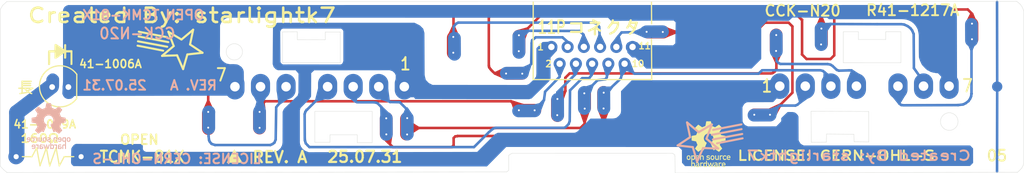
<source format=kicad_pcb>
(kicad_pcb (version 20241229) (generator "pcbnew") (generator_version "9.0")
  (title_block (title "TCMK-81X CCK-N20 (SNES Controller Board)") (date "2025-07-31") (rev "A") (company "License: CERN-OHL-S") (comment 1 "This Document Is Not Endorsed By Nintendo or Mitsumi") (comment 2 "Documented by starlightk7 for Repair Usage") (comment 3 "Originally Designed By Nintendo and Manufactured By Mitsumi. ") (comment 4 "Used in SHVC-CPU-XX SNES Units"))
  (layers (0 "F.Cu" signal) (2 "B.Cu" signal) (13 "F.Paste" user) (15 "B.Paste" user) (5 "F.SilkS" user "F.Silkscreen") (7 "B.SilkS" user "B.Silkscreen") (1 "F.Mask" user) (3 "B.Mask" user) (25 "Edge.Cuts" user))
  (net 0 "")
  (net 1 "GND")
  (net 2 "L+")
  (net 3 "R")
  (net 4 "Net-(U3-D1)")
  (net 5 "8")
  (net 6 "5")
  (net 7 "9")
  (net 8 "4")
  (net 9 "Net-(U3-D2)")
  (net 10 "3")
  (net 11 "2")
  (net 12 "10")
  (footprint "Resistor_THT:R_Axial_DIN0207_L6.3mm_D2.5mm_P10.16mm_Horizontal" (layer "F.Cu") (at 36.58 74.782393 180)
    (property "Reference" "R1" (hide yes))
    (property "Value" "160Ω" (hide yes))
  )
  (footprint "LOGO" (layer "F.Cu") (at 50.689536 56.467218 -140)
    (property "Reference" "G***" (hide yes))
    (property "Value" "LOGO" (hide yes))
  )
  (footprint "OpenSFC:ControllerRibbon" (layer "F.Cu") (at 116.455502 58.863407)
    (property "Reference" "U1" (hide yes))
    (property "Value" "11 Pin FFC Connector" (hide yes))
  )
  (footprint "OpenSFC:ControllerPort" (layer "F.Cu") (at 71.901459 63.581147 180)
    (property "Reference" "U3" (hide yes))
    (property "Value" "Controller Port" (hide yes))
  )
  (footprint "OpenSFC:ControllerPort" (layer "F.Cu") (at 161.144632 63.99907)
    (property "Reference" "U2" (hide yes))
    (property "Value" "Controller Port" (hide yes))
  )
  (footprint "LED_THT:LED_D1.8mm_W1.8mm_H2.4mm_Horizontal_O6.35mm_Z1.6mm" (layer "F.Cu") (at 34.588844 63.886925 180)
    (property "Reference" "D1" (hide yes))
    (property "Value" "LED")
  )
  (footprint "LOGO" (layer "B.Cu") (at 134.810464 70.967218 -40)
    (property "Reference" "G***" (hide yes))
    (property "Value" "LOGO" (hide yes))
  )
  (gr_poly (pts (xy 33.100642 63.987712) (xy 33.13 63.78) (xy 33.14 63.65) (xy 33.14 62.59) (xy 33.11 62.45) (xy 33.03 62.29) (xy 32.98 62.21) (xy 32.85 62.09) (xy 32.69 61.94) (xy 32.58 61.87) (xy 32.41 61.8) (xy 32.32 61.77) (xy 32.21 61.76) (xy 32.13 61.76) (xy 31.97 61.77) (xy 31.83 61.8) (xy 31.73 61.86) (xy 31.48 62.04) (xy 31.38 62.16) (xy 31.27 62.32) (xy 31.19 62.48) (xy 31.15 62.59) (xy 31.14 62.72) (xy 31.13 62.86) (xy 31.13 63.15) (xy 33.1 63.99)) (fill yes) (layer "B.Cu") (net 2))
  (gr_circle (center 179.918998 63.821681) (end 179.418998 64.321681) (stroke (width 0.2)) (fill yes) (layer "B.Cu"))
  (gr_poly (pts (xy 152.733645 62.622507) (xy 152.763395 62.31) (xy 152.79 61.53) (xy 152.874958 61.36308) (xy 153.561693 61.923377)) (stroke (width 0.1)) (fill yes) (layer "B.Cu") (net 12))
  (gr_poly (pts (xy 79.249296 66.151408) (xy 78.72493 65.67331) (xy 79.722253 65.683591) (xy 79.7 65.82) (xy 79.696549 66.04345)) (stroke (width 0.1)) (fill yes) (layer "B.Cu") (net 12))
  (gr_poly (pts (xy 134.723378 74.571075) (xy 134.745457 74.572381) (xy 134.766657 74.574528) (xy 134.787017 74.577491) (xy 134.806576 74.581245) (xy 134.825373 74.585766) (xy 134.843449 74.591028) (xy 134.860842 74.597006) (xy 134.877592 74.603677) (xy 134.893738 74.611015) (xy 134.90932 74.618996) (xy 134.924376 74.627594) (xy 134.938947 74.636786) (xy 134.953071 74.646545) (xy 134.966788 74.656848) (xy 134.980138 74.66767) (xy 134.891634 74.771612) (xy 134.881076 74.764395) (xy 134.870456 74.757493) (xy 134.859748 74.750927) (xy 134.848926 74.744717) (xy 134.837963 74.738884) (xy 134.826832 74.73345) (xy 134.815507 74.728434) (xy 134.80396 74.723858) (xy 134.792165 74.719742) (xy 134.780096 74.716107) (xy 134.767725 74.712975) (xy 134.755027 74.710365) (xy 134.741974 74.708299) (xy 134.72854 74.706798) (xy 134.714697 74.705882) (xy 134.70042 74.705572) (xy 134.692035 74.705678) (xy 134.683998 74.705995) (xy 134.676305 74.706517) (xy 134.668949 74.70724) (xy 134.661925 74.70816) (xy 134.655228 74.709273) (xy 134.648853 74.710573) (xy 134.642794 74.712057) (xy 134.637046 74.71372) (xy 134.631603 74.715558) (xy 134.62646 74.717566) (xy 134.621612 74.719741) (xy 134.617053 74.722077) (xy 134.612777 74.72457) (xy 134.60878 74.727215) (xy 134.605056 74.730009) (xy 134.601599 74.732947) (xy 134.598405 74.736025) (xy 134.595467 74.739238) (xy 134.59278 74.742581) (xy 134.59034 74.746051) (xy 134.58814 74.749643) (xy 134.586175 74.753352) (xy 134.58444 74.757174) (xy 134.582929 74.761105) (xy 134.581638 74.765141) (xy 134.580559 74.769276) (xy 134.579689 74.773507) (xy 134.579022 74.777829) (xy 134.578552 74.782237) (xy 134.578274 74.786728) (xy 134.578182 74.791297) (xy 134.578452 74.797087) (xy 134.579288 74.802841) (xy 134.580728 74.808521) (xy 134.582812 74.81409) (xy 134.58558 74.819511) (xy 134.58907 74.824747) (xy 134.593321 74.829761) (xy 134.595745 74.832173) (xy 134.598374 74.834516) (xy 134.601212 74.836786) (xy 134.604266 74.838976) (xy 134.607539 74.841083) (xy 134.611037 74.843103) (xy 134.614765 74.84503) (xy 134.618727 74.84686) (xy 134.627374 74.85021) (xy 134.637018 74.853117) (xy 134.647698 74.855543) (xy 134.659452 74.857452) (xy 134.672321 74.858805) (xy 134.790392 74.86718) (xy 134.803974 74.868335) (xy 134.817042 74.869951) (xy 134.829601 74.872015) (xy 134.841658 74.874518) (xy 134.853216 74.87745) (xy 134.864282 74.8808) (xy 134.874862 74.884557) (xy 134.88496 74.888712) (xy 134.894581 74.893254) (xy 134.903733 74.898173) (xy 134.912419 74.903458) (xy 134.920645 74.909099) (xy 134.928417 74.915087) (xy 134.93574 74.921409) (xy 134.94262 74.928057) (xy 134.949062 74.93502) (xy 134.955072 74.942287) (xy 134.960654 74.949849) (xy 134.965815 74.957694) (xy 134.970559 74.965813) (xy 134.974893 74.974195) (xy 134.978821 74.98283) (xy 134.982349 74.991708) (xy 134.985483 75.000818) (xy 134.988228 75.010149) (xy 134.990589 75.019693) (xy 134.994182 75.039373) (xy 134.996306 75.059775) (xy 134.997005 75.080817) (xy 134.996629 75.093692) (xy 134.995512 75.106217) (xy 134.993672 75.118387) (xy 134.991125 75.1302) (xy 134.987888 75.141651) (xy 134.983979 75.152737) (xy 134.979414 75.163454) (xy 134.97421 75.173797) (xy 134.968384 75.183763) (xy 134.961954 75.193348) (xy 134.954936 75.202549) (xy 134.947347 75.211361) (xy 134.939204 75.219781) (xy 134.930524 75.227805) (xy 134.921325 75.235428) (xy 134.911622 75.242648) (xy 134.901434 75.249459) (xy 134.890777 75.25586) (xy 134.868123 75.26741) (xy 134.843798 75.277267) (xy 134.817937 75.285401) (xy 134.790675 75.291782) (xy 134.76215 75.296377) (xy 134.732496 75.299157) (xy 134.701849 75.30009) (xy 134.68034 75.299595) (xy 134.659038 75.29811) (xy 134.637953 75.295632) (xy 134.617098 75.292159) (xy 134.59648 75.287689) (xy 134.576112 75.282221) (xy 134.556003 75.275752) (xy 134.536164 75.268281) (xy 134.516604 75.259804) (xy 134.497335 75.250322) (xy 134.478367 75.239831) (xy 134.459709 75.228329) (xy 134.441373 75.215815) (xy 134.423369 75.202286) (xy 134.405707 75.187741) (xy 134.388397 75.172177) (xy 134.488172 75.073832) (xy 134.499837 75.084825) (xy 134.511667 75.095121) (xy 134.523695 75.104719) (xy 134.535954 75.113617) (xy 134.548477 75.121813) (xy 134.561296 75.129306) (xy 134.574445 75.136093) (xy 134.587956 75.142173) (xy 134.601863 75.147545) (xy 134.616197 75.152206) (xy 134.630993 75.156154) (xy 134.646283 75.159389) (xy 134.6621 75.161908) (xy 134.678477 75.163709) (xy 134.695446 75.164791) (xy 134.713041 75.165152) (xy 134.720613 75.165062) (xy 134.728047 75.164791) (xy 134.735336 75.164339) (xy 134.742475 75.163707) (xy 134.749455 75.162896) (xy 134.75627 75.161904) (xy 134.762914 75.160733) (xy 134.769379 75.159383) (xy 134.77566 75.157854) (xy 134.781749 75.156146) (xy 134.78764 75.15426) (xy 134.793325 75.152195) (xy 134.798799 75.149953) (xy 134.804054 75.147532) (xy 134.809084 75.144934) (xy 134.813882 75.142158) (xy 134.818441 75.139206) (xy 134.822755 75.136077) (xy 134.826817 75.132771) (xy 134.83062 75.129288) (xy 134.834157 75.12563) (xy 134.837422 75.121796) (xy 134.840408 75.117786) (xy 134.843108 75.1136) (xy 134.845515 75.10924) (xy 134.847624 75.104704) (xy 134.849426 75.099994) (xy 134.850916 75.09511) (xy 134.852086 75.090051) (xy 134.852931 75.084818) (xy 134.853442 75.079412) (xy 134.853614 75.073832) (xy 134.853504 75.06919) (xy 134.853177 75.064749) (xy 134.852637 75.060506) (xy 134.85189 75.056455) (xy 134.85094 75.052592) (xy 134.849792 75.048912) (xy 134.848451 75.045413) (xy 134.846923 75.042088) (xy 134.845211 75.038934) (xy 134.843321 75.035947) (xy 134.841257 75.033122) (xy 134.839025 75.030455) (xy 134.836629 75.027941) (xy 134.834074 75.025576) (xy 134.831365 75.023356) (xy 134.828507 75.021276) (xy 134.825505 75.019332) (xy 134.822363 75.01752) (xy 134.81568 75.014274) (xy 134.808499 75.011502) (xy 134.800856 75.00917) (xy 134.792793 75.007243) (xy 134.784346 75.005686) (xy 134.775556 75.004465) (xy 134.76646 75.003545) (xy 134.639937 74.992313) (xy 134.618181 74.989761) (xy 134.597232 74.985804) (xy 134.587086 74.983302) (xy 134.577172 74.980454) (xy 134.567501 74.977261) (xy 134.558082 74.973725) (xy 134.548928 74.969846) (xy 134.540046 74.965628) (xy 134.531449 74.96107) (xy 134.523146 74.956176) (xy 134.515148 74.950946) (xy 134.507464 74.945382) (xy 134.500106 74.939486) (xy 134.493083 74.933258) (xy 134.486406 74.926702) (xy 134.480085 74.919817) (xy 134.47413 74.912607) (xy 134.468553 74.905072) (xy 134.463362 74.897214) (xy 134.458568 74.889035) (xy 134.454182 74.880535) (xy 134.450214 74.871718) (xy 134.446675 74.862583) (xy 134.443573 74.853134) (xy 134.440921 74.843371) (xy 134.438728 74.833296) (xy 134.437004 74.82291) (xy 134.43576 74.812216) (xy 134.435006 74.801214) (xy 134.434752 74.789907) (xy 134.435087 74.77654) (xy 134.436083 74.763585) (xy 134.437725 74.751044) (xy 134.439998 74.738917) (xy 134.442888 74.727205) (xy 134.44638 74.715909) (xy 134.450459 74.705029) (xy 134.45511 74.694566) (xy 134.46032 74.684522) (xy 134.466072 74.674896) (xy 134.472354 74.66569) (xy 134.479149 74.656904) (xy 134.486443 74.648539) (xy 134.494222 74.640596) (xy 134.502471 74.633075) (xy 134.511176 74.625978) (xy 134.52032 74.619305) (xy 134.529891 74.613057) (xy 134.539873 74.607235) (xy 134.550251 74.601839) (xy 134.561011 74.59687) (xy 134.572139 74.59233) (xy 134.595436 74.584536) (xy 134.620027 74.578463) (xy 134.645793 74.574118) (xy 134.672616 74.571506) (xy 134.700381 74.570634)) (fill yes) (layer "F.SilkS"))
  (gr_poly (pts (xy 133.798781 75.696416) (xy 133.809255 75.697143) (xy 133.819513 75.698338) (xy 133.829563 75.699991) (xy 133.839415 75.702089) (xy 133.849076 75.704618) (xy 133.858555 75.707568) (xy 133.867861 75.710925) (xy 133.877001 75.714678) (xy 133.885985 75.718813) (xy 133.894821 75.72332) (xy 133.903517 75.728184) (xy 133.912081 75.733395) (xy 133.920523 75.738939) (xy 133.92885 75.744805) (xy 133.937071 75.75098) (xy 133.83309 75.874686) (xy 133.826874 75.870111) (xy 133.820857 75.865892) (xy 133.815004 75.86202) (xy 133.809283 75.858487) (xy 133.80366 75.855284) (xy 133.798104 75.852403) (xy 133.792581 75.849836) (xy 133.787057 75.847575) (xy 133.7815 75.84561) (xy 133.775878 75.843935) (xy 133.770156 75.84254) (xy 133.764303 75.841418) (xy 133.758285 75.840559) (xy 133.752069 75.839956) (xy 133.745622 75.8396) (xy 133.738911 75.839483) (xy 133.725765 75.840015) (xy 133.712751 75.841622) (xy 133.699966 75.844326) (xy 133.687511 75.848146) (xy 133.681438 75.850481) (xy 133.675485 75.853103) (xy 133.669663 75.856014) (xy 133.663985 75.859217) (xy 133.658463 75.862715) (xy 133.653111 75.866509) (xy 133.647939 75.870603) (xy 133.642962 75.874999) (xy 133.63819 75.879699) (xy 133.633636 75.884706) (xy 133.629313 75.890023) (xy 133.625233 75.895652) (xy 133.621409 75.901596) (xy 133.617852 75.907857) (xy 133.614575 75.914438) (xy 133.611591 75.921341) (xy 133.608911 75.928568) (xy 133.606549 75.936123) (xy 133.604516 75.944008) (xy 133.602825 75.952226) (xy 133.601488 75.960778) (xy 133.600518 75.969668) (xy 133.599927 75.978898) (xy 133.599727 75.98847) (xy 133.599727 76.417214) (xy 133.456376 76.417214) (xy 133.456376 75.704624) (xy 133.599727 75.704624) (xy 133.599727 75.780507) (xy 133.602545 75.780507) (xy 133.611205 75.770299) (xy 133.620315 75.760749) (xy 133.629862 75.751856) (xy 133.639834 75.743622) (xy 133.650219 75.736045) (xy 133.661003 75.729127) (xy 133.672174 75.722867) (xy 133.683721 75.717265) (xy 133.695629 75.712322) (xy 133.707888 75.708038) (xy 133.720483 75.704413) (xy 133.733404 75.701446) (xy 133.746637 75.699139) (xy 133.760169 75.69749) (xy 133.773989 75.696501) (xy 133.788084 75.696171)) (fill yes) (layer "F.SilkS"))
  (gr_poly (pts (xy 136.679644 75.696416) (xy 136.690108 75.697143) (xy 136.700359 75.698338) (xy 136.710405 75.699991) (xy 136.720255 75.702089) (xy 136.729917 75.704618) (xy 136.739398 75.707568) (xy 136.748707 75.710925) (xy 136.757851 75.714678) (xy 136.76684 75.718813) (xy 136.775681 75.72332) (xy 136.784381 75.728184) (xy 136.79295 75.733395) (xy 136.801395 75.738939) (xy 136.809725 75.744805) (xy 136.817947 75.75098) (xy 136.713926 75.874686) (xy 136.707711 75.870111) (xy 136.701694 75.865892) (xy 136.695843 75.86202) (xy 136.690124 75.858487) (xy 136.684504 75.855284) (xy 136.67895 75.852403) (xy 136.673429 75.849836) (xy 136.667908 75.847575) (xy 136.662353 75.84561) (xy 136.656731 75.843935) (xy 136.65101 75.84254) (xy 136.645156 75.841418) (xy 136.639135 75.840559) (xy 136.632916 75.839956) (xy 136.626464 75.8396) (xy 136.619747 75.839483) (xy 136.606595 75.840015) (xy 136.593577 75.841622) (xy 136.580791 75.844326) (xy 136.568337 75.848146) (xy 136.562265 75.850481) (xy 136.556312 75.853103) (xy 136.550492 75.856014) (xy 136.544816 75.859217) (xy 136.539297 75.862715) (xy 136.533946 75.866509) (xy 136.528778 75.870603) (xy 136.523803 75.874999) (xy 136.519034 75.879699) (xy 136.514483 75.884706) (xy 136.510163 75.890023) (xy 136.506086 75.895652) (xy 136.502264 75.901596) (xy 136.49871 75.907857) (xy 136.495436 75.914438) (xy 136.492454 75.921341) (xy 136.489777 75.928568) (xy 136.487417 75.936123) (xy 136.485386 75.944008) (xy 136.483697 75.952226) (xy 136.482362 75.960778) (xy 136.481393 75.969668) (xy 136.480802 75.978898) (xy 136.480603 75.98847) (xy 136.480603 76.417214) (xy 136.337291 76.417214) (xy 136.337291 75.704624) (xy 136.480603 75.704624) (xy 136.480603 75.780507) (xy 136.48346 75.780507) (xy 136.49212 75.770299) (xy 136.501229 75.760749) (xy 136.510774 75.751856) (xy 136.520744 75.743622) (xy 136.531125 75.736045) (xy 136.541906 75.729127) (xy 136.553074 75.722867) (xy 136.564616 75.717265) (xy 136.576521 75.712322) (xy 136.588776 75.708038) (xy 136.601368 75.704413) (xy 136.614286 75.701446) (xy 136.627516 75.699139) (xy 136.641047 75.69749) (xy 136.654865 75.696501) (xy 136.668959 75.696171)) (fill yes) (layer "F.SilkS"))
  (gr_poly (pts (xy 133.773691 74.570805) (xy 133.784207 74.571557) (xy 133.805328 74.574554) (xy 133.826395 74.579531) (xy 133.847201 74.586475) (xy 133.85744 74.59068) (xy 133.867536 74.595371) (xy 133.877463 74.600547) (xy 133.887195 74.606205) (xy 133.896705 74.612344) (xy 133.905967 74.618962) (xy 133.914956 74.626057) (xy 133.923646 74.633628) (xy 133.932011 74.641672) (xy 133.940024 74.650188) (xy 133.94766 74.659175) (xy 133.954893 74.66863) (xy 133.961696 74.678551) (xy 133.968044 74.688937) (xy 133.973911 74.699786) (xy 133.979271 74.711096) (xy 133.984097 74.722866) (xy 133.988365 74.735093) (xy 133.992047 74.747776) (xy 133.995117 74.760913) (xy 133.997551 74.774503) (xy 133.999322 74.788542) (xy 134.000403 74.803031) (xy 134.000769 74.817966) (xy 134.000769 75.291597) (xy 133.857418 75.291597) (xy 133.857418 74.867219) (xy 133.857242 74.858242) (xy 133.856719 74.849507) (xy 133.855858 74.841017) (xy 133.854664 74.832775) (xy 133.853146 74.824783) (xy 133.851312 74.817045) (xy 133.849167 74.809563) (xy 133.846721 74.802339) (xy 133.843981 74.795378) (xy 133.840954 74.788681) (xy 133.837647 74.782252) (xy 133.834067 74.776092) (xy 133.830224 74.770206) (xy 133.826123 74.764596) (xy 133.821772 74.759264) (xy 133.81718 74.754214) (xy 133.812352 74.749448) (xy 133.807297 74.744969) (xy 133.802023 74.74078) (xy 133.796536 74.736884) (xy 133.790844 74.733283) (xy 133.784955 74.729981) (xy 133.778876 74.72698) (xy 133.772614 74.724283) (xy 133.766177 74.721892) (xy 133.759573 74.719811) (xy 133.752808 74.718043) (xy 133.745891 74.71659) (xy 133.738828 74.715455) (xy 133.731628 74.71464) (xy 133.724298 74.71415) (xy 133.716845 74.713986) (xy 133.709265 74.71415) (xy 133.701817 74.71464) (xy 133.694506 74.715455) (xy 133.68734 74.71659) (xy 133.680327 74.718043) (xy 133.673473 74.719811) (xy 133.666786 74.721892) (xy 133.660273 74.724283) (xy 133.653941 74.72698) (xy 133.647797 74.729981) (xy 133.641849 74.733283) (xy 133.636104 74.736884) (xy 133.630568 74.74078) (xy 133.62525 74.744969) (xy 133.620156 74.749448) (xy 133.615294 74.754214) (xy 133.610671 74.759264) (xy 133.606294 74.764595) (xy 133.60217 74.770206) (xy 133.598306 74.776092) (xy 133.59471 74.782251) (xy 133.591389 74.788681) (xy 133.58835 74.795378) (xy 133.585601 74.802339) (xy 133.583147 74.809562) (xy 133.580998 74.817044) (xy 133.579159 74.824783) (xy 133.577639 74.832775) (xy 133.576444 74.841017) (xy 133.575581 74.849507) (xy 133.575058 74.858242) (xy 133.574883 74.867219) (xy 133.574883 75.291597) (xy 133.431531 75.291597) (xy 133.431531 74.579008) (xy 133.574883 74.579008) (xy 133.574883 74.654891) (xy 133.57774 74.654891) (xy 133.586393 74.644682) (xy 133.595497 74.635132) (xy 133.605039 74.626239) (xy 133.615007 74.618005) (xy 133.625387 74.610428) (xy 133.636168 74.60351) (xy 133.647337 74.59725) (xy 133.658881 74.591649) (xy 133.670788 74.586706) (xy 133.683045 74.582421) (xy 133.69564 74.578796) (xy 133.70856 74.575829) (xy 133.721792 74.573522) (xy 133.735325 74.571873) (xy 133.749145 74.570884) (xy 133.763239 74.570554)) (fill yes) (layer "F.SilkS"))
  (gr_line (start 29.628731 73.406501) (end 30.152106 76.197832) (stroke (width 0.2)) (layer "F.SilkS"))
  (gr_line (start 28.884376 74.790536) (end 29.628731 73.406501) (stroke (width 0.2)) (layer "F.SilkS"))
  (gr_line (start 33.943665 74.778905) (end 35.432375 74.778905) (stroke (width 0.2)) (layer "F.SilkS"))
  (gr_line (start 33.176048 76.209463) (end 33.943665 74.778905) (stroke (width 0.2)) (layer "F.SilkS"))
  (gr_poly (pts (xy 133.030139 74.570894) (xy 133.044685 74.571909) (xy 133.059066 74.573589) (xy 133.07326 74.575926) (xy 133.087246 74.57891) (xy 133.101003 74.582532) (xy 133.11451 74.586784) (xy 133.127746 74.591657) (xy 133.140689 74.597141) (xy 133.15332 74.603228) (xy 133.165615 74.609908) (xy 133.177555 74.617173) (xy 133.189118 74.625014) (xy 133.200284 74.633421) (xy 133.21103 74.642385) (xy 133.221337 74.651898) (xy 133.231182 74.661951) (xy 133.240545 74.672535) (xy 133.249405 74.68364) (xy 133.25774 74.695258) (xy 133.26553 74.707379) (xy 133.272753 74.719995) (xy 133.279388 74.733097) (xy 133.285414 74.746675) (xy 133.290811 74.760722) (xy 133.295556 74.775226) (xy 133.29963 74.790181) (xy 133.30301 74.805576) (xy 133.305675 74.821403) (xy 133.307605 74.837653) (xy 133.308779 74.854317) (xy 133.309175 74.871385) (xy 133.309175 74.989455) (xy 132.865032 74.989455) (xy 132.865241 75.000225) (xy 132.865861 75.010657) (xy 132.866885 75.020751) (xy 132.868304 75.030506) (xy 132.87011 75.039923) (xy 132.872295 75.049001) (xy 132.874851 75.057739) (xy 132.877769 75.066139) (xy 132.881041 75.074198) (xy 132.88466 75.081917) (xy 132.888616 75.089296) (xy 132.892901 75.096335) (xy 132.897508 75.103033) (xy 132.902427 75.109389) (xy 132.907652 75.115405) (xy 132.913173 75.121078) (xy 132.918982 75.12641) (xy 132.925072 75.1314) (xy 132.931433 75.136048) (xy 132.938059 75.140353) (xy 132.944939 75.144315) (xy 132.952067 75.147933) (xy 132.959434 75.151209) (xy 132.967031 75.154141) (xy 132.974852 75.156728) (xy 132.982886 75.158972) (xy 132.991126 75.160871) (xy 132.999565 75.162426) (xy 133.008193 75.163635) (xy 133.017002 75.164499) (xy 133.025985 75.165018) (xy 133.035133 75.165191) (xy 133.045453 75.164896) (xy 133.055842 75.164018) (xy 133.066267 75.162567) (xy 133.076699 75.160554) (xy 133.087105 75.157989) (xy 133.097456 75.154882) (xy 133.10772 75.151243) (xy 133.117866 75.147084) (xy 133.127864 75.142414) (xy 133.137683 75.137244) (xy 133.147292 75.131583) (xy 133.15666 75.125443) (xy 133.165756 75.118834) (xy 133.174549 75.111766) (xy 133.183009 75.104249) (xy 133.191104 75.096294) (xy 133.295125 75.184797) (xy 133.281704 75.199525) (xy 133.267815 75.213154) (xy 133.253481 75.225704) (xy 133.238728 75.237196) (xy 133.22358 75.24765) (xy 133.208062 75.257087) (xy 133.192198 75.265528) (xy 133.176013 75.272993) (xy 133.159531 75.279502) (xy 133.142777 75.285077) (xy 133.125776 75.289738) (xy 133.108551 75.293505) (xy 133.091127 75.296399) (xy 133.07353 75.298441) (xy 133.055783 75.299651) (xy 133.037911 75.30005) (xy 133.010271 75.299188) (xy 132.982356 75.296457) (xy 132.954449 75.291633) (xy 132.926835 75.284494) (xy 132.899797 75.274818) (xy 132.886583 75.26896) (xy 132.873619 75.262384) (xy 132.860942 75.255063) (xy 132.848586 75.246968) (xy 132.836588 75.238073) (xy 132.824982 75.228349) (xy 132.813805 75.217769) (xy 132.803091 75.206305) (xy 132.792877 75.193929) (xy 132.783197 75.180613) (xy 132.774088 75.16633) (xy 132.765584 75.151052) (xy 132.757722 75.134751) (xy 132.750537 75.117399) (xy 132.744064 75.098968) (xy 132.738338 75.079432) (xy 132.733397 75.058761) (xy 132.729274 75.036928) (xy 132.726005 75.013906) (xy 132.723626 74.989667) (xy 132.722173 74.964182) (xy 132.721681 74.937425) (xy 132.722132 74.912014) (xy 132.723466 74.88768) (xy 132.724991 74.871425) (xy 132.865032 74.871425) (xy 133.165824 74.871425) (xy 133.165261 74.86142) (xy 133.164368 74.851714) (xy 133.16315 74.842307) (xy 133.161613 74.833201) (xy 133.159765 74.824398) (xy 133.157611 74.815897) (xy 133.155158 74.807702) (xy 133.152412 74.799813) (xy 133.14938 74.79223) (xy 133.146069 74.784957) (xy 133.142484 74.777993) (xy 133.138632 74.77134) (xy 133.13452 74.764999) (xy 133.130153 74.758972) (xy 133.125539 74.75326) (xy 133.120684 74.747864) (xy 133.115594 74.742785) (xy 133.110276 74.738024) (xy 133.104736 74.733584) (xy 133.09898 74.729464) (xy 133.093015 74.725667) (xy 133.086848 74.722193) (xy 133.080485 74.719045) (xy 133.073932 74.716222) (xy 133.067195 74.713727) (xy 133.060282 74.71156) (xy 133.053198 74.709723) (xy 133.04595 74.708218) (xy 133.038545 74.707045) (xy 133.030988 74.706205) (xy 133.023287 74.7057) (xy 133.015448 74.705532) (xy 133.007604 74.7057) (xy 132.999891 74.706205) (xy 132.992316 74.707045) (xy 132.984886 74.708218) (xy 132.977609 74.709723) (xy 132.970491 74.71156) (xy 132.96354 74.713727) (xy 132.956762 74.716222) (xy 132.950166 74.719045) (xy 132.943758 74.722193) (xy 132.937546 74.725667) (xy 132.931537 74.729464) (xy 132.925737 74.733583) (xy 132.920155 74.738024) (xy 132.914797 74.742784) (xy 132.909671 74.747863) (xy 132.904783 74.75326) (xy 132.900142 74.758972) (xy 132.895753 74.764999) (xy 132.891626 74.77134) (xy 132.887766 74.777992) (xy 132.88418 74.784956) (xy 132.880877 74.79223) (xy 132.877863 74.799812) (xy 132.875146 74.807702) (xy 132.872732 74.815897) (xy 132.87063 74.824397) (xy 132.868845 74.833201) (xy 132.867386 74.842307) (xy 132.866259 74.851714) (xy 132.865472 74.86142) (xy 132.865032 74.871425) (xy 132.724991 74.871425) (xy 132.72565 74.864405) (xy 132.728652 74.842172) (xy 132.73244 74.820963) (xy 132.736983 74.80076) (xy 132.742248 74.781545) (xy 132.748204 74.763301) (xy 132.754819 74.74601) (xy 132.762061 74.729655) (xy 132.769898 74.714217) (xy 132.778298 74.699678) (xy 132.787229 74.686022) (xy 132.79666 74.673229) (xy 132.806558 74.661284) (xy 132.816891 74.650167) (xy 132.827628 74.639862) (xy 132.838738 74.630349) (xy 132.850187 74.621613) (xy 132.861944 74.613634) (xy 132.873977 74.606396) (xy 132.886254 74.59988) (xy 132.898744 74.594068) (xy 132.911414 74.588944) (xy 132.924233 74.584489) (xy 132.937169 74.580686) (xy 132.950189 74.577516) (xy 132.963263 74.574962) (xy 132.989441 74.571632) (xy 133.015448 74.570554)) (fill yes) (layer "F.SilkS"))
  (gr_poly (pts (xy 135.101034 69.242506) (xy 135.102545 69.242618) (xy 135.104048 69.242803) (xy 135.105542 69.243058) (xy 135.107023 69.243383) (xy 135.108491 69.243774) (xy 135.109942 69.244231) (xy 135.111374 69.244751) (xy 135.112786 69.245332) (xy 135.114174 69.245973) (xy 135.115537 69.246672) (xy 135.116872 69.247426) (xy 135.118177 69.248235) (xy 135.11945 69.249095) (xy 135.120689 69.250007) (xy 135.121891 69.250966) (xy 135.123055 69.251972) (xy 135.124177 69.253023) (xy 135.125256 69.254117) (xy 135.12629 69.255252) (xy 135.127275 69.256426) (xy 135.128211 69.257638) (xy 135.129094 69.258885) (xy 135.129923 69.260166) (xy 135.130695 69.261478) (xy 135.131409 69.26282) (xy 135.13206 69.264191) (xy 135.132649 69.265588) (xy 135.133172 69.267009) (xy 135.133627 69.268453) (xy 135.134011 69.269917) (xy 135.134324 69.2714) (xy 135.259935 69.946207) (xy 135.260252 69.947702) (xy 135.260637 69.949202) (xy 135.261603 69.952208) (xy 135.262815 69.955205) (xy 135.264256 69.958172) (xy 135.26591 69.961091) (xy 135.267759 69.963941) (xy 135.269786 69.966704) (xy 135.271975 69.969359) (xy 135.274308 69.971888) (xy 135.27677 69.97427) (xy 135.279342 69.976485) (xy 135.282008 69.978515) (xy 135.284751 69.98034) (xy 135.287554 69.98194) (xy 135.288973 69.982649) (xy 135.2904 69.983295) (xy 135.291834 69.983875) (xy 135.293272 69.984386) (xy 135.745551 70.169528) (xy 135.748361 70.170765) (xy 135.751341 70.171798) (xy 135.754464 70.17263) (xy 135.757706 70.173261) (xy 135.761038 70.173693) (xy 135.764436 70.17393) (xy 135.767873 70.173971) (xy 135.771323 70.17382) (xy 135.774759 70.173477) (xy 135.778155 70.172945) (xy 135.781486 70.172225) (xy 135.784724 70.17132) (xy 135.787844 70.170231) (xy 135.790819 70.168959) (xy 135.793624 70.167507) (xy 135.796232 70.165877) (xy 136.359992 69.779003) (xy 136.361262 69.778176) (xy 136.36257 69.777413) (xy 136.363912 69.776715) (xy 136.365286 69.77608) (xy 136.366689 69.775508) (xy 136.368118 69.775001) (xy 136.369571 69.774556) (xy 136.371044 69.774174) (xy 136.372534 69.773854) (xy 136.374039 69.773597) (xy 136.377081 69.773269) (xy 136.380147 69.773186) (xy 136.383215 69.773348) (xy 136.38626 69.773751) (xy 136.389261 69.774394) (xy 136.392194 69.775275) (xy 136.393628 69.775804) (xy 136.395036 69.776391) (xy 136.396416 69.777037) (xy 136.397765 69.777741) (xy 136.399079 69.778503) (xy 136.400356 69.779322) (xy 136.401594 69.780199) (xy 136.402788 69.781133) (xy 136.403938 69.782123) (xy 136.405038 69.78317) (xy 136.87982 70.257952) (xy 136.880867 70.259053) (xy 136.881856 70.260202) (xy 136.882789 70.261397) (xy 136.883665 70.262635) (xy 136.884482 70.263914) (xy 136.885242 70.265229) (xy 136.886588 70.26796) (xy 136.887699 70.270805) (xy 136.888575 70.273741) (xy 136.889213 70.276746) (xy 136.889613 70.279795) (xy 136.889771 70.282866) (xy 136.889686 70.285936) (xy 136.889358 70.288981) (xy 136.888783 70.29198) (xy 136.88796 70.294907) (xy 136.887455 70.296338) (xy 136.886887 70.297742) (xy 136.886257 70.299116) (xy 136.885563 70.300459) (xy 136.884807 70.301767) (xy 136.883986 70.303037) (xy 136.503859 70.857074) (xy 136.502225 70.859693) (xy 136.500774 70.862502) (xy 136.499508 70.865476) (xy 136.49843 70.868589) (xy 136.49754 70.871816) (xy 136.496841 70.875131) (xy 136.496334 70.878509) (xy 136.496021 70.881924) (xy 136.495903 70.88535) (xy 136.495982 70.888763) (xy 136.49626 70.892136) (xy 136.496738 70.895444) (xy 136.497418 70.898662) (xy 136.498301 70.901764) (xy 136.499389 70.904724) (xy 136.500684 70.907517) (xy 136.70067 71.374083) (xy 136.701812 71.376948) (xy 136.703216 71.379787) (xy 136.704863 71.382583) (xy 136.706732 71.385318) (xy 136.708803 71.387977) (xy 136.711057 71.390541) (xy 136.713474 71.392995) (xy 136.716034 71.395321) (xy 136.718718 71.397503) (xy 136.721504 71.399523) (xy 136.724375 71.401364) (xy 136.727309 71.40301) (xy 136.730287 71.404444) (xy 136.733289 71.405648) (xy 136.736295 71.406607) (xy 136.739286 71.407302) (xy 137.391709 71.528627) (xy 137.393188 71.528946) (xy 137.394649 71.529337) (xy 137.39609 71.529798) (xy 137.397508 71.530326) (xy 137.398902 71.530919) (xy 137.40027 71.531575) (xy 137.40161 71.532292) (xy 137.40292 71.533067) (xy 137.405443 71.534785) (xy 137.407825 71.53671) (xy 137.41005 71.538825) (xy 137.412103 71.541113) (xy 137.41397 71.543556) (xy 137.415635 71.546136) (xy 137.417085 71.548836) (xy 137.417723 71.550225) (xy 137.418302 71.551637) (xy 137.41882 71.553071) (xy 137.419274 71.554523) (xy 137.419663 71.555992) (xy 137.419984 71.557476) (xy 137.420237 71.558972) (xy 137.420418 71.560478) (xy 137.420527 71.561992) (xy 137.420562 71.563512) (xy 137.420482 72.234984) (xy 137.420444 72.236501) (xy 137.420332 72.238012) (xy 137.420146 72.239517) (xy 137.41989 72.241012) (xy 137.419565 72.242495) (xy 137.419172 72.243965) (xy 137.418715 72.245418) (xy 137.418194 72.246853) (xy 137.417611 72.248267) (xy 137.416969 72.249658) (xy 137.416269 72.251024) (xy 137.415514 72.252362) (xy 137.414704 72.25367) (xy 137.413842 72.254946) (xy 137.41293 72.256188) (xy 137.411969 72.257393) (xy 137.410962 72.258559) (xy 137.40991 72.259684) (xy 137.408816 72.260765) (xy 137.407681 72.261801) (xy 137.406506 72.262789) (xy 137.405295 72.263726) (xy 137.404048 72.26461) (xy 137.402768 72.26544) (xy 137.401456 72.266213) (xy 137.400115 72.266926) (xy 137.398746 72.267578) (xy 137.397351 72.268165) (xy 137.395932 72.268686) (xy 137.394491 72.269139) (xy 137.39303 72.269521) (xy 137.39155 72.26983) (xy 136.755161 72.388257) (xy 136.753663 72.388565) (xy 136.752161 72.388941) (xy 136.750659 72.389385) (xy 136.749159 72.389894) (xy 136.746171 72.391098) (xy 136.743219 72.392536) (xy 136.74032 72.394192) (xy 136.737494 72.396046) (xy 136.73476 72.398082) (xy 136.732137 72.400283) (xy 136.729643 72.402631) (xy 136.727298 72.405108) (xy 136.725121 72.407697) (xy 136.723131 72.410381) (xy 136.721346 72.413142) (xy 136.719787 72.415963) (xy 136.718471 72.418826) (xy 136.71791 72.420268) (xy 136.717418 72.421714) (xy 136.518743 72.918006) (xy 136.517513 72.920829) (xy 136.516489 72.923819) (xy 136.515666 72.926949) (xy 136.515045 72.930195) (xy 136.514621 72.933529) (xy 136.514394 72.936927) (xy 136.514361 72.940362) (xy 136.514521 72.943808) (xy 136.51487 72.94724) (xy 136.515408 72.950632) (xy 136.516132 72.953957) (xy 136.51704 72.957191) (xy 136.51813 72.960306) (xy 136.5194 72.963278) (xy 136.520849 72.96608) (xy 136.522473 72.968687) (xy 136.883986 73.49546) (xy 136.884813 73.49673) (xy 136.885576 73.498038) (xy 136.886275 73.499381) (xy 136.886909 73.500757) (xy 136.887481 73.502162) (xy 136.887989 73.503593) (xy 136.888433 73.505048) (xy 136.888815 73.506523) (xy 136.889135 73.508016) (xy 136.889392 73.509524) (xy 136.88972 73.512573) (xy 136.889803 73.515647) (xy 136.889641 73.518721) (xy 136.889238 73.521774) (xy 136.888595 73.524782) (xy 136.887714 73.527722) (xy 136.887185 73.529159) (xy 136.886598 73.53057) (xy 136.885952 73.531952) (xy 136.885248 73.533303) (xy 136.884486 73.53462) (xy 136.883667 73.535899) (xy 136.88279 73.537138) (xy 136.881857 73.538334) (xy 136.880866 73.539483) (xy 136.879819 73.540584) (xy 136.404958 74.015366) (xy 136.403864 74.016405) (xy 136.402721 74.017389) (xy 136.401532 74.018317) (xy 136.400299 74.019188) (xy 136.399025 74.020002) (xy 136.397714 74.020759) (xy 136.39499 74.0221) (xy 136.392149 74.02321) (xy 136.389216 74.024086) (xy 136.386213 74.024726) (xy 136.383165 74.025129) (xy 136.380093 74.025291) (xy 136.377022 74.025212) (xy 136.373975 74.024888) (xy 136.370975 74.024318) (xy 136.368045 74.023499) (xy 136.366614 74.022996) (xy 136.36521 74.02243) (xy 136.363834 74.021801) (xy 136.362491 74.021109) (xy 136.361183 74.020353) (xy 136.359913 74.019533) (xy 135.842427 73.66437) (xy 135.839826 73.66275) (xy 135.83704 73.66133) (xy 135.834094 73.66011) (xy 135.831015 73.659091) (xy 135.827826 73.658273) (xy 135.824554 73.657655) (xy 135.821224 73.65724) (xy 135.817861 73.657027) (xy 135.81449 73.657017) (xy 135.811138 73.65721) (xy 135.807828 73.657607) (xy 135.804588 73.658208) (xy 135.801441 73.659014) (xy 135.798414 73.660025) (xy 135.795531 73.661241) (xy 135.792818 73.662663) (xy 135.564615 73.784504) (xy 135.56325 73.785152) (xy 135.561874 73.785723) (xy 135.56049 73.786216) (xy 135.559098 73.786632) (xy 135.557703 73.786972) (xy 135.556305 73.787238) (xy 135.554908 73.787429) (xy 135.553514 73.787547) (xy 135.552125 73.787593) (xy 135.550744 73.787567) (xy 135.549373 73.787471) (xy 135.548015 73.787305) (xy 135.546671 73.787071) (xy 135.545344 73.786768) (xy 135.544037 73.786398) (xy 135.542752 73.785962) (xy 135.541491 73.785461) (xy 135.540257 73.784895) (xy 135.539052 73.784266) (xy 135.537878 73.783573) (xy 135.536738 73.78282) (xy 135.535635 73.782005) (xy 135.534569 73.781129) (xy 135.533545 73.780195) (xy 135.532564 73.779202) (xy 135.531629 73.778152) (xy 135.530742 73.777045) (xy 135.529905 73.775883) (xy 135.529121 73.774665) (xy 135.528393 73.773394) (xy 135.527721 73.772069) (xy 135.52711 73.770693) (xy 135.056615 72.633725) (xy 135.056071 72.632311) (xy 135.055599 72.630875) (xy 135.055198 72.62942) (xy 135.054867 72.627949) (xy 135.054606 72.626465) (xy 135.054414 72.624971) (xy 135.054288 72.623468) (xy 135.05423 72.62196) (xy 135.054237 72.62045) (xy 135.054309 72.618939) (xy 135.054445 72.617432) (xy 135.054643 72.61593) (xy 135.054904 72.614436) (xy 135.055226 72.612953) (xy 135.055608 72.611484) (xy 135.056049 72.610032) (xy 135.056549 72.608598) (xy 135.057106 72.607186) (xy 135.05772 72.605799) (xy 135.058389 72.604438) (xy 135.059113 72.603108) (xy 135.059891 72.60181) (xy 135.060722 72.600548) (xy 135.061604 72.599323) (xy 135.062538 72.598139) (xy 135.063522 72.596999) (xy 135.064555 72.595905) (xy 135.065636 72.594859) (xy 135.066765 72.593865) (xy 135.06794 72.592926) (xy 135.069161 72.592043) (xy 135.070426 72.59122) (xy 135.127536 72.556255) (xy 135.131647 72.553637) (xy 135.136036 72.550649) (xy 135.14062 72.547356) (xy 135.145316 72.543823) (xy 135.150043 72.540115) (xy 135.154716 72.536297) (xy 135.159254 72.532435) (xy 135.163573 72.528593) (xy 135.201379 72.502715) (xy 135.237459 72.474619) (xy 135.271716 72.444401) (xy 135.30405 72.41216) (xy 135.334364 72.377993) (xy 135.362558 72.341999) (xy 135.388535 72.304275) (xy 135.412195 72.264919) (xy 135.433441 72.22403) (xy 135.452173 72.181704) (xy 135.468294 72.13804) (xy 135.481704 72.093137) (xy 135.492306 72.047091) (xy 135.5 72) (xy 135.504689 71.951964) (xy 135.506274 71.903078) (xy 135.505308 71.864864) (xy 135.50244 71.827151) (xy 135.497718 71.789987) (xy 135.491188 71.753418) (xy 135.482896 71.71749) (xy 135.47289 71.682251) (xy 135.461215 71.647747) (xy 135.447919 71.614024) (xy 135.433049 71.58113) (xy 135.41665 71.549111) (xy 135.39877 71.518013) (xy 135.379455 71.487884) (xy 135.358752 71.45877) (xy 135.336708 71.430717) (xy 135.313369 71.403773) (xy 135.288782 71.377983) (xy 135.262993 71.353395) (xy 135.23605 71.330055) (xy 135.207998 71.30801) (xy 135.178885 71.287307) (xy 135.148758 71.267991) (xy 135.117662 71.250111) (xy 135.085644 71.233712) (xy 135.052752 71.218841) (xy 135.019032 71.205545) (xy 134.98453 71.19387) (xy 134.949293 71.183864) (xy 134.913369 71.175572) (xy 134.876802 71.169042) (xy 134.839641 71.164319) (xy 134.801932 71.161452) (xy 134.763721 71.160485) (xy 134.72551 71.161452) (xy 134.687801 71.164319) (xy 134.650639 71.169042) (xy 134.614072 71.175572) (xy 134.578146 71.183864) (xy 134.542909 71.19387) (xy 134.508406 71.205545) (xy 134.474684 71.218841) (xy 134.44179 71.233712) (xy 134.409771 71.250111) (xy 134.378674 71.267991) (xy 134.348544 71.287307) (xy 134.31943 71.30801) (xy 134.291376 71.330055) (xy 134.264431 71.353395) (xy 134.238641 71.377983) (xy 134.214052 71.403773) (xy 134.190711 71.430717) (xy 134.168665 71.45877) (xy 134.14796 71.487884) (xy 134.128643 71.518013) (xy 134.110762 71.549111) (xy 134.094362 71.58113) (xy 134.07949 71.614024) (xy 134.066192 71.647747) (xy 134.054517 71.682251) (xy 134.044509 71.71749) (xy 134.036217 71.753418) (xy 134.029686 71.789987) (xy 134.024963 71.827151) (xy 134.022095 71.864864) (xy 134.021128 71.903078) (xy 134.021527 71.927621) (xy 134.022714 71.951964) (xy 134.024677 71.976094) (xy 134.027404 72) (xy 134.030883 72.02367) (xy 134.0351 72.047091) (xy 134.040045 72.07025) (xy 134.045704 72.093137) (xy 134.052066 72.115738) (xy 134.059117 72.138041) (xy 134.066846 72.160033) (xy 134.07524 72.181704) (xy 134.084287 72.20304) (xy 134.093975 72.22403) (xy 134.115223 72.264919) (xy 134.138884 72.304275) (xy 134.164862 72.341999) (xy 134.193056 72.377993) (xy 134.223369 72.41216) (xy 134.255702 72.444401) (xy 134.289955 72.474619) (xy 134.326031 72.502715) (xy 134.36383 72.528593) (xy 134.368174 72.532435) (xy 134.372727 72.536297) (xy 134.37741 72.540115) (xy 134.382141 72.543823) (xy 134.386841 72.547356) (xy 134.391429 72.550649) (xy 134.395824 72.553637) (xy 134.399946 72.556255) (xy 134.457056 72.59122) (xy 134.458329 72.592043) (xy 134.459556 72.592926) (xy 134.460737 72.593865) (xy 134.461871 72.594859) (xy 134.462956 72.595905) (xy 134.463993 72.596999) (xy 134.465917 72.599323) (xy 134.467634 72.60181) (xy 134.469138 72.604438) (xy 134.470422 72.607186) (xy 134.471478 72.610032) (xy 134.472298 72.612953) (xy 134.472877 72.61593) (xy 134.473207 72.618939) (xy 134.47328 72.62196) (xy 134.47309 72.624971) (xy 134.472894 72.626465) (xy 134.472629 72.627949) (xy 134.472295 72.62942) (xy 134.471891 72.630875) (xy 134.471415 72.632311) (xy 134.470868 72.633725) (xy 134.000333 73.770653) (xy 133.999721 73.77203) (xy 133.99905 73.773355) (xy 133.998321 73.774627) (xy 133.997536 73.775845) (xy 133.996699 73.777009) (xy 133.995811 73.778116) (xy 133.994874 73.779168) (xy 133.993892 73.780161) (xy 133.992867 73.781097) (xy 133.9918 73.781973) (xy 133.990695 73.782789) (xy 133.989554 73.783545) (xy 133.988379 73.784238) (xy 133.987173 73.784869) (xy 133.985938 73.785435) (xy 133.984676 73.785938) (xy 133.98339 73.786375) (xy 133.982082 73.786745) (xy 133.980755 73.787048) (xy 133.979411 73.787283) (xy 133.978052 73.78745) (xy 133.976681 73.787546) (xy 133.9753 73.787571) (xy 133.973912 73.787525) (xy 133.972519 73.787406) (xy 133.971123 73.787213) (xy 133.969727 73.786946) (xy 133.968333 73.786604) (xy 133.966944 73.786186) (xy 133.965562 73.78569) (xy 133.964189 73.785117) (xy 133.962828 73.784464) (xy 133.734625 73.662624) (xy 133.731919 73.661202) (xy 133.729041 73.659987) (xy 133.726017 73.658978) (xy 133.722872 73.658174) (xy 133.719632 73.657576) (xy 133.716323 73.657181) (xy 133.712969 73.656991) (xy 133.709597 73.657003) (xy 133.706232 73.657217) (xy 133.702899 73.657634) (xy 133.699625 73.658251) (xy 133.696434 73.659069) (xy 133.693352 73.660086) (xy 133.690404 73.661302) (xy 133.687617 73.662717) (xy 133.685016 73.66433) (xy 133.16757 74.019494) (xy 133.166296 74.020314) (xy 133.164985 74.02107) (xy 133.163639 74.021762) (xy 133.162261 74.022391) (xy 133.160855 74.022957) (xy 133.159422 74.02346) (xy 133.157966 74.0239) (xy 133.15649 74.024278) (xy 133.154997 74.024594) (xy 133.153489 74.024848) (xy 133.150441 74.025172) (xy 133.14737 74.025252) (xy 133.144298 74.025089) (xy 133.141249 74.024687) (xy 133.138246 74.024047) (xy 133.135312 74.023171) (xy 133.133879 74.022645) (xy 133.132471 74.022061) (xy 133.131091 74.021419) (xy 133.129744 74.020719) (xy 133.128431 74.019962) (xy 133.127155 74.019148) (xy 133.12592 74.018278) (xy 133.124728 74.01735) (xy 133.123582 74.016366) (xy 133.122485 74.015326) (xy 132.647624 73.540545) (xy 132.64658 73.539444) (xy 132.645593 73.538294) (xy 132.644663 73.537099) (xy 132.643789 73.53586) (xy 132.642972 73.534581) (xy 132.642213 73.533264) (xy 132.640867 73.530531) (xy 132.639754 73.527682) (xy 132.638876 73.524743) (xy 132.638234 73.521735) (xy 132.637831 73.518682) (xy 132.637669 73.515607) (xy 132.63775 73.512534) (xy 132.638076 73.509485) (xy 132.63865 73.506484) (xy 132.639472 73.503553) (xy 132.639978 73.502122) (xy 132.640546 73.500717) (xy 132.641178 73.499342) (xy 132.641874 73.497998) (xy 132.642633 73.49669) (xy 132.643457 73.49542) (xy 133.00493 72.968648) (xy 133.006568 72.966041) (xy 133.008027 72.963239) (xy 133.009306 72.960267) (xy 133.010403 72.957151) (xy 133.011316 72.953918) (xy 133.012043 72.950592) (xy 133.012582 72.947201) (xy 133.012932 72.943769) (xy 133.013091 72.940322) (xy 133.013057 72.936887) (xy 133.012829 72.93349) (xy 133.012403 72.930155) (xy 133.01178 72.92691) (xy 133.010956 72.92378) (xy 133.00993 72.92079) (xy 133.008701 72.917967) (xy 132.810025 72.421675) (xy 132.809536 72.420229) (xy 132.808978 72.418787) (xy 132.807664 72.415923) (xy 132.806104 72.413103) (xy 132.804317 72.410342) (xy 132.802322 72.407658) (xy 132.800139 72.405068) (xy 132.797787 72.402591) (xy 132.795286 72.400244) (xy 132.792655 72.398043) (xy 132.789914 72.396007) (xy 132.787082 72.394152) (xy 132.784179 72.392497) (xy 132.781224 72.391059) (xy 132.778237 72.389854) (xy 132.775236 72.388902) (xy 132.773737 72.388525) (xy 132.772243 72.388218) (xy 132.135854 72.269791) (xy 132.13437 72.269482) (xy 132.132906 72.2691) (xy 132.131462 72.268647) (xy 132.130041 72.268126) (xy 132.128644 72.267538) (xy 132.127274 72.266887) (xy 132.125931 72.266173) (xy 132.124619 72.265401) (xy 132.123338 72.264571) (xy 132.122091 72.263686) (xy 132.119705 72.261762) (xy 132.117477 72.259645) (xy 132.115419 72.257354) (xy 132.113549 72.254907) (xy 132.111879 72.252322) (xy 132.110426 72.249618) (xy 132.109204 72.246813) (xy 132.108684 72.245379) (xy 132.108228 72.243925) (xy 132.107836 72.242456) (xy 132.107512 72.240972) (xy 132.107256 72.239477) (xy 132.107071 72.237973) (xy 132.106959 72.236461) (xy 132.106921 72.234945) (xy 132.106882 71.563472) (xy 132.106919 71.561956) (xy 132.107031 71.560446) (xy 132.107216 71.558943) (xy 132.107471 71.55745) (xy 132.107794 71.555969) (xy 132.108185 71.554502) (xy 132.10864 71.553052) (xy 132.109159 71.551621) (xy 132.109739 71.55021) (xy 132.110379 71.548823) (xy 132.111076 71.547461) (xy 132.111829 71.546126) (xy 132.112637 71.544822) (xy 132.113496 71.543549) (xy 132.114406 71.54231) (xy 132.115365 71.541108) (xy 132.11637 71.539945) (xy 132.117421 71.538822) (xy 132.118514 71.537742) (xy 132.119648 71.536708) (xy 132.120822 71.535721) (xy 132.122034 71.534784) (xy 132.123281 71.533898) (xy 132.124563 71.533067) (xy 132.125876 71.532291) (xy 132.127219 71.531575) (xy 132.128591 71.530919) (xy 132.12999 71.530326) (xy 132.131413 71.529798) (xy 132.13286 71.529337) (xy 132.134327 71.528946) (xy 132.135814 71.528627) (xy 132.788197 71.407302) (xy 132.789696 71.406988) (xy 132.791202 71.406607) (xy 132.794219 71.405648) (xy 132.797229 71.404444) (xy 132.800214 71.40301) (xy 132.803152 71.401364) (xy 132.806024 71.399523) (xy 132.808811 71.397503) (xy 132.811494 71.395321) (xy 132.814051 71.392995) (xy 132.816464 71.390541) (xy 132.818714 71.387977) (xy 132.820779 71.385318) (xy 132.822642 71.382583) (xy 132.824281 71.379787) (xy 132.825678 71.376948) (xy 132.826279 71.375518) (xy 132.826813 71.374083) (xy 133.026838 70.907517) (xy 133.028126 70.904724) (xy 133.029208 70.901764) (xy 133.030087 70.898662) (xy 133.030763 70.895444) (xy 133.031238 70.892136) (xy 133.031514 70.888763) (xy 133.031593 70.88535) (xy 133.031476 70.881924) (xy 133.031166 70.878509) (xy 133.030663 70.875131) (xy 133.02997 70.871816) (xy 133.029087 70.868589) (xy 133.028018 70.865476) (xy 133.026763 70.862502) (xy 133.025324 70.859693) (xy 133.023703 70.857074) (xy 132.643536 70.303037) (xy 132.642709 70.301767) (xy 132.641946 70.300459) (xy 132.641248 70.299116) (xy 132.640614 70.297742) (xy 132.640044 70.296338) (xy 132.639537 70.294907) (xy 132.639093 70.293454) (xy 132.638712 70.29198) (xy 132.638394 70.290488) (xy 132.638138 70.288981) (xy 132.637812 70.285936) (xy 132.637732 70.282866) (xy 132.637896 70.279795) (xy 132.6383 70.276746) (xy 132.638945 70.273741) (xy 132.639825 70.270805) (xy 132.640354 70.26937) (xy 132.640941 70.26796) (xy 132.641586 70.266579) (xy 132.642289 70.265229) (xy 132.643049 70.263914) (xy 132.643867 70.262635) (xy 132.644741 70.261397) (xy 132.645672 70.260202) (xy 132.64666 70.259053) (xy 132.647703 70.257952) (xy 133.122525 69.783171) (xy 133.123622 69.782123) (xy 133.124768 69.781133) (xy 133.12596 69.780199) (xy 133.127195 69.779322) (xy 133.128471 69.778503) (xy 133.129784 69.777741) (xy 133.132511 69.776391) (xy 133.135352 69.775275) (xy 133.138286 69.774394) (xy 133.141289 69.773751) (xy 133.144338 69.773348) (xy 133.14741 69.773186) (xy 133.150481 69.773269) (xy 133.153529 69.773597) (xy 133.15653 69.774174) (xy 133.159462 69.775001) (xy 133.160895 69.775509) (xy 133.162301 69.77608) (xy 133.163679 69.776715) (xy 133.165025 69.777413) (xy 133.166336 69.778176) (xy 133.16761 69.779003) (xy 133.731331 70.165877) (xy 133.733932 70.167507) (xy 133.73673 70.168959) (xy 133.7397 70.170231) (xy 133.742816 70.17132) (xy 133.746051 70.172225) (xy 133.749379 70.172945) (xy 133.752774 70.173477) (xy 133.75621 70.17382) (xy 133.75966 70.173971) (xy 133.763098 70.17393) (xy 133.766499 70.173694) (xy 133.769835 70.173261) (xy 133.77308 70.17263) (xy 133.776209 70.171799) (xy 133.779195 70.170765) (xy 133.782012 70.169528) (xy 134.23433 69.984386) (xy 134.237209 69.983295) (xy 134.24006 69.98194) (xy 134.242866 69.98034) (xy 134.245611 69.978515) (xy 134.248278 69.976485) (xy 134.25085 69.97427) (xy 134.25331 69.971888) (xy 134.255642 69.969359) (xy 134.257829 69.966704) (xy 134.259854 69.963941) (xy 134.261701 69.961091) (xy 134.263352 69.958172) (xy 134.264791 69.955205) (xy 134.266001 69.952208) (xy 134.266965 69.949202) (xy 134.267668 69.946207) (xy 134.393239 69.2714) (xy 134.393551 69.269917) (xy 134.393936 69.268453) (xy 134.394391 69.267009) (xy 134.394914 69.265588) (xy 134.395502 69.264191) (xy 134.396154 69.26282) (xy 134.396867 69.261478) (xy 134.397639 69.260166) (xy 134.398467 69.258885) (xy 134.39935 69.257638) (xy 134.401271 69.255252) (xy 134.403382 69.253023) (xy 134.405666 69.250966) (xy 134.408105 69.249095) (xy 134.410681 69.247426) (xy 134.413376 69.245973) (xy 134.414762 69.245332) (xy 134.416172 69.244751) (xy 134.417602 69.244231) (xy 134.41905 69.243774) (xy 134.420515 69.243383) (xy 134.421994 69.243058) (xy 134.423485 69.242803) (xy 134.424985 69.242618) (xy 134.426493 69.242506) (xy 134.428005 69.242468) (xy 135.099518 69.242468)) (fill yes) (layer "F.SilkS"))
  (gr_poly (pts (xy 133.034596 75.696877) (xy 133.065499 75.699052) (xy 133.094924 75.702779) (xy 133.109052 75.705251) (xy 133.122774 75.708143) (xy 133.136079 75.711466) (xy 133.148953 75.715229) (xy 133.161385 75.719443) (xy 133.173363 75.72412) (xy 133.184874 75.729269) (xy 133.195907 75.734901) (xy 133.20645 75.741027) (xy 133.21649 75.747656) (xy 133.226015 75.7548) (xy 133.235013 75.76247) (xy 133.243472 75.770675) (xy 133.251381 75.779426) (xy 133.258726 75.788734) (xy 133.265496 75.79861) (xy 133.271678 75.809063) (xy 133.277262 75.820104) (xy 133.282233 75.831745) (xy 133.286581 75.843995) (xy 133.290294 75.856865) (xy 133.293358 75.870365) (xy 133.295763 75.884507) (xy 133.297495 75.8993) (xy 133.298544 75.914755) (xy 133.298896 75.930883) (xy 133.298896 76.417214) (xy 133.155505 76.417214) (xy 133.155505 76.353952) (xy 133.152687 76.353952) (xy 133.14692 76.362874) (xy 133.14065 76.371175) (xy 133.133835 76.37886) (xy 133.126434 76.385936) (xy 133.118407 76.39241) (xy 133.109712 76.398288) (xy 133.100308 76.403575) (xy 133.090155 76.40828) (xy 133.079209 76.412407) (xy 133.067432 76.415963) (xy 133.054782 76.418955) (xy 133.041217 76.421388) (xy 133.026696 76.42327) (xy 133.011179 76.424606) (xy 132.994624 76.425403) (xy 132.976991 76.425668) (xy 132.962295 76.425394) (xy 132.947991 76.42458) (xy 132.934084 76.423238) (xy 132.920579 76.421379) (xy 132.907481 76.419016) (xy 132.894794 76.416161) (xy 132.882524 76.412825) (xy 132.870675 76.409019) (xy 132.859253 76.404757) (xy 132.848261 76.400049) (xy 132.837706 76.394908) (xy 132.827591 76.389345) (xy 132.817923 76.383373) (xy 132.808705 76.377003) (xy 132.799942 76.370246) (xy 132.79164 76.363115) (xy 132.783803 76.355622) (xy 132.776437 76.347778) (xy 132.769545 76.339596) (xy 132.763134 76.331086) (xy 132.757207 76.322262) (xy 132.75177 76.313134) (xy 132.746828 76.303715) (xy 132.742385 76.294016) (xy 132.738447 76.28405) (xy 132.735018 76.273828) (xy 132.732103 76.263361) (xy 132.729707 76.252663) (xy 132.727835 76.241744) (xy 132.726492 76.230617) (xy 132.725682 76.219292) (xy 132.725411 76.207783) (xy 132.725564 76.200758) (xy 132.860309 76.200758) (xy 132.86076 76.209636) (xy 132.862131 76.21833) (xy 132.864454 76.226787) (xy 132.867759 76.234952) (xy 132.86979 76.238909) (xy 132.872078 76.242772) (xy 132.874628 76.246537) (xy 132.877442 76.250194) (xy 132.880525 76.253739) (xy 132.88388 76.257164) (xy 132.887512 76.260463) (xy 132.891424 76.263628) (xy 132.895621 76.266654) (xy 132.900105 76.269533) (xy 132.904882 76.272258) (xy 132.909954 76.274824) (xy 132.915325 76.277223) (xy 132.921 76.279448) (xy 132.926983 76.281494) (xy 132.933276 76.283352) (xy 132.946812 76.286482) (xy 132.961638 76.288784) (xy 132.977786 76.290205) (xy 132.995286 76.29069) (xy 133.016772 76.290521) (xy 133.036469 76.289931) (xy 133.054432 76.288793) (xy 133.070718 76.286982) (xy 133.078248 76.285785) (xy 133.085381 76.284373) (xy 133.092121 76.282729) (xy 133.098477 76.280839) (xy 133.104456 76.278686) (xy 133.110063 76.276254) (xy 133.115306 76.273529) (xy 133.120193 76.270494) (xy 133.12473 76.267133) (xy 133.128923 76.263432) (xy 133.132781 76.259373) (xy 133.136309 76.254942) (xy 133.139515 76.250122) (xy 133.142406 76.244899) (xy 133.144988 76.239256) (xy 133.14727 76.233177) (xy 133.149257 76.226647) (xy 133.150956 76.21965) (xy 133.152375 76.212171) (xy 133.15352 76.204193) (xy 133.154399 76.195701) (xy 133.155018 76.186679) (xy 133.155384 76.177112) (xy 133.155505 76.166984) (xy 133.155505 76.114954) (xy 132.984055 76.114954) (xy 132.976276 76.115052) (xy 132.96876 76.115346) (xy 132.961506 76.115831) (xy 132.954513 76.116506) (xy 132.947779 76.117368) (xy 132.941303 76.118413) (xy 132.935085 76.11964) (xy 132.929124 76.121044) (xy 132.923418 76.122623) (xy 132.917966 76.124375) (xy 132.912768 76.126296) (xy 132.907822 76.128384) (xy 132.903127 76.130635) (xy 132.898683 76.133048) (xy 132.894488 76.135618) (xy 132.890541 76.138344) (xy 132.886842 76.141223) (xy 132.883388 76.144251) (xy 132.88018 76.147425) (xy 132.877216 76.150744) (xy 132.874495 76.154204) (xy 132.872015 76.157801) (xy 132.869777 76.161535) (xy 132.867779 76.165401) (xy 132.86602 76.169396) (xy 132.864499 76.173519) (xy 132.863214 76.177765) (xy 132.862166 76.182133) (xy 132.861352 76.186618) (xy 132.860772 76.19122) (xy 132.860425 76.195934) (xy 132.860309 76.200758) (xy 132.725564 76.200758) (xy 132.725642 76.197164) (xy 132.726333 76.186658) (xy 132.727483 76.176279) (xy 132.729092 76.166043) (xy 132.73116 76.155964) (xy 132.733684 76.146057) (xy 132.736665 76.136336) (xy 132.740102 76.126817) (xy 132.743994 76.117514) (xy 132.74834 76.108441) (xy 132.753139 76.099613) (xy 132.758391 76.091046) (xy 132.764095 76.082753) (xy 132.77025 76.074749) (xy 132.776856 76.06705) (xy 132.783911 76.059669) (xy 132.791415 76.052622) (xy 132.799367 76.045923) (xy 132.807766 76.039587) (xy 132.816611 76.033628) (xy 132.825903 76.028062) (xy 132.835639 76.022903) (xy 132.84582 76.018165) (xy 132.856443 76.013864) (xy 132.86751 76.010013) (xy 132.879019 76.006628) (xy 132.890968 76.003724) (xy 132.903358 76.001315) (xy 132.916187 75.999416) (xy 132.929456 75.998041) (xy 132.943162 75.997205) (xy 132.957306 75.996923) (xy 133.155505 75.996923) (xy 133.155505 75.92243) (xy 133.15499 75.910292) (xy 133.154343 75.904596) (xy 133.153432 75.899143) (xy 133.152254 75.893932) (xy 133.150807 75.888956) (xy 133.149088 75.884215) (xy 133.147093 75.879702) (xy 133.14482 75.875416) (xy 133.142267 75.871353) (xy 133.13943 75.867508) (xy 133.136307 75.863879) (xy 133.132894 75.860461) (xy 133.129189 75.857252) (xy 133.12519 75.854248) (xy 133.120892 75.851444) (xy 133.116294 75.848838) (xy 133.111393 75.846426) (xy 133.100669 75.84217) (xy 133.088697 75.838647) (xy 133.075456 75.835829) (xy 133.060921 75.833686) (xy 133.045072 75.832191) (xy 133.027884 75.831315) (xy 133.009336 75.83103) (xy 132.995822 75.831198) (xy 132.983187 75.831716) (xy 132.971387 75.832602) (xy 132.96038 75.833874) (xy 132.95516 75.834661) (xy 132.950122 75.83555) (xy 132.945261 75.836546) (xy 132.94057 75.83765) (xy 132.936046 75.838863) (xy 132.931681 75.84019) (xy 132.927472 75.841631) (xy 132.923412 75.843189) (xy 132.919497 75.844867) (xy 132.91572 75.846666) (xy 132.912077 75.848589) (xy 132.908561 75.850639) (xy 132.905169 75.852817) (xy 132.901893 75.855126) (xy 132.898729 75.857569) (xy 132.895672 75.860146) (xy 132.892716 75.862862) (xy 132.889855 75.865717) (xy 132.887085 75.868715) (xy 132.884399 75.871857) (xy 132.881793 75.875146) (xy 132.879261 75.878584) (xy 132.876798 75.882174) (xy 132.874398 75.885918) (xy 132.761964 75.800192) (xy 132.772521 75.786506) (xy 132.783645 75.773913) (xy 132.795341 75.762385) (xy 132.807616 75.751893) (xy 132.820476 75.742407) (xy 132.833926 75.733898) (xy 132.847974 75.726337) (xy 132.862626 75.719696) (xy 132.877887 75.713945) (xy 132.893764 75.709055) (xy 132.910264 75.704997) (xy 132.927392 75.701742) (xy 132.945154 75.699261) (xy 132.963557 75.697525) (xy 132.982607 75.696505) (xy 133.002311 75.696171)) (fill yes) (layer "F.SilkS"))
  (gr_line (start 107.31984 50.593499) (end 107.314242 62.716894) (stroke (width 0.2)) (layer "F.SilkS"))
  (gr_line (start 30.152106 76.197832) (end 31.140702 73.39487) (stroke (width 0.2)) (layer "F.SilkS"))
  (gr_line (start 125.844219 53.99454) (end 125.824723 50.620746) (stroke (width 0.2)) (layer "F.SilkS"))
  (gr_poly (pts (xy 131.649917 74.570693) (xy 131.659932 74.571102) (xy 131.669692 74.571773) (xy 131.679198 74.572694) (xy 131.688454 74.573859) (xy 131.697463 74.575255) (xy 131.70623 74.576875) (xy 131.714756 74.578708) (xy 131.723046 74.580745) (xy 131.731103 74.582976) (xy 131.73893 74.585392) (xy 131.74653 74.587984) (xy 131.753907 74.590741) (xy 131.761064 74.593655) (xy 131.768005 74.596716) (xy 131.774732 74.599913) (xy 131.787561 74.606682) (xy 131.799576 74.613885) (xy 131.810806 74.621446) (xy 131.821276 74.629289) (xy 131.831014 74.637338) (xy 131.840045 74.645516) (xy 131.848397 74.653747) (xy 131.856096 74.661954) (xy 131.865997 74.673294) (xy 131.875154 74.684741) (xy 131.883584 74.696434) (xy 131.891299 74.708514) (xy 131.898314 74.721121) (xy 131.904644 74.734395) (xy 131.910303 74.748476) (xy 131.915305 74.763505) (xy 131.919665 74.779621) (xy 131.923397 74.796964) (xy 131.926516 74.815675) (xy 131.929035 74.835894) (xy 131.93097 74.85776) (xy 131.932334 74.881415) (xy 131.933142 74.906997) (xy 131.933408 74.934648) (xy 131.933142 74.96253) (xy 131.932334 74.988316) (xy 131.93097 75.01215) (xy 131.929035 75.034171) (xy 131.926516 75.054523) (xy 131.923397 75.073346) (xy 131.919665 75.090783) (xy 131.915305 75.106976) (xy 131.910303 75.122066) (xy 131.904644 75.136195) (xy 131.898314 75.149505) (xy 131.891299 75.162137) (xy 131.883584 75.174234) (xy 131.875154 75.185937) (xy 131.865997 75.197389) (xy 131.856096 75.20873) (xy 131.848397 75.216936) (xy 131.840045 75.225165) (xy 131.831014 75.233339) (xy 131.821276 75.241382) (xy 131.810806 75.249219) (xy 131.799576 75.256774) (xy 131.787561 75.26397) (xy 131.774732 75.270731) (xy 131.761064 75.276982) (xy 131.74653 75.282646) (xy 131.731103 75.287647) (xy 131.714756 75.291909) (xy 131.697463 75.295357) (xy 131.679198 75.297913) (xy 131.659932 75.299503) (xy 131.639641 75.30005) (xy 131.629362 75.299912) (xy 131.619342 75.299503) (xy 131.60958 75.298834) (xy 131.600071 75.297913) (xy 131.590812 75.296751) (xy 131.5818 75.295357) (xy 131.573031 75.29374) (xy 131.564503 75.291909) (xy 131.556211 75.289875) (xy 131.548152 75.287647) (xy 131.540324 75.285234) (xy 131.532722 75.282646) (xy 131.525343 75.279892) (xy 131.518185 75.276982) (xy 131.511243 75.273925) (xy 131.504515 75.270731) (xy 131.491685 75.26397) (xy 131.479668 75.256774) (xy 131.468437 75.249219) (xy 131.457966 75.241382) (xy 131.448229 75.233339) (xy 131.439197 75.225165) (xy 131.430845 75.216936) (xy 131.423146 75.20873) (xy 131.413246 75.197389) (xy 131.404089 75.185939) (xy 131.395662 75.174237) (xy 131.38795 75.162143) (xy 131.380937 75.149513) (xy 131.374611 75.136205) (xy 131.368955 75.122078) (xy 131.363957 75.106991) (xy 131.3596 75.0908) (xy 131.355872 75.073363) (xy 131.352757 75.05454) (xy 131.35024 75.034188) (xy 131.348308 75.012164) (xy 131.346946 74.988328) (xy 131.34614 74.962536) (xy 131.345874 74.934648) (xy 131.489225 74.934648) (xy 131.489327 74.953282) (xy 131.489641 74.970263) (xy 131.490181 74.985714) (xy 131.490963 74.999762) (xy 131.492001 75.012534) (xy 131.493308 75.024154) (xy 131.4949 75.034748) (xy 131.496791 75.044443) (xy 131.498994 75.053364) (xy 131.501525 75.061637) (xy 131.504397 75.069387) (xy 131.507626 75.076741) (xy 131.511225 75.083825) (xy 131.515209 75.090763) (xy 131.519592 75.097682) (xy 131.524388 75.104709) (xy 131.528615 75.110166) (xy 131.533373 75.115433) (xy 131.538633 75.12049) (xy 131.544367 75.125312) (xy 131.550545 75.129878) (xy 131.55714 75.134165) (xy 131.564122 75.13815) (xy 131.571463 75.141812) (xy 131.579133 75.145127) (xy 131.587104 75.148072) (xy 131.595348 75.150627) (xy 131.603835 75.152767) (xy 131.612536 75.154471) (xy 131.621424 75.155716) (xy 131.630468 75.15648) (xy 131.639641 75.156739) (xy 131.648807 75.156479) (xy 131.657845 75.155715) (xy 131.666727 75.154468) (xy 131.675425 75.152762) (xy 131.683908 75.150619) (xy 131.69215 75.148062) (xy 131.700119 75.145114) (xy 131.707789 75.141797) (xy 131.71513 75.138134) (xy 131.722114 75.134147) (xy 131.728711 75.12986) (xy 131.734893 75.125295) (xy 131.740631 75.120475) (xy 131.745896 75.115422) (xy 131.75066 75.110159) (xy 131.752845 75.107456) (xy 131.754893 75.104709) (xy 131.759689 75.097683) (xy 131.764071 75.090766) (xy 131.768053 75.083834) (xy 131.77165 75.076763) (xy 131.774875 75.06943) (xy 131.777744 75.06171) (xy 131.780271 75.05348) (xy 131.782471 75.044617) (xy 131.784358 75.034996) (xy 131.785946 75.024493) (xy 131.78725 75.012985) (xy 131.788285 75.000349) (xy 131.789064 74.986459) (xy 131.789603 74.971193) (xy 131.790017 74.936037) (xy 131.789916 74.917401) (xy 131.789603 74.900419) (xy 131.789064 74.884964) (xy 131.788285 74.870911) (xy 131.78725 74.858135) (xy 131.785946 74.84651) (xy 131.784358 74.83591) (xy 131.782471 74.826211) (xy 131.780271 74.817287) (xy 131.777744 74.809013) (xy 131.774875 74.801262) (xy 131.77165 74.793909) (xy 131.768053 74.78683) (xy 131.764071 74.779898) (xy 131.759689 74.772989) (xy 131.754893 74.765976) (xy 131.75066 74.760519) (xy 131.745896 74.755251) (xy 131.740631 74.750194) (xy 131.734893 74.745372) (xy 131.728711 74.740806) (xy 131.722114 74.736519) (xy 131.71513 74.732534) (xy 131.707789 74.728872) (xy 131.700119 74.725558) (xy 131.692149 74.722612) (xy 131.683908 74.720057) (xy 131.675425 74.717917) (xy 131.666727 74.716213) (xy 131.657845 74.714968) (xy 131.648807 74.714204) (xy 131.639641 74.713945) (xy 131.630468 74.714205) (xy 131.621424 74.71497) (xy 131.612536 74.716216) (xy 131.603835 74.717922) (xy 131.595348 74.720065) (xy 131.587104 74.722622) (xy 131.579133 74.72557) (xy 131.571463 74.728887) (xy 131.564122 74.73255) (xy 131.55714 74.736537) (xy 131.550545 74.740824) (xy 131.544367 74.745389) (xy 131.538633 74.750209) (xy 131.533373 74.755262) (xy 131.528615 74.760525) (xy 131.526433 74.763228) (xy 131.524388 74.765976) (xy 131.519592 74.772988) (xy 131.515209 74.779896) (xy 131.511225 74.786821) (xy 131.507626 74.793888) (xy 131.504397 74.801219) (xy 131.501525 74.808939) (xy 131.498994 74.817171) (xy 131.496791 74.826038) (xy 131.4949 74.835663) (xy 131.493308 74.846171) (xy 131.492001 74.857683) (xy 131.490963 74.870325) (xy 131.490181 74.884219) (xy 131.489641 74.899488) (xy 131.489225 74.934648) (xy 131.345874 74.934648) (xy 131.34614 74.906997) (xy 131.346946 74.881416) (xy 131.348308 74.857764) (xy 131.35024 74.835899) (xy 131.352757 74.815683) (xy 131.355872 74.796974) (xy 131.3596 74.779633) (xy 131.363957 74.76352) (xy 131.368955 74.748493) (xy 131.374611 74.734413) (xy 131.380937 74.721139) (xy 131.38795 74.708531) (xy 131.395662 74.696449) (xy 131.404089 74.684752) (xy 131.413246 74.673301) (xy 131.423146 74.661954) (xy 131.430845 74.653747) (xy 131.439197 74.645516) (xy 131.448229 74.637338) (xy 131.457966 74.629289) (xy 131.468437 74.621446) (xy 131.479668 74.613885) (xy 131.491685 74.606682) (xy 131.504515 74.599913) (xy 131.518185 74.593655) (xy 131.532722 74.587984) (xy 131.548152 74.582976) (xy 131.564503 74.578708) (xy 131.5818 74.575255) (xy 131.600071 74.572695) (xy 131.619342 74.571102) (xy 131.639641 74.570554)) (fill yes) (layer "F.SilkS"))
  (gr_line (start 31.140702 73.39487) (end 31.664077 76.221094) (stroke (width 0.2)) (layer "F.SilkS"))
  (gr_line (start 35.906955 61.906841) (end 35.884559 65.694344) (stroke (width 0.2)) (layer "F.SilkS"))
  (gr_poly (pts (xy 59.426018 75.697997) (xy 60.564882 73.704986) (xy 61.753989 75.681249)) (stroke (width 0.1)) (fill yes) (layer "F.SilkS"))
  (gr_poly (pts (xy 134.509246 76.417214) (xy 134.365894 76.417214) (xy 134.365894 76.34272) (xy 134.357219 76.351749) (xy 134.34807 76.360391) (xy 134.338467 76.36862) (xy 134.328431 76.376409) (xy 134.317983 76.38373) (xy 134.307143 76.390557) (xy 134.295933 76.396862) (xy 134.284371 76.402618) (xy 134.27248 76.407799) (xy 134.26028 76.412377) (xy 134.247792 76.416325) (xy 134.235035 76.419616) (xy 134.222032 76.422223) (xy 134.208802 76.424118) (xy 134.195366 76.425275) (xy 134.181744 76.425667) (xy 134.173644 76.425552) (xy 134.165683 76.425212) (xy 134.157862 76.42465) (xy 134.150181 76.423871) (xy 134.142638 76.42288) (xy 134.135235 76.421682) (xy 134.12797 76.42028) (xy 134.120843 76.418681) (xy 134.113855 76.416888) (xy 134.107004 76.414905) (xy 134.100291 76.412739) (xy 134.093715 76.410393) (xy 134.087276 76.407872) (xy 134.080974 76.40518) (xy 134.068779 76.399305) (xy 134.057127 76.392803) (xy 134.046017 76.385712) (xy 134.035447 76.37807) (xy 134.025413 76.369912) (xy 134.015915 76.361277) (xy 134.00695 76.352202) (xy 133.998515 76.342723) (xy 133.990609 76.332878) (xy 133.983553 76.323407) (xy 133.977131 76.31384) (xy 133.97132 76.303982) (xy 133.966093 76.293636) (xy 133.961427 76.282607) (xy 133.957297 76.2707) (xy 133.953678 76.257718) (xy 133.950545 76.243467) (xy 133.947873 76.22775) (xy 133.945637 76.210372) (xy 133.943814 76.191137) (xy 133.942378 76.16985) (xy 133.940567 76.120336) (xy 133.940008 76.060265) (xy 134.083359 76.060265) (xy 134.083471 76.081051) (xy 134.083924 76.101675) (xy 134.084897 76.121973) (xy 134.086565 76.141784) (xy 134.089106 76.160945) (xy 134.090759 76.17023) (xy 134.092697 76.179292) (xy 134.094942 76.18811) (xy 134.097516 76.196664) (xy 134.10044 76.204933) (xy 134.103738 76.212897) (xy 134.107432 76.220536) (xy 134.111542 76.22783) (xy 134.116093 76.234758) (xy 134.121105 76.241299) (xy 134.1266 76.247434) (xy 134.132602 76.253142) (xy 134.139132 76.258403) (xy 134.146213 76.263197) (xy 134.153865 76.267502) (xy 134.162113 76.2713) (xy 134.170977 76.274569) (xy 134.180479 76.277289) (xy 134.190643 76.27944) (xy 134.20149 76.281002) (xy 134.213042 76.281954) (xy 134.225321 76.282276) (xy 134.237474 76.281934) (xy 134.248908 76.280925) (xy 134.259644 76.279274) (xy 134.269704 76.277003) (xy 134.279111 76.274137) (xy 134.287885 76.270701) (xy 134.29605 76.266719) (xy 134.303626 76.262215) (xy 134.310636 76.257212) (xy 134.317102 76.251736) (xy 134.323045 76.245809) (xy 134.328488 76.239458) (xy 134.333451 76.232704) (xy 134.337958 76.225574) (xy 134.34203 76.21809) (xy 134.345688 76.210278) (xy 134.348956 76.202161) (xy 134.351854 76.193763) (xy 134.356629 76.176223) (xy 134.360189 76.15785) (xy 134.36271 76.138838) (xy 134.364366 76.11938) (xy 134.365332 76.099669) (xy 134.365894 76.060265) (xy 134.365783 76.040872) (xy 134.365332 76.021311) (xy 134.364366 76.001779) (xy 134.36271 75.98247) (xy 134.360189 75.96358) (xy 134.35855 75.954354) (xy 134.356629 75.945306) (xy 134.354404 75.936461) (xy 134.351854 75.927843) (xy 134.348956 75.919477) (xy 134.345688 75.911387) (xy 134.34203 75.903597) (xy 134.337958 75.896133) (xy 134.333451 75.889019) (xy 134.328488 75.882278) (xy 134.323045 75.875937) (xy 134.317102 75.870018) (xy 134.310636 75.864547) (xy 134.303626 75.859547) (xy 134.29605 75.855045) (xy 134.287885 75.851063) (xy 134.279111 75.847626) (xy 134.269704 75.84476) (xy 134.259644 75.842488) (xy 134.248908 75.840835) (xy 134.237474 75.839825) (xy 134.225321 75.839483) (xy 134.213042 75.839805) (xy 134.20149 75.840757) (xy 134.190643 75.842319) (xy 134.180479 75.84447) (xy 134.170977 75.84719) (xy 134.162113 75.850457) (xy 134.153865 75.854252) (xy 134.146213 75.858554) (xy 134.139132 75.863342) (xy 134.132602 75.868595) (xy 134.1266 75.874293) (xy 134.121105 75.880416) (xy 134.116093 75.886942) (xy 134.111542 75.893851) (xy 134.107432 75.901123) (xy 134.103738 75.908737) (xy 134.10044 75.916673) (xy 134.097516 75.924909) (xy 134.092697 75.942201) (xy 134.089106 75.96045) (xy 134.086565 75.979489) (xy 134.084897 75.999155) (xy 134.083924 76.019283) (xy 134.083359 76.060265) (xy 133.940008 76.060265) (xy 133.940143 76.029028) (xy 133.940567 76.0006) (xy 133.941304 75.974785) (xy 133.942378 75.951392) (xy 133.943814 75.930225) (xy 133.945638 75.911091) (xy 133.947873 75.893797) (xy 133.950545 75.878148) (xy 133.953678 75.863952) (xy 133.955425 75.857337) (xy 133.957297 75.851014) (xy 133.959297 75.844956) (xy 133.961428 75.83914) (xy 133.963692 75.833542) (xy 133.966093 75.828137) (xy 133.97132 75.817812) (xy 133.977131 75.807969) (xy 133.983553 75.798417) (xy 133.990609 75.788961) (xy 133.998515 75.779102) (xy 134.00695 75.769614) (xy 134.015915 75.760532) (xy 134.025413 75.751893) (xy 134.035447 75.743734) (xy 134.046017 75.736091) (xy 134.057127 75.729003) (xy 134.068779 75.722504) (xy 134.080974 75.716632) (xy 134.093715 75.711424) (xy 134.107004 75.706917) (xy 134.120843 75.703146) (xy 134.135235 75.70015) (xy 134.150181 75.697964) (xy 134.165683 75.696626) (xy 134.181744 75.696171) (xy 134.195273 75.696563) (xy 134.208455 75.69772) (xy 134.221307 75.699618) (xy 134.233847 75.702233) (xy 134.246089 75.70554) (xy 134.258051 75.709514) (xy 134.26975 75.71413) (xy 134.281201 75.719364) (xy 134.292422 75.725191) (xy 134.303428 75.731586) (xy 134.314237 75.738525) (xy 134.324865 75.745983) (xy 134.335328 75.753934) (xy 134.345643 75.762356) (xy 134.355826 75.771221) (xy 134.365894 75.780507) (xy 134.365894 75.416414) (xy 134.509246 75.416414)) (fill yes) (layer "F.SilkS"))
  (gr_line (start 125.864316 62.716894) (end 125.824121 56.366056) (stroke (width 0.2)) (layer "F.SilkS"))
  (gr_arc (start 35.884649 65.679248) (mid 30.065577 63.758571) (end 35.906955 61.906841) (stroke (width 0.2)) (layer "F.SilkS"))
  (gr_line (start 27.384035 74.778905) (end 28.884376 74.790536) (stroke (width 0.2)) (layer "F.SilkS"))
  (gr_line (start 32.664304 73.39487) (end 33.176048 76.209463) (stroke (width 0.2)) (layer "F.SilkS"))
  (gr_line (start 107.314242 62.716894) (end 125.864316 62.716894) (stroke (width 0.2)) (layer "F.SilkS"))
  (gr_poly (pts (xy 134.874093 76.203575) (xy 134.87691 76.203575) (xy 135.038518 75.704624) (xy 135.142539 75.704624) (xy 135.304146 76.203575) (xy 135.307044 76.203575) (xy 135.443291 75.704624) (xy 135.595135 75.704624) (xy 135.367488 76.417214) (xy 135.240924 76.417214) (xy 135.091937 75.918222) (xy 135.089119 75.918222) (xy 134.940133 76.417214) (xy 134.813648 76.417214) (xy 134.585961 75.704624) (xy 134.737726 75.704624)) (fill yes) (layer "F.SilkS"))
  (gr_line (start 31.664077 76.221094) (end 32.664304 73.39487) (stroke (width 0.2)) (layer "F.SilkS"))
  (gr_poly (pts (xy 137.311854 74.570705) (xy 137.321799 74.571155) (xy 137.331613 74.571898) (xy 137.341295 74.572928) (xy 137.360261 74.575825) (xy 137.378695 74.579798) (xy 137.396596 74.584801) (xy 137.413959 74.590786) (xy 137.430784 74.597706) (xy 137.447068 74.605514) (xy 137.462808 74.614162) (xy 137.478001 74.623603) (xy 137.492647 74.63379) (xy 137.506741 74.644676) (xy 137.520282 74.656213) (xy 137.533268 74.668354) (xy 137.545696 74.681052) (xy 137.557563 74.69426) (xy 137.452152 74.788439) (xy 137.445394 74.780421) (xy 137.438281 74.772726) (xy 137.430825 74.765382) (xy 137.423036 74.758415) (xy 137.414924 74.751851) (xy 137.406501 74.745718) (xy 137.397777 74.740042) (xy 137.388762 74.73485) (xy 137.379467 74.730169) (xy 137.369903 74.726025) (xy 137.36008 74.722445) (xy 137.350008 74.719457) (xy 137.339699 74.717085) (xy 137.329163 74.715359) (xy 137.318411 74.714303) (xy 137.307452 74.713945) (xy 137.286139 74.714725) (xy 137.265978 74.717087) (xy 137.256338 74.718873) (xy 137.246998 74.721068) (xy 137.237961 74.723675) (xy 137.22923 74.726701) (xy 137.220811 74.730148) (xy 137.212707 74.734022) (xy 137.204921 74.738326) (xy 137.197458 74.743066) (xy 137.190321 74.748244) (xy 137.183514 74.753867) (xy 137.177042 74.759938) (xy 137.170907 74.766462) (xy 137.165115 74.773442) (xy 137.159668 74.780884) (xy 137.15457 74.788791) (xy 137.149826 74.797169) (xy 137.145439 74.806021) (xy 137.141414 74.815351) (xy 137.137754 74.825165) (xy 137.134462 74.835467) (xy 137.131543 74.846261) (xy 137.129001 74.85755) (xy 137.126839 74.869341) (xy 137.125062 74.881636) (xy 137.122676 74.90776) (xy 137.121874 74.935957) (xy 137.122075 74.950198) (xy 137.122676 74.963924) (xy 137.123674 74.97714) (xy 137.125064 74.989849) (xy 137.126842 75.002055) (xy 137.129004 75.013764) (xy 137.131548 75.024978) (xy 137.134468 75.035702) (xy 137.13776 75.04594) (xy 137.141422 75.055697) (xy 137.145449 75.064975) (xy 137.149837 75.07378) (xy 137.154582 75.082116) (xy 137.159681 75.089986) (xy 137.165129 75.097395) (xy 137.170922 75.104346) (xy 137.177058 75.110844) (xy 137.183531 75.116894) (xy 137.190338 75.122498) (xy 137.197475 75.127662) (xy 137.204939 75.132389) (xy 137.212725 75.136683) (xy 137.220829 75.140549) (xy 137.229247 75.143991) (xy 137.237977 75.147012) (xy 137.247013 75.149617) (xy 137.256351 75.15181) (xy 137.265989 75.153595) (xy 137.275922 75.154977) (xy 137.286146 75.155958) (xy 137.296657 75.156544) (xy 137.307452 75.156739) (xy 137.312956 75.156649) (xy 137.31841 75.156381) (xy 137.323812 75.155938) (xy 137.329162 75.155325) (xy 137.339696 75.153598) (xy 137.350003 75.151227) (xy 137.360072 75.148238) (xy 137.369892 75.144658) (xy 137.379454 75.140515) (xy 137.388747 75.135833) (xy 137.39776 75.130641) (xy 137.406484 75.124965) (xy 137.414907 75.118832) (xy 137.423019 75.112269) (xy 137.43081 75.105302) (xy 137.43827 75.097957) (xy 137.445387 75.090263) (xy 137.452152 75.082245) (xy 137.557563 75.176423) (xy 137.545702 75.18961) (xy 137.533281 75.202291) (xy 137.5203 75.214418) (xy 137.506763 75.225944) (xy 137.492672 75.236821) (xy 137.478029 75.247002) (xy 137.462836 75.256439) (xy 137.447097 75.265085) (xy 137.430813 75.272891) (xy 137.413987 75.279811) (xy 137.396621 75.285797) (xy 137.378718 75.290801) (xy 137.360279 75.294776) (xy 137.341308 75.297674) (xy 137.321806 75.299448) (xy 137.301776 75.30005) (xy 137.27105 75.298819) (xy 137.240679 75.295075) (xy 137.210888 75.288742) (xy 137.181901 75.279744) (xy 137.16778 75.274221) (xy 137.153943 75.268003) (xy 137.140421 75.26108) (xy 137.127239 75.253443) (xy 137.114428 75.245082) (xy 137.102013 75.235987) (xy 137.090025 75.22615) (xy 137.07849 75.21556) (xy 137.067436 75.204208) (xy 137.056893 75.192084) (xy 137.046887 75.179178) (xy 137.037447 75.165482) (xy 137.028601 75.150986) (xy 137.020377 75.135679) (xy 137.012803 75.119553) (xy 137.005908 75.102598) (xy 136.999718 75.084804) (xy 136.994263 75.066161) (xy 136.98957 75.046661) (xy 136.985667 75.026293) (xy 136.982583 75.005049) (xy 136.980345 74.982917) (xy 136.978982 74.95989) (xy 136.978522 74.935957) (xy 136.978982 74.911912) (xy 136.980345 74.888779) (xy 136.982583 74.866548) (xy 136.985667 74.845211) (xy 136.98957 74.824756) (xy 136.994263 74.805175) (xy 136.999718 74.786457) (xy 137.005908 74.768592) (xy 137.012803 74.751572) (xy 137.020377 74.735385) (xy 137.028601 74.720023) (xy 137.037447 74.705476) (xy 137.046887 74.691733) (xy 137.056893 74.678786) (xy 137.067436 74.666624) (xy 137.07849 74.655237) (xy 137.090025 74.644616) (xy 137.102013 74.634751) (xy 137.114428 74.625633) (xy 137.127239 74.617251) (xy 137.140421 74.609595) (xy 137.153943 74.602657) (xy 137.16778 74.596425) (xy 137.181901 74.590891) (xy 137.19628 74.586045) (xy 137.210888 74.581876) (xy 137.225697 74.578376) (xy 137.240679 74.575534) (xy 137.255806 74.573341) (xy 137.27105 74.571786) (xy 137.301776 74.570554)) (fill yes) (layer "F.SilkS"))
  (gr_poly (pts (xy 135.382573 74.570693) (xy 135.392595 74.571102) (xy 135.40236 74.571773) (xy 135.411871 74.572694) (xy 135.421132 74.573859) (xy 135.430146 74.575255) (xy 135.438915 74.576875) (xy 135.447445 74.578708) (xy 135.455737 74.580745) (xy 135.463796 74.582976) (xy 135.471625 74.585392) (xy 135.479226 74.587984) (xy 135.486604 74.590741) (xy 135.493762 74.593655) (xy 135.500703 74.596716) (xy 135.507431 74.599913) (xy 135.520259 74.606682) (xy 135.532274 74.613885) (xy 135.543502 74.621446) (xy 135.55397 74.629289) (xy 135.563706 74.637338) (xy 135.572736 74.645516) (xy 135.581086 74.653747) (xy 135.588785 74.661954) (xy 135.598685 74.673294) (xy 135.607841 74.684741) (xy 135.616269 74.696434) (xy 135.623981 74.708514) (xy 135.630993 74.721121) (xy 135.63732 74.734395) (xy 135.642975 74.748476) (xy 135.647974 74.763505) (xy 135.65233 74.779621) (xy 135.656059 74.796964) (xy 135.659174 74.815675) (xy 135.66169 74.835894) (xy 135.663622 74.85776) (xy 135.664984 74.881415) (xy 135.665791 74.906997) (xy 135.666057 74.934648) (xy 135.665791 74.96253) (xy 135.664984 74.988316) (xy 135.663622 75.01215) (xy 135.66169 75.034171) (xy 135.659174 75.054523) (xy 135.656059 75.073346) (xy 135.65233 75.090783) (xy 135.647974 75.106976) (xy 135.642975 75.122066) (xy 135.63732 75.136195) (xy 135.630993 75.149505) (xy 135.623981 75.162137) (xy 135.616269 75.174234) (xy 135.607841 75.185937) (xy 135.598685 75.197389) (xy 135.588785 75.20873) (xy 135.581086 75.216936) (xy 135.572735 75.225165) (xy 135.563706 75.233339) (xy 135.55397 75.241382) (xy 135.543502 75.249219) (xy 135.532274 75.256774) (xy 135.520259 75.26397) (xy 135.507431 75.270731) (xy 135.493762 75.276982) (xy 135.479226 75.282646) (xy 135.463796 75.287647) (xy 135.447445 75.291909) (xy 135.430146 75.295357) (xy 135.411871 75.297913) (xy 135.392595 75.299503) (xy 135.37229 75.30005) (xy 135.362014 75.299912) (xy 135.351999 75.299503) (xy 135.34224 75.298834) (xy 135.332735 75.297913) (xy 135.323479 75.296751) (xy 135.314471 75.295357) (xy 135.305706 75.29374) (xy 135.29718 75.291909) (xy 135.288892 75.289875) (xy 135.280837 75.287647) (xy 135.273012 75.285234) (xy 135.265413 75.282646) (xy 135.258038 75.279892) (xy 135.250883 75.276982) (xy 135.243944 75.273925) (xy 135.237218 75.270731) (xy 135.224393 75.26397) (xy 135.212381 75.256774) (xy 135.201155 75.249219) (xy 135.190688 75.241382) (xy 135.180953 75.233339) (xy 135.171923 75.225165) (xy 135.163573 75.216936) (xy 135.155874 75.20873) (xy 135.145973 75.197389) (xy 135.136814 75.185939) (xy 135.128383 75.174237) (xy 135.120665 75.162143) (xy 135.113647 75.149513) (xy 135.107314 75.136205) (xy 135.101651 75.122078) (xy 135.096645 75.106991) (xy 135.092282 75.0908) (xy 135.088546 75.073363) (xy 135.085424 75.05454) (xy 135.082902 75.034188) (xy 135.080965 75.012164) (xy 135.079599 74.988328) (xy 135.07879 74.962536) (xy 135.078523 74.934648) (xy 135.221914 74.934648) (xy 135.222015 74.953282) (xy 135.222329 74.970263) (xy 135.22287 74.985714) (xy 135.223652 74.999762) (xy 135.22469 75.012534) (xy 135.225999 75.024154) (xy 135.227592 75.034748) (xy 135.229484 75.044443) (xy 135.231689 75.053364) (xy 135.234223 75.061637) (xy 135.237099 75.069387) (xy 135.240331 75.076741) (xy 135.243935 75.083825) (xy 135.247924 75.090763) (xy 135.252313 75.097682) (xy 135.257116 75.104709) (xy 135.26133 75.110166) (xy 135.266078 75.115433) (xy 135.271331 75.12049) (xy 135.27706 75.125312) (xy 135.283236 75.129878) (xy 135.289829 75.134165) (xy 135.296811 75.13815) (xy 135.304151 75.141812) (xy 135.311821 75.145127) (xy 135.319792 75.148072) (xy 135.328034 75.150627) (xy 135.336518 75.152767) (xy 135.345215 75.154471) (xy 135.354095 75.155716) (xy 135.36313 75.15648) (xy 135.372289 75.156739) (xy 135.381462 75.156479) (xy 135.390507 75.155715) (xy 135.399394 75.154468) (xy 135.408096 75.152762) (xy 135.416583 75.150619) (xy 135.424826 75.148062) (xy 135.432797 75.145114) (xy 135.440468 75.141797) (xy 135.447808 75.138134) (xy 135.45479 75.134147) (xy 135.461385 75.12986) (xy 135.467564 75.125295) (xy 135.473298 75.120475) (xy 135.478558 75.115422) (xy 135.483315 75.110159) (xy 135.485497 75.107456) (xy 135.487542 75.104709) (xy 135.492345 75.097683) (xy 135.496731 75.090766) (xy 135.500716 75.083834) (xy 135.504315 75.076763) (xy 135.507541 75.06943) (xy 135.51041 75.06171) (xy 135.512937 75.05348) (xy 135.515135 75.044617) (xy 135.51702 75.034996) (xy 135.518605 75.024493) (xy 135.519907 75.012985) (xy 135.520939 75.000349) (xy 135.521717 74.986459) (xy 135.522254 74.971193) (xy 135.522666 74.936037) (xy 135.522565 74.917401) (xy 135.522254 74.900419) (xy 135.521717 74.884964) (xy 135.520939 74.870911) (xy 135.519907 74.858135) (xy 135.518605 74.84651) (xy 135.51702 74.83591) (xy 135.515135 74.826211) (xy 135.512937 74.817287) (xy 135.51041 74.809013) (xy 135.507541 74.801262) (xy 135.504315 74.793909) (xy 135.500716 74.78683) (xy 135.496731 74.779898) (xy 135.492345 74.772989) (xy 135.487542 74.765976) (xy 135.483315 74.760519) (xy 135.478558 74.755251) (xy 135.473298 74.750194) (xy 135.467564 74.745372) (xy 135.461385 74.740806) (xy 135.45479 74.736519) (xy 135.447808 74.732534) (xy 135.440468 74.728872) (xy 135.432797 74.725558) (xy 135.424826 74.722612) (xy 135.416583 74.720057) (xy 135.408096 74.717917) (xy 135.399394 74.716213) (xy 135.390507 74.714968) (xy 135.381462 74.714204) (xy 135.372289 74.713945) (xy 135.36313 74.714205) (xy 135.354095 74.71497) (xy 135.345215 74.716216) (xy 135.336518 74.717922) (xy 135.328034 74.720065) (xy 135.319792 74.722622) (xy 135.311821 74.72557) (xy 135.304151 74.728887) (xy 135.296811 74.73255) (xy 135.289829 74.736537) (xy 135.283236 74.740824) (xy 135.27706 74.745389) (xy 135.271331 74.750209) (xy 135.266078 74.755262) (xy 135.26133 74.760525) (xy 135.259154 74.763228) (xy 135.257116 74.765976) (xy 135.252313 74.772988) (xy 135.247924 74.779896) (xy 135.243935 74.786821) (xy 135.240331 74.793888) (xy 135.237099 74.801219) (xy 135.234223 74.808939) (xy 135.231689 74.817171) (xy 135.229484 74.826038) (xy 135.227592 74.835663) (xy 135.225999 74.846171) (xy 135.22469 74.857683) (xy 135.223652 74.870325) (xy 135.22287 74.884219) (xy 135.222329 74.899488) (xy 135.221914 74.934648) (xy 135.078523 74.934648) (xy 135.07879 74.906997) (xy 135.079599 74.881416) (xy 135.080965 74.857764) (xy 135.082902 74.835899) (xy 135.085424 74.815683) (xy 135.088546 74.796974) (xy 135.092282 74.779633) (xy 135.096645 74.76352) (xy 135.101651 74.748493) (xy 135.107314 74.734413) (xy 135.113647 74.721139) (xy 135.120665 74.708531) (xy 135.128383 74.696449) (xy 135.136814 74.684752) (xy 135.145973 74.673301) (xy 135.155874 74.661954) (xy 135.163573 74.653747) (xy 135.171923 74.645516) (xy 135.180953 74.637338) (xy 135.190688 74.629289) (xy 135.201155 74.621446) (xy 135.212381 74.613885) (xy 135.224394 74.606682) (xy 135.237218 74.599913) (xy 135.250883 74.593655) (xy 135.265413 74.587984) (xy 135.280837 74.582976) (xy 135.297181 74.578708) (xy 135.314471 74.575255) (xy 135.332735 74.572695) (xy 135.351999 74.571102) (xy 135.37229 74.570554)) (fill yes) (layer "F.SilkS"))
  (gr_poly (pts (xy 136.857298 74.570799) (xy 136.867769 74.571526) (xy 136.878023 74.572722) (xy 136.888069 74.574374) (xy 136.897916 74.576472) (xy 136.907572 74.579001) (xy 136.917047 74.581951) (xy 136.926348 74.585308) (xy 136.935486 74.589061) (xy 136.944468 74.593196) (xy 136.953303 74.597703) (xy 136.962001 74.602567) (xy 136.970569 74.607778) (xy 136.979017 74.613322) (xy 136.987354 74.619188) (xy 136.995588 74.625363) (xy 136.891567 74.749069) (xy 136.885352 74.744509) (xy 136.879336 74.740302) (xy 136.873485 74.73644) (xy 136.867766 74.732916) (xy 136.862146 74.729721) (xy 136.856592 74.726846) (xy 136.851071 74.724284) (xy 136.845549 74.722027) (xy 136.839994 74.720066) (xy 136.834373 74.718393) (xy 136.828651 74.717) (xy 136.822797 74.715878) (xy 136.816777 74.715021) (xy 136.810557 74.714418) (xy 136.804106 74.714062) (xy 136.797388 74.713946) (xy 136.784236 74.714476) (xy 136.771218 74.716081) (xy 136.758433 74.718781) (xy 136.745978 74.722597) (xy 136.739906 74.72493) (xy 136.733954 74.727549) (xy 136.728133 74.730458) (xy 136.722457 74.733659) (xy 136.716938 74.737154) (xy 136.711588 74.740946) (xy 136.706419 74.745037) (xy 136.701444 74.749431) (xy 136.696675 74.75413) (xy 136.692124 74.759136) (xy 136.687804 74.764452) (xy 136.683727 74.77008) (xy 136.679906 74.776023) (xy 136.676352 74.782284) (xy 136.673078 74.788866) (xy 136.670096 74.79577) (xy 136.667419 74.802999) (xy 136.665059 74.810556) (xy 136.663028 74.818444) (xy 136.661339 74.826665) (xy 136.660003 74.835222) (xy 136.659034 74.844117) (xy 136.658444 74.853353) (xy 136.658244 74.862933) (xy 136.658244 75.291597) (xy 136.514853 75.291597) (xy 136.514853 74.579008) (xy 136.658244 74.579008) (xy 136.658244 74.654891) (xy 136.661023 74.654891) (xy 136.669683 74.644682) (xy 136.678795 74.635132) (xy 136.688344 74.626239) (xy 136.698318 74.618005) (xy 136.708706 74.610428) (xy 136.719493 74.60351) (xy 136.730668 74.59725) (xy 136.742218 74.591649) (xy 136.75413 74.586706) (xy 136.766392 74.582421) (xy 136.778991 74.578796) (xy 136.791915 74.575829) (xy 136.80515 74.573522) (xy 136.818685 74.571873) (xy 136.832506 74.570884) (xy 136.846601 74.570554)) (fill yes) (layer "F.SilkS"))
  (gr_poly (pts (xy 135.931765 75.003466) (xy 135.931941 75.012436) (xy 135.932463 75.021164) (xy 135.933326 75.029649) (xy 135.934521 75.037887) (xy 135.936041 75.045875) (xy 135.93788 75.05361) (xy 135.940029 75.06109) (xy 135.942482 75.068312) (xy 135.945232 75.075272) (xy 135.94827 75.081968) (xy 135.951591 75.088398) (xy 135.955186 75.094557) (xy 135.959049 75.100444) (xy 135.963173 75.106056) (xy 135.967549 75.111389) (xy 135.972172 75.116441) (xy 135.977033 75.121208) (xy 135.982125 75.125689) (xy 135.987442 75.129881) (xy 135.992976 75.133779) (xy 135.99872 75.137382) (xy 136.004666 75.140687) (xy 136.010808 75.143691) (xy 136.017138 75.14639) (xy 136.023649 75.148783) (xy 136.030334 75.150866) (xy 136.037185 75.152636) (xy 136.044196 75.154091) (xy 136.051359 75.155228) (xy 136.058666 75.156043) (xy 136.066111 75.156534) (xy 136.073687 75.156699) (xy 136.081144 75.156534) (xy 136.088478 75.156043) (xy 136.095681 75.155228) (xy 136.102746 75.154091) (xy 136.109666 75.152636) (xy 136.116433 75.150866) (xy 136.12304 75.148783) (xy 136.129479 75.14639) (xy 136.135743 75.143691) (xy 136.141824 75.140687) (xy 136.147715 75.137382) (xy 136.153408 75.133779) (xy 136.158897 75.129881) (xy 136.164172 75.125689) (xy 136.169228 75.121208) (xy 136.174057 75.116441) (xy 136.17865 75.111389) (xy 136.183002 75.106056) (xy 136.187103 75.100444) (xy 136.190947 75.094557) (xy 136.194527 75.088398) (xy 136.197834 75.081968) (xy 136.200862 75.075272) (xy 136.203603 75.068312) (xy 136.206049 75.06109) (xy 136.208193 75.05361) (xy 136.210028 75.045875) (xy 136.211546 75.037887) (xy 136.21274 75.029649) (xy 136.213602 75.021164) (xy 136.214124 75.012436) (xy 136.2143 75.003466) (xy 136.2143 74.579007) (xy 136.357611 74.579007) (xy 136.357611 75.291676) (xy 136.2143 75.291676) (xy 136.2143 75.215714) (xy 136.211522 75.215714) (xy 136.202862 75.225922) (xy 136.193753 75.235473) (xy 136.18421 75.244365) (xy 136.174249 75.2526) (xy 136.163884 75.260176) (xy 136.153129 75.267094) (xy 136.141999 75.273354) (xy 136.13051 75.278956) (xy 136.118675 75.283899) (xy 136.10651 75.288183) (xy 136.09403 75.291808) (xy 136.081249 75.294775) (xy 136.068182 75.297082) (xy 136.054843 75.298731) (xy 136.041248 75.29972) (xy 136.027412 75.30005) (xy 136.016834 75.299799) (xy 136.006199 75.299047) (xy 135.984863 75.29605) (xy 135.963608 75.291073) (xy 135.953076 75.287846) (xy 135.942641 75.28413) (xy 135.93233 75.279926) (xy 135.922168 75.275235) (xy 135.91218 75.270061) (xy 135.902394 75.264404) (xy 135.892834 75.258266) (xy 135.883526 75.251649) (xy 135.874496 75.244555) (xy 135.865769 75.236986) (xy 135.857372 75.228944) (xy 135.84933 75.22043) (xy 135.841669 75.211446) (xy 135.834415 75.201994) (xy 135.827593 75.192076) (xy 135.821229 75.181693) (xy 135.815349 75.170848) (xy 135.809979 75.159541) (xy 135.805144 75.147776) (xy 135.80087 75.135554) (xy 135.797183 75.122876) (xy 135.794109 75.109744) (xy 135.791673 75.096161) (xy 135.789901 75.082127) (xy 135.788819 75.067646) (xy 135.788453 75.052718) (xy 135.788453 74.579007) (xy 135.931765 74.579007)) (fill yes) (layer "F.SilkS"))
  (gr_poly (pts (xy 135.915465 75.696877) (xy 135.946363 75.699052) (xy 135.975785 75.702779) (xy 135.989912 75.705251) (xy 136.003633 75.708143) (xy 136.016937 75.711466) (xy 136.029811 75.715229) (xy 136.042243 75.719443) (xy 136.054221 75.72412) (xy 136.065733 75.729269) (xy 136.076766 75.734901) (xy 136.08731 75.741027) (xy 136.09735 75.747656) (xy 136.106877 75.7548) (xy 136.115876 75.76247) (xy 136.124336 75.770675) (xy 136.132246 75.779426) (xy 136.139592 75.788734) (xy 136.146364 75.79861) (xy 136.152547 75.809063) (xy 136.158132 75.820104) (xy 136.163105 75.831745) (xy 136.167454 75.843995) (xy 136.171167 75.856865) (xy 136.174232 75.870365) (xy 136.176637 75.884507) (xy 136.17837 75.8993) (xy 136.179419 75.914755) (xy 136.179771 75.930883) (xy 136.179771 76.417214) (xy 136.036381 76.417214) (xy 136.036341 76.417214) (xy 136.036341 76.353952) (xy 136.033563 76.353952) (xy 136.027788 76.362874) (xy 136.021511 76.371175) (xy 136.014689 76.37886) (xy 136.007282 76.385936) (xy 135.999248 76.39241) (xy 135.990547 76.398288) (xy 135.981139 76.403575) (xy 135.97098 76.40828) (xy 135.960032 76.412407) (xy 135.948253 76.415963) (xy 135.935601 76.418955) (xy 135.922037 76.421388) (xy 135.907518 76.42327) (xy 135.892004 76.424606) (xy 135.875454 76.425403) (xy 135.857826 76.425668) (xy 135.843131 76.425394) (xy 135.828826 76.42458) (xy 135.814919 76.423238) (xy 135.801413 76.421379) (xy 135.788314 76.419016) (xy 135.775626 76.416161) (xy 135.763355 76.412825) (xy 135.751505 76.409019) (xy 135.740081 76.404757) (xy 135.729088 76.400049) (xy 135.718531 76.394908) (xy 135.708414 76.389345) (xy 135.698744 76.383373) (xy 135.689524 76.377003) (xy 135.68076 76.370246) (xy 135.672456 76.363115) (xy 135.664617 76.355622) (xy 135.657249 76.347778) (xy 135.650356 76.339596) (xy 135.643942 76.331086) (xy 135.638014 76.322262) (xy 135.632576 76.313134) (xy 135.627632 76.303715) (xy 135.623188 76.294016) (xy 135.619248 76.28405) (xy 135.615818 76.273828) (xy 135.612902 76.263361) (xy 135.610505 76.252663) (xy 135.608632 76.241744) (xy 135.607288 76.230617) (xy 135.606479 76.219292) (xy 135.606208 76.207783) (xy 135.60636 76.200758) (xy 135.741224 76.200758) (xy 135.741675 76.209636) (xy 135.743046 76.21833) (xy 135.745369 76.226787) (xy 135.748674 76.234952) (xy 135.750704 76.238909) (xy 135.752992 76.242772) (xy 135.755541 76.246537) (xy 135.758355 76.250194) (xy 135.761437 76.253739) (xy 135.764792 76.257164) (xy 135.768423 76.260463) (xy 135.772334 76.263628) (xy 135.77653 76.266654) (xy 135.781013 76.269533) (xy 135.785788 76.272258) (xy 135.790859 76.274824) (xy 135.796229 76.277223) (xy 135.801902 76.279448) (xy 135.807883 76.281494) (xy 135.814174 76.283352) (xy 135.827706 76.286482) (xy 135.842527 76.288784) (xy 135.858669 76.290205) (xy 135.876162 76.29069) (xy 135.897648 76.290521) (xy 135.917344 76.289931) (xy 135.935308 76.288793) (xy 135.951593 76.286982) (xy 135.959124 76.285785) (xy 135.966256 76.284373) (xy 135.972997 76.282729) (xy 135.979353 76.280839) (xy 135.985331 76.278686) (xy 135.990939 76.276254) (xy 135.996182 76.273529) (xy 136.001069 76.270494) (xy 136.005605 76.267133) (xy 136.009799 76.263432) (xy 136.013656 76.259373) (xy 136.017185 76.254942) (xy 136.020391 76.250122) (xy 136.023282 76.244899) (xy 136.025864 76.239256) (xy 136.028145 76.233177) (xy 136.030132 76.226647) (xy 136.031832 76.21965) (xy 136.033251 76.212171) (xy 136.034396 76.204193) (xy 136.035275 76.195701) (xy 136.035894 76.186679) (xy 136.03626 76.177112) (xy 136.036381 76.166984) (xy 136.03638 76.166984) (xy 136.03638 76.114954) (xy 135.86493 76.114954) (xy 135.857155 76.115052) (xy 135.849643 76.115346) (xy 135.842392 76.115831) (xy 135.835401 76.116506) (xy 135.82867 76.117368) (xy 135.822197 76.118413) (xy 135.815981 76.11964) (xy 135.810022 76.121044) (xy 135.804318 76.122623) (xy 135.798868 76.124375) (xy 135.793672 76.126296) (xy 135.788727 76.128384) (xy 135.784034 76.130635) (xy 135.779591 76.133048) (xy 135.775397 76.135618) (xy 135.771451 76.138344) (xy 135.767753 76.141223) (xy 135.7643 76.144251) (xy 135.761092 76.147425) (xy 135.758129 76.150744) (xy 135.755408 76.154204) (xy 135.752929 76.157801) (xy 135.750692 76.161535) (xy 135.748694 76.165401) (xy 135.746935 76.169396) (xy 135.745414 76.173519) (xy 135.744129 76.177765) (xy 135.743081 76.182133) (xy 135.742267 76.186618) (xy 135.741687 76.19122) (xy 135.74134 76.195934) (xy 135.741224 76.200758) (xy 135.60636 76.200758) (xy 135.606438 76.197164) (xy 135.60713 76.186658) (xy 135.608281 76.176279) (xy 135.609892 76.166043) (xy 135.611961 76.155964) (xy 135.614487 76.146057) (xy 135.617471 76.136336) (xy 135.62091 76.126817) (xy 135.624804 76.117514) (xy 135.629153 76.108441) (xy 135.633955 76.099613) (xy 135.63921 76.091046) (xy 135.644917 76.082753) (xy 135.651075 76.074749) (xy 135.657684 76.06705) (xy 135.664742 76.059669) (xy 135.672248 76.052622) (xy 135.680203 76.045923) (xy 135.688604 76.039587) (xy 135.697452 76.033628) (xy 135.706745 76.028062) (xy 135.716483 76.022903) (xy 135.726665 76.018165) (xy 135.73729 76.013864) (xy 135.748357 76.010013) (xy 135.759865 76.006628) (xy 135.771814 76.003724) (xy 135.784203 76.001315) (xy 135.797031 75.999416) (xy 135.810298 75.998041) (xy 135.824001 75.997205) (xy 135.838141 75.996923) (xy 136.036341 75.996923) (xy 136.036341 75.92243) (xy 136.035826 75.910292) (xy 136.035179 75.904596) (xy 136.034268 75.899143) (xy 136.03309 75.893932) (xy 136.031643 75.888956) (xy 136.029923 75.884215) (xy 136.027928 75.879702) (xy 136.025656 75.875416) (xy 136.023102 75.871353) (xy 136.020265 75.867508) (xy 136.017141 75.863879) (xy 136.013727 75.860461) (xy 136.010022 75.857252) (xy 136.006022 75.854248) (xy 136.001724 75.851444) (xy 135.997125 75.848838) (xy 135.992222 75.846426) (xy 135.981495 75.84217) (xy 135.969521 75.838647) (xy 135.956275 75.835829) (xy 135.941736 75.833686) (xy 135.925881 75.832191) (xy 135.908687 75.831315) (xy 135.890132 75.83103) (xy 135.876619 75.831198) (xy 135.863987 75.831716) (xy 135.852191 75.832602) (xy 135.841189 75.833874) (xy 135.835972 75.834661) (xy 135.830937 75.83555) (xy 135.826079 75.836546) (xy 135.821392 75.83765) (xy 135.816871 75.838863) (xy 135.81251 75.84019) (xy 135.808304 75.841631) (xy 135.804248 75.843189) (xy 135.800337 75.844867) (xy 135.796563 75.846666) (xy 135.792924 75.848589) (xy 135.789412 75.850639) (xy 135.786023 75.852817) (xy 135.78275 75.855126) (xy 135.77959 75.857569) (xy 135.776535 75.860146) (xy 135.773582 75.862862) (xy 135.770724 75.865717) (xy 135.767955 75.868715) (xy 135.765272 75.871857) (xy 135.762667 75.875146) (xy 135.760136 75.878584) (xy 135.757674 75.882174) (xy 135.755274 75.885918) (xy 135.6428 75.800192) (xy 135.653358 75.786506) (xy 135.664484 75.773913) (xy 135.676184 75.762385) (xy 135.688464 75.751893) (xy 135.701329 75.742407) (xy 135.714785 75.733898) (xy 135.728839 75.726337) (xy 135.743497 75.719696) (xy 135.758763 75.713945) (xy 135.774645 75.709055) (xy 135.791148 75.704997) (xy 135.808278 75.701742) (xy 135.826041 75.699261) (xy 135.844442 75.697525) (xy 135.863489 75.696505) (xy 135.883187 75.696171)) (fill yes) (layer "F.SilkS"))
  (gr_poly (pts (xy 137.129064 75.696471) (xy 137.14361 75.697486) (xy 137.15799 75.699166) (xy 137.172183 75.701503) (xy 137.186168 75.704487) (xy 137.199924 75.708109) (xy 137.21343 75.712361) (xy 137.226665 75.717233) (xy 137.239607 75.722717) (xy 137.252235 75.728803) (xy 137.264529 75.735482) (xy 137.276467 75.742746) (xy 137.288029 75.750586) (xy 137.299192 75.758991) (xy 137.309937 75.767954) (xy 137.320241 75.777466) (xy 137.330085 75.787517) (xy 137.339446 75.798098) (xy 137.348304 75.809201) (xy 137.356638 75.820816) (xy 137.364426 75.832934) (xy 137.371647 75.845547) (xy 137.378281 75.858645) (xy 137.384306 75.872219) (xy 137.389701 75.886261) (xy 137.394445 75.900761) (xy 137.398517 75.915711) (xy 137.401897 75.9311) (xy 137.404561 75.946922) (xy 137.406491 75.963165) (xy 137.407664 75.979822) (xy 137.40806 75.996883) (xy 137.40806 76.115033) (xy 136.963997 76.115033) (xy 136.964205 76.125796) (xy 136.964825 76.136221) (xy 136.965849 76.146309) (xy 136.967267 76.156058) (xy 136.969072 76.16547) (xy 136.971256 76.174542) (xy 136.973811 76.183276) (xy 136.976728 76.191671) (xy 136.979999 76.199726) (xy 136.983615 76.207442) (xy 136.98757 76.214818) (xy 136.991853 76.221853) (xy 136.996458 76.228548) (xy 137.001376 76.234902) (xy 137.006599 76.240915) (xy 137.012118 76.246587) (xy 137.017926 76.251917) (xy 137.024013 76.256906) (xy 137.030373 76.261552) (xy 137.036996 76.265856) (xy 137.043875 76.269817) (xy 137.051001 76.273435) (xy 137.058367 76.27671) (xy 137.065963 76.279641) (xy 137.073782 76.282228) (xy 137.081815 76.284472) (xy 137.090054 76.286371) (xy 137.098492 76.287925) (xy 137.107119 76.289134) (xy 137.115928 76.289998) (xy 137.12491 76.290517) (xy 137.134058 76.29069) (xy 137.144365 76.290396) (xy 137.154742 76.28952) (xy 137.165159 76.288073) (xy 137.175584 76.286064) (xy 137.185987 76.283504) (xy 137.196335 76.280402) (xy 137.206599 76.276768) (xy 137.216746 76.272613) (xy 137.226747 76.267946) (xy 137.23657 76.262777) (xy 137.246183 76.257117) (xy 137.255557 76.250975) (xy 137.264659 76.244362) (xy 137.27346 76.237287) (xy 137.281926 76.229761) (xy 137.290029 76.221793) (xy 137.39405 76.310375) (xy 137.380629 76.325103) (xy 137.36674 76.338732) (xy 137.352406 76.351282) (xy 137.337654 76.362774) (xy 137.322507 76.373228) (xy 137.30699 76.382665) (xy 137.291127 76.391106) (xy 137.274943 76.398571) (xy 137.258464 76.40508) (xy 137.241712 76.410655) (xy 137.224714 76.415316) (xy 137.207493 76.419083) (xy 137.190074 76.421977) (xy 137.172482 76.424019) (xy 137.154741 76.425229) (xy 137.136876 76.425628) (xy 137.109229 76.424767) (xy 137.081308 76.422035) (xy 137.053396 76.417211) (xy 137.025777 76.410071) (xy 136.998735 76.400394) (xy 136.985519 76.394535) (xy 136.972554 76.387958) (xy 136.959876 76.380635) (xy 136.947519 76.37254) (xy 136.935519 76.363643) (xy 136.923913 76.353917) (xy 136.912734 76.343335) (xy 136.90202 76.331869) (xy 136.891805 76.31949) (xy 136.882125 76.306172) (xy 136.873015 76.291886) (xy 136.864511 76.276604) (xy 136.856648 76.260299) (xy 136.849463 76.242943) (xy 136.842989 76.224508) (xy 136.837264 76.204967) (xy 136.832322 76.184291) (xy 136.828199 76.162453) (xy 136.82493 76.139425) (xy 136.822552 76.115179) (xy 136.821099 76.089688) (xy 136.820606 76.062924) (xy 136.821058 76.037513) (xy 136.822392 76.013179) (xy 136.823918 75.996923) (xy 136.963997 75.996923) (xy 137.264749 75.996923) (xy 137.26419 75.986925) (xy 137.2633 75.977224) (xy 137.262084 75.967823) (xy 137.26055 75.958721) (xy 137.258703 75.949921) (xy 137.256551 75.941424) (xy 137.254099 75.933231) (xy 137.251354 75.925343) (xy 137.248323 75.917762) (xy 137.245012 75.910489) (xy 137.241427 75.903525) (xy 137.237575 75.896872) (xy 137.233462 75.890531) (xy 137.229095 75.884502) (xy 137.22448 75.878789) (xy 137.219624 75.873391) (xy 137.214533 75.86831) (xy 137.209214 75.863547) (xy 137.203672 75.859104) (xy 137.197916 75.854982) (xy 137.19195 75.851183) (xy 137.185781 75.847707) (xy 137.179417 75.844555) (xy 137.172862 75.84173) (xy 137.166125 75.839233) (xy 137.15921 75.837064) (xy 137.152125 75.835226) (xy 137.144877 75.833718) (xy 137.137471 75.832544) (xy 137.129914 75.831703) (xy 137.122212 75.831198) (xy 137.114373 75.831029) (xy 137.106529 75.831198) (xy 137.098816 75.831703) (xy 137.091241 75.832544) (xy 137.083811 75.833718) (xy 137.076534 75.835226) (xy 137.069416 75.837064) (xy 137.062465 75.839233) (xy 137.055688 75.84173) (xy 137.049092 75.844555) (xy 137.042684 75.847707) (xy 137.036473 75.851183) (xy 137.030464 75.854982) (xy 137.024665 75.859104) (xy 137.019083 75.863547) (xy 137.013726 75.868309) (xy 137.008601 75.87339) (xy 137.003714 75.878788) (xy 136.999074 75.884502) (xy 136.994687 75.89053) (xy 136.990561 75.896872) (xy 136.986702 75.903525) (xy 136.983119 75.910489) (xy 136.979817 75.917762) (xy 136.976805 75.925343) (xy 136.97409 75.933231) (xy 136.971679 75.941424) (xy 136.969579 75.949921) (xy 136.967797 75.958721) (xy 136.96634 75.967823) (xy 136.965217 75.977224) (xy 136.964433 75.986925) (xy 136.963997 75.996923) (xy 136.823918 75.996923) (xy 136.824576 75.989906) (xy 136.827579 75.967674) (xy 136.831368 75.946466) (xy 136.835912 75.926265) (xy 136.841178 75.907053) (xy 136.847135 75.888812) (xy 136.853751 75.871524) (xy 136.860994 75.855171) (xy 136.868833 75.839736) (xy 136.877234 75.825201) (xy 136.886166 75.811548) (xy 136.895598 75.79876) (xy 136.905497 75.786818) (xy 136.915831 75.775705) (xy 136.926569 75.765403) (xy 136.937679 75.755894) (xy 136.949129 75.747162) (xy 136.960886 75.739186) (xy 136.97292 75.731951) (xy 136.985197 75.725439) (xy 136.997687 75.71963) (xy 137.010356 75.714509) (xy 137.023174 75.710057) (xy 137.036109 75.706256) (xy 137.049128 75.703088) (xy 137.062199 75.700536) (xy 137.088372 75.697209) (xy 137.114373 75.696131)) (fill yes) (layer "F.SilkS"))
  (gr_poly (pts (xy 132.399321 74.571049) (xy 132.414819 74.57239) (xy 132.429764 74.574579) (xy 132.444156 74.57758) (xy 132.457997 74.581355) (xy 132.47129 74.585868) (xy 132.484035 74.591081) (xy 132.496236 74.596956) (xy 132.507893 74.603458) (xy 132.519009 74.610549) (xy 132.529585 74.618191) (xy 132.539624 74.626349) (xy 132.549127 74.634984) (xy 132.558096 74.644059) (xy 132.566533 74.653538) (xy 132.57444 74.663383) (xy 132.581489 74.672854) (xy 132.587905 74.682421) (xy 132.593711 74.692279) (xy 132.598933 74.702626) (xy 132.601332 74.708043) (xy 132.603595 74.713656) (xy 132.605724 74.719488) (xy 132.607722 74.725565) (xy 132.609593 74.73191) (xy 132.611339 74.738549) (xy 132.61447 74.752804) (xy 132.61714 74.768525) (xy 132.619374 74.785908) (xy 132.621197 74.80515) (xy 132.622632 74.826445) (xy 132.623706 74.849989) (xy 132.624442 74.875978) (xy 132.624866 74.904609) (xy 132.625002 74.936076) (xy 132.624442 74.995692) (xy 132.622632 75.04487) (xy 132.621197 75.066027) (xy 132.619374 75.085155) (xy 132.61714 75.102446) (xy 132.61447 75.118093) (xy 132.611339 75.13229) (xy 132.607722 75.145231) (xy 132.603595 75.157108) (xy 132.598933 75.168114) (xy 132.593711 75.178443) (xy 132.587905 75.188289) (xy 132.581489 75.197843) (xy 132.57444 75.2073) (xy 132.566533 75.217146) (xy 132.558096 75.226625) (xy 132.549127 75.2357) (xy 132.539624 75.244335) (xy 132.529585 75.252492) (xy 132.519009 75.260135) (xy 132.507893 75.267225) (xy 132.496236 75.273727) (xy 132.484035 75.279603) (xy 132.477731 75.282295) (xy 132.47129 75.284816) (xy 132.464712 75.287162) (xy 132.457997 75.289328) (xy 132.451145 75.29131) (xy 132.444156 75.293103) (xy 132.437029 75.294703) (xy 132.429764 75.296104) (xy 132.422361 75.297303) (xy 132.414819 75.298294) (xy 132.407139 75.299072) (xy 132.39932 75.299634) (xy 132.391363 75.299975) (xy 132.383265 75.30009) (xy 132.369737 75.299698) (xy 132.356555 75.298541) (xy 132.343702 75.296643) (xy 132.331163 75.294028) (xy 132.318921 75.290721) (xy 132.306958 75.286747) (xy 132.29526 75.282131) (xy 132.283808 75.276897) (xy 132.272588 75.27107) (xy 132.261581 75.264675) (xy 132.250772 75.257736) (xy 132.240145 75.250279) (xy 132.229682 75.242327) (xy 132.219367 75.233906) (xy 132.209184 75.22504) (xy 132.199115 75.215753) (xy 132.198599 75.780507) (xy 132.207755 75.770299) (xy 132.217298 75.760748) (xy 132.22722 75.751855) (xy 132.237512 75.743621) (xy 132.248166 75.736044) (xy 132.259175 75.729126) (xy 132.270529 75.722866) (xy 132.282221 75.717265) (xy 132.294242 75.712322) (xy 132.306584 75.708037) (xy 132.319239 75.704412) (xy 132.332199 75.701445) (xy 132.345454 75.699138) (xy 132.358998 75.69749) (xy 132.372822 75.6965) (xy 132.386917 75.696171) (xy 132.397368 75.696422) (xy 132.407884 75.697173) (xy 132.418438 75.698423) (xy 132.429005 75.70017) (xy 132.439559 75.702412) (xy 132.450072 75.705147) (xy 132.460521 75.708374) (xy 132.470878 75.71209) (xy 132.481118 75.716295) (xy 132.491214 75.720985) (xy 132.50114 75.72616) (xy 132.510872 75.731817) (xy 132.520382 75.737955) (xy 132.529644 75.744572) (xy 132.538634 75.751665) (xy 132.547324 75.759234) (xy 132.555688 75.767277) (xy 132.563701 75.775791) (xy 132.571337 75.784775) (xy 132.57857 75.794227) (xy 132.585373 75.804145) (xy 132.591722 75.814528) (xy 132.597588 75.825373) (xy 132.602948 75.83668) (xy 132.607774 75.848445) (xy 132.612042 75.860667) (xy 132.615724 75.873345) (xy 132.618795 75.886477) (xy 132.621228 75.90006) (xy 132.622999 75.914094) (xy 132.62408 75.928575) (xy 132.624446 75.943503) (xy 132.624446 76.417213) (xy 132.481095 76.417213) (xy 132.481095 75.992756) (xy 132.480919 75.983779) (xy 132.480397 75.975044) (xy 132.479535 75.966554) (xy 132.478341 75.958312) (xy 132.476824 75.95032) (xy 132.474989 75.942581) (xy 132.472845 75.935099) (xy 132.470399 75.927876) (xy 132.467658 75.920915) (xy 132.464631 75.914218) (xy 132.461324 75.907788) (xy 132.457745 75.901629) (xy 132.453901 75.895743) (xy 132.4498 75.890133) (xy 132.44545 75.884801) (xy 132.440857 75.879751) (xy 132.436029 75.874985) (xy 132.430975 75.870506) (xy 132.4257 75.866317) (xy 132.420213 75.862421) (xy 132.414521 75.85882) (xy 132.408632 75.855518) (xy 132.402553 75.852517) (xy 132.396291 75.84982) (xy 132.389854 75.847429) (xy 132.38325 75.845349) (xy 132.376485 75.84358) (xy 132.369568 75.842127) (xy 132.362506 75.840992) (xy 132.355305 75.840178) (xy 132.347975 75.839687) (xy 132.340522 75.839523) (xy 132.332943 75.839687) (xy 132.325494 75.840178) (xy 132.318184 75.840992) (xy 132.311019 75.842127) (xy 132.304007 75.84358) (xy 132.297154 75.845349) (xy 132.290468 75.847429) (xy 132.283956 75.84982) (xy 132.277626 75.852517) (xy 132.271483 75.855518) (xy 132.265537 75.858821) (xy 132.259793 75.862421) (xy 132.25426 75.866317) (xy 132.248944 75.870506) (xy 132.243852 75.874985) (xy 132.238991 75.879751) (xy 132.23437 75.884801) (xy 132.229995 75.890133) (xy 132.225872 75.895743) (xy 132.222011 75.901629) (xy 132.218416 75.907789) (xy 132.215097 75.914218) (xy 132.21206 75.920915) (xy 132.209311 75.927876) (xy 132.20686 75.9351) (xy 132.204711 75.942582) (xy 132.202874 75.95032) (xy 132.201354 75.958312) (xy 132.20016 75.966554) (xy 132.199298 75.975044) (xy 132.198775 75.983779) (xy 132.198599 75.992756) (xy 132.198599 76.417214) (xy 132.055209 76.417214) (xy 132.055209 74.936036) (xy 132.199116 74.936036) (xy 132.199678 74.974986) (xy 132.200644 74.994515) (xy 132.2023 75.013819) (xy 132.20482 75.032702) (xy 132.208381 75.05097) (xy 132.213156 75.068426) (xy 132.216054 75.076788) (xy 132.219321 75.084875) (xy 132.22298 75.09266) (xy 132.227052 75.100121) (xy 132.231559 75.107231) (xy 132.236522 75.113968) (xy 132.241965 75.120307) (xy 132.247908 75.126222) (xy 132.254373 75.13169) (xy 132.261383 75.136687) (xy 132.26896 75.141187) (xy 132.277124 75.145166) (xy 132.285899 75.1486) (xy 132.295305 75.151465) (xy 132.305366 75.153735) (xy 132.316102 75.155388) (xy 132.327536 75.156397) (xy 132.339689 75.156739) (xy 132.351968 75.156417) (xy 132.36352 75.155464) (xy 132.374367 75.153902) (xy 132.38453 75.151751) (xy 132.394033 75.149032) (xy 132.402897 75.145764) (xy 132.411144 75.14197) (xy 132.418797 75.137669) (xy 132.425877 75.132881) (xy 132.432407 75.127629) (xy 132.438409 75.121931) (xy 132.443905 75.11581) (xy 132.448917 75.109285) (xy 132.453467 75.102376) (xy 132.457578 75.095106) (xy 132.461271 75.087494) (xy 132.464569 75.07956) (xy 132.467494 75.071326) (xy 132.470068 75.062812) (xy 132.472312 75.054039) (xy 132.47425 75.045027) (xy 132.475904 75.035797) (xy 132.478445 75.016765) (xy 132.480113 74.997108) (xy 132.481085 74.976991) (xy 132.481539 74.956579) (xy 132.481651 74.936036) (xy 132.481085 74.894599) (xy 132.480113 74.87429) (xy 132.478445 74.85447) (xy 132.475904 74.835302) (xy 132.472312 74.816948) (xy 132.467494 74.799571) (xy 132.464569 74.7913) (xy 132.461271 74.783334) (xy 132.457578 74.775693) (xy 132.453467 74.768398) (xy 132.448917 74.761469) (xy 132.443905 74.754926) (xy 132.438409 74.74879) (xy 132.432407 74.743081) (xy 132.425877 74.737819) (xy 132.418797 74.733025) (xy 132.411144 74.728719) (xy 132.402897 74.724921) (xy 132.394033 74.721652) (xy 132.38453 74.718932) (xy 132.374367 74.71678) (xy 132.36352 74.715219) (xy 132.351968 74.714267) (xy 132.339689 74.713945) (xy 132.327539 74.714287) (xy 132.316108 74.715296) (xy 132.305375 74.716949) (xy 132.295317 74.719221) (xy 132.285912 74.722089) (xy 132.277139 74.725527) (xy 132.268976 74.729512) (xy 132.2614 74.734019) (xy 132.254391 74.739024) (xy 132.247925 74.744504) (xy 132.241982 74.750434) (xy 132.23654 74.756789) (xy 132.231576 74.763546) (xy 132.227068 74.77068) (xy 132.222996 74.778167) (xy 132.219336 74.785983) (xy 132.216068 74.794104) (xy 132.213169 74.802505) (xy 132.210617 74.811163) (xy 132.208391 74.820053) (xy 132.206469 74.829151) (xy 132.204828 74.838433) (xy 132.202305 74.857451) (xy 132.200648 74.876914) (xy 132.19968 74.896628) (xy 132.199227 74.9164) (xy 132.199116 74.936036) (xy 132.055209 74.936036) (xy 132.055209 74.579047) (xy 132.199115 74.579047) (xy 132.199115 74.653541) (xy 132.207797 74.644499) (xy 132.216951 74.635847) (xy 132.226558 74.627611) (xy 132.236595 74.619819) (xy 132.247044 74.612496) (xy 132.257884 74.605669) (xy 132.269094 74.599366) (xy 132.280653 74.593612) (xy 132.292542 74.588436) (xy 132.30474 74.583863) (xy 132.317226 74.57992) (xy 132.32998 74.576634) (xy 132.342981 74.574031) (xy 132.35621 74.57214) (xy 132.369645 74.570985) (xy 132.383265 74.570594)) (fill yes) (layer "F.SilkS"))
  (gr_poly (pts (xy 137.902487 74.570894) (xy 137.917028 74.571909) (xy 137.931404 74.573589) (xy 137.945594 74.575926) (xy 137.959577 74.57891) (xy 137.973332 74.582532) (xy 137.986838 74.586784) (xy 138.000074 74.591657) (xy 138.013018 74.597141) (xy 138.025649 74.603228) (xy 138.037946 74.609908) (xy 138.049888 74.617173) (xy 138.061454 74.625014) (xy 138.072622 74.633421) (xy 138.083372 74.642385) (xy 138.093682 74.651898) (xy 138.103531 74.661951) (xy 138.112898 74.672535) (xy 138.121762 74.68364) (xy 138.130101 74.695258) (xy 138.137895 74.707379) (xy 138.145122 74.719995) (xy 138.151762 74.733097) (xy 138.157792 74.746675) (xy 138.163192 74.760722) (xy 138.167941 74.775226) (xy 138.172017 74.790181) (xy 138.175399 74.805576) (xy 138.178067 74.821403) (xy 138.179999 74.837653) (xy 138.181173 74.854317) (xy 138.18157 74.871385) (xy 138.18157 74.989455) (xy 137.737427 74.989455) (xy 137.737635 75.000225) (xy 137.738255 75.010657) (xy 137.739279 75.020751) (xy 137.740697 75.030506) (xy 137.742502 75.039923) (xy 137.744687 75.049001) (xy 137.747241 75.057739) (xy 137.750158 75.066139) (xy 137.753429 75.074198) (xy 137.757045 75.081917) (xy 137.761 75.089296) (xy 137.765283 75.096335) (xy 137.769888 75.103033) (xy 137.774806 75.109389) (xy 137.780029 75.115405) (xy 137.785548 75.121078) (xy 137.791356 75.12641) (xy 137.797443 75.1314) (xy 137.803803 75.136048) (xy 137.810427 75.140353) (xy 137.817305 75.144315) (xy 137.824432 75.147933) (xy 137.831797 75.151209) (xy 137.839393 75.154141) (xy 137.847212 75.156728) (xy 137.855245 75.158972) (xy 137.863485 75.160871) (xy 137.871922 75.162426) (xy 137.88055 75.163635) (xy 137.889358 75.164499) (xy 137.898341 75.165018) (xy 137.907488 75.165191) (xy 137.917808 75.164896) (xy 137.928196 75.164018) (xy 137.938619 75.162567) (xy 137.949048 75.160554) (xy 137.959452 75.157989) (xy 137.9698 75.154882) (xy 137.980062 75.151243) (xy 137.990206 75.147084) (xy 138.000203 75.142414) (xy 138.010021 75.137244) (xy 138.01963 75.131583) (xy 138.028998 75.125443) (xy 138.038097 75.118834) (xy 138.046893 75.111766) (xy 138.055358 75.104249) (xy 138.06346 75.096294) (xy 138.167481 75.184797) (xy 138.154073 75.199525) (xy 138.140193 75.213154) (xy 138.125866 75.225704) (xy 138.111118 75.237196) (xy 138.095972 75.24765) (xy 138.080455 75.257087) (xy 138.06459 75.265528) (xy 138.048404 75.272993) (xy 138.03192 75.279502) (xy 138.015164 75.285077) (xy 137.99816 75.289738) (xy 137.980934 75.293505) (xy 137.963511 75.296399) (xy 137.945915 75.298441) (xy 137.928172 75.299651) (xy 137.910306 75.30005) (xy 137.882659 75.299188) (xy 137.854738 75.296457) (xy 137.826826 75.291633) (xy 137.799207 75.284494) (xy 137.772165 75.274818) (xy 137.758949 75.26896) (xy 137.745984 75.262384) (xy 137.733306 75.255063) (xy 137.720949 75.246968) (xy 137.708949 75.238073) (xy 137.697343 75.228349) (xy 137.686165 75.217769) (xy 137.67545 75.206305) (xy 137.665235 75.193929) (xy 137.655555 75.180613) (xy 137.646445 75.16633) (xy 137.637941 75.151052) (xy 137.630078 75.134751) (xy 137.622893 75.117399) (xy 137.61642 75.098968) (xy 137.610694 75.079432) (xy 137.605752 75.058761) (xy 137.601629 75.036928) (xy 137.598361 75.013906) (xy 137.595982 74.989667) (xy 137.594529 74.964182) (xy 137.594036 74.937425) (xy 137.594488 74.912014) (xy 137.595821 74.88768) (xy 137.597346 74.871425) (xy 137.737426 74.871425) (xy 138.038179 74.871425) (xy 138.037613 74.86142) (xy 138.036716 74.851714) (xy 138.035496 74.842307) (xy 138.033957 74.833201) (xy 138.032107 74.824398) (xy 138.029951 74.815897) (xy 138.027497 74.807702) (xy 138.02475 74.799813) (xy 138.021718 74.79223) (xy 138.018406 74.784957) (xy 138.014821 74.777993) (xy 138.010969 74.77134) (xy 138.006857 74.764999) (xy 138.002491 74.758972) (xy 137.997878 74.75326) (xy 137.993024 74.747864) (xy 137.987935 74.742785) (xy 137.982618 74.738024) (xy 137.977079 74.733584) (xy 137.971324 74.729464) (xy 137.965361 74.725667) (xy 137.959195 74.722193) (xy 137.952832 74.719045) (xy 137.94628 74.716222) (xy 137.939545 74.713727) (xy 137.932633 74.71156) (xy 137.92555 74.709723) (xy 137.918303 74.708218) (xy 137.910898 74.707045) (xy 137.903342 74.706205) (xy 137.895641 74.7057) (xy 137.887802 74.705532) (xy 137.879959 74.7057) (xy 137.872246 74.706205) (xy 137.864671 74.707045) (xy 137.857241 74.708218) (xy 137.849964 74.709723) (xy 137.842846 74.71156) (xy 137.835895 74.713727) (xy 137.829118 74.716222) (xy 137.822522 74.719045) (xy 137.816114 74.722193) (xy 137.809902 74.725667) (xy 137.803893 74.729464) (xy 137.798094 74.733583) (xy 137.792513 74.738024) (xy 137.787156 74.742784) (xy 137.78203 74.747863) (xy 137.777144 74.75326) (xy 137.772504 74.758972) (xy 137.768117 74.764999) (xy 137.76399 74.77134) (xy 137.760132 74.777992) (xy 137.756548 74.784956) (xy 137.753247 74.79223) (xy 137.750235 74.799812) (xy 137.74752 74.807702) (xy 137.745108 74.815897) (xy 137.743008 74.824397) (xy 137.741226 74.833201) (xy 137.73977 74.842307) (xy 137.738646 74.851714) (xy 137.737863 74.86142) (xy 137.737426 74.871425) (xy 137.597346 74.871425) (xy 137.598004 74.864405) (xy 137.601006 74.842172) (xy 137.604793 74.820963) (xy 137.609335 74.80076) (xy 137.614599 74.781545) (xy 137.620554 74.763301) (xy 137.627168 74.74601) (xy 137.634408 74.729655) (xy 137.642244 74.714217) (xy 137.650643 74.699678) (xy 137.659573 74.686022) (xy 137.669002 74.673229) (xy 137.678899 74.661284) (xy 137.689231 74.650167) (xy 137.699968 74.639862) (xy 137.711076 74.630349) (xy 137.722525 74.621613) (xy 137.734281 74.613634) (xy 137.746314 74.606396) (xy 137.758592 74.59988) (xy 137.771082 74.594068) (xy 137.783753 74.588944) (xy 137.796572 74.584489) (xy 137.809509 74.580686) (xy 137.822531 74.577516) (xy 137.835606 74.574962) (xy 137.861789 74.571632) (xy 137.887803 74.570554)) (fill yes) (layer "F.SilkS"))
  (gr_poly (pts (xy 31.475943 60.42403) (xy 31.422097 60.329801) (xy 31.422097 58.377915) (xy 31.509596 58.162534) (xy 32.424963 58.149073) (xy 32.445155 57.260628) (xy 32.505731 57.193322) (xy 32.680727 57.186591) (xy 33.885512 57.987538) (xy 33.932627 57.987538) (xy 33.946088 57.301012) (xy 33.993203 57.226975) (xy 34.053778 57.193322) (xy 34.134546 57.193322) (xy 34.215314 57.260628) (xy 34.222044 57.27409) (xy 34.208583 58.048113) (xy 34.228775 58.12215) (xy 34.269159 58.149073) (xy 35.137412 58.149073) (xy 35.211449 58.209649) (xy 35.211449 60.275956) (xy 35.184526 60.356724) (xy 35.150873 60.410569) (xy 34.996068 60.410569) (xy 34.935492 60.356724) (xy 34.935492 58.512528) (xy 34.90857 58.451952) (xy 34.27589 58.451952) (xy 34.228775 58.492336) (xy 34.222044 59.326935) (xy 34.188391 59.394242) (xy 34.154738 59.421164) (xy 34.026856 59.421164) (xy 33.979741 59.38078) (xy 33.925896 59.340397) (xy 33.939357 58.606757) (xy 33.818206 58.613487) (xy 32.700919 59.414434) (xy 32.438424 59.421164) (xy 32.438424 58.451952) (xy 31.812475 58.458683) (xy 31.724976 58.499066) (xy 31.711515 60.336532) (xy 31.603825 60.42403)) (stroke (width 0.05)) (fill yes) (layer "F.SilkS"))
  (gr_poly (pts (xy 30.331957 72.169398) (xy 30.331781 72.178368) (xy 30.331259 72.187096) (xy 30.330396 72.195581) (xy 30.329201 72.203819) (xy 30.327681 72.211807) (xy 30.325842 72.219542) (xy 30.323693 72.227022) (xy 30.32124 72.234244) (xy 30.31849 72.241204) (xy 30.315452 72.2479) (xy 30.312131 72.25433) (xy 30.308536 72.260489) (xy 30.304673 72.266376) (xy 30.300549 72.271988) (xy 30.296173 72.277321) (xy 30.29155 72.282373) (xy 30.286689 72.28714) (xy 30.281597 72.291621) (xy 30.27628 72.295813) (xy 30.270746 72.299711) (xy 30.265002 72.303314) (xy 30.259056 72.306619) (xy 30.252914 72.309623) (xy 30.246584 72.312322) (xy 30.240073 72.314715) (xy 30.233388 72.316798) (xy 30.226537 72.318568) (xy 30.219526 72.320023) (xy 30.212363 72.32116) (xy 30.205056 72.321975) (xy 30.197611 72.322466) (xy 30.190035 72.322631) (xy 30.182578 72.322466) (xy 30.175244 72.321975) (xy 30.168041 72.32116) (xy 30.160976 72.320023) (xy 30.154056 72.318568) (xy 30.147289 72.316798) (xy 30.140682 72.314715) (xy 30.134243 72.312322) (xy 30.127979 72.309623) (xy 30.121898 72.306619) (xy 30.116007 72.303314) (xy 30.110314 72.299711) (xy 30.104825 72.295813) (xy 30.09955 72.291621) (xy 30.094494 72.28714) (xy 30.089665 72.282373) (xy 30.085072 72.277321) (xy 30.08072 72.271988) (xy 30.076619 72.266376) (xy 30.072775 72.260489) (xy 30.069195 72.25433) (xy 30.065888 72.2479) (xy 30.06286 72.241204) (xy 30.060119 72.234244) (xy 30.057673 72.227022) (xy 30.055529 72.219542) (xy 30.053694 72.211807) (xy 30.052176 72.203819) (xy 30.050982 72.195581) (xy 30.05012 72.187096) (xy 30.049598 72.178368) (xy 30.049422 72.169398) (xy 30.049422 71.744939) (xy 29.906111 71.744939) (xy 29.906111 72.457608) (xy 30.049422 72.457608) (xy 30.049422 72.381646) (xy 30.0522 72.381646) (xy 30.06086 72.391854) (xy 30.069969 72.401405) (xy 30.079512 72.410297) (xy 30.089473 72.418532) (xy 30.099838 72.426108) (xy 30.110593 72.433026) (xy 30.121723 72.439286) (xy 30.133212 72.444888) (xy 30.145047 72.449831) (xy 30.157212 72.454115) (xy 30.169692 72.45774) (xy 30.182473 72.460707) (xy 30.19554 72.463014) (xy 30.208879 72.464663) (xy 30.222474 72.465652) (xy 30.23631 72.465982) (xy 30.246888 72.465731) (xy 30.257523 72.464979) (xy 30.278859 72.461982) (xy 30.300114 72.457005) (xy 30.310646 72.453778) (xy 30.321081 72.450062) (xy 30.331392 72.445858) (xy 30.341554 72.441167) (xy 30.351542 72.435993) (xy 30.361328 72.430336) (xy 30.370888 72.424198) (xy 30.380196 72.417581) (xy 30.389226 72.410487) (xy 30.397953 72.402918) (xy 30.40635 72.394876) (xy 30.414392 72.386362) (xy 30.422053 72.377378) (xy 30.429307 72.367926) (xy 30.436129 72.358008) (xy 30.442493 72.347625) (xy 30.448373 72.33678) (xy 30.453743 72.325473) (xy 30.458578 72.313708) (xy 30.462852 72.301486) (xy 30.466539 72.288808) (xy 30.469613 72.275676) (xy 30.472049 72.262093) (xy 30.473821 72.248059) (xy 30.474903 72.233578) (xy 30.475269 72.21865) (xy 30.475269 71.744939) (xy 30.331957 71.744939)) (fill yes) (layer "B.SilkS"))
  (gr_poly (pts (xy 31.754476 73.583146) (xy 31.897828 73.583146) (xy 31.897828 73.508652) (xy 31.906503 73.517681) (xy 31.915652 73.526323) (xy 31.925255 73.534552) (xy 31.935291 73.542341) (xy 31.945739 73.549662) (xy 31.956579 73.556489) (xy 31.967789 73.562794) (xy 31.979351 73.56855) (xy 31.991242 73.573731) (xy 32.003442 73.578309) (xy 32.01593 73.582257) (xy 32.028687 73.585548) (xy 32.04169 73.588155) (xy 32.05492 73.59005) (xy 32.068356 73.591207) (xy 32.081978 73.591599) (xy 32.090078 73.591484) (xy 32.098039 73.591144) (xy 32.10586 73.590582) (xy 32.113541 73.589803) (xy 32.121084 73.588812) (xy 32.128487 73.587614) (xy 32.135752 73.586212) (xy 32.142879 73.584613) (xy 32.149867 73.58282) (xy 32.156718 73.580837) (xy 32.163431 73.578671) (xy 32.170007 73.576325) (xy 32.176446 73.573804) (xy 32.182748 73.571112) (xy 32.194943 73.565237) (xy 32.206595 73.558735) (xy 32.217705 73.551644) (xy 32.228275 73.544002) (xy 32.238309 73.535844) (xy 32.247807 73.527209) (xy 32.256772 73.518134) (xy 32.265207 73.508655) (xy 32.273113 73.49881) (xy 32.280169 73.489339) (xy 32.286591 73.479772) (xy 32.292402 73.469914) (xy 32.297629 73.459568) (xy 32.302295 73.448539) (xy 32.306425 73.436632) (xy 32.310044 73.42365) (xy 32.313177 73.409399) (xy 32.315849 73.393682) (xy 32.318085 73.376304) (xy 32.319908 73.357069) (xy 32.321344 73.335782) (xy 32.323155 73.286268) (xy 32.323714 73.226197) (xy 32.180363 73.226197) (xy 32.180251 73.246983) (xy 32.179798 73.267607) (xy 32.178825 73.287905) (xy 32.177157 73.307716) (xy 32.174616 73.326877) (xy 32.172963 73.336162) (xy 32.171025 73.345224) (xy 32.16878 73.354042) (xy 32.166206 73.362596) (xy 32.163282 73.370865) (xy 32.159984 73.378829) (xy 32.15629 73.386468) (xy 32.15218 73.393762) (xy 32.147629 73.40069) (xy 32.142617 73.407231) (xy 32.137122 73.413366) (xy 32.13112 73.419074) (xy 32.12459 73.424335) (xy 32.117509 73.429129) (xy 32.109857 73.433434) (xy 32.101609 73.437232) (xy 32.092745 73.440501) (xy 32.083243 73.443221) (xy 32.073079 73.445372) (xy 32.062232 73.446934) (xy 32.05068 73.447886) (xy 32.038401 73.448208) (xy 32.026248 73.447866) (xy 32.014814 73.446857) (xy 32.004078 73.445206) (xy 31.994018 73.442935) (xy 31.984611 73.440069) (xy 31.975837 73.436633) (xy 31.967672 73.432651) (xy 31.960096 73.428147) (xy 31.953086 73.423144) (xy 31.94662 73.417668) (xy 31.940677 73.411741) (xy 31.935234 73.40539) (xy 31.930271 73.398636) (xy 31.925764 73.391506) (xy 31.921692 73.384022) (xy 31.918034 73.37621) (xy 31.914766 73.368093) (xy 31.911868 73.359695) (xy 31.907093 73.342155) (xy 31.903533 73.323782) (xy 31.901012 73.30477) (xy 31.899356 73.285312) (xy 31.89839 73.265601) (xy 31.897828 73.226197) (xy 31.897939 73.206804) (xy 31.89839 73.187243) (xy 31.899356 73.167711) (xy 31.901012 73.148402) (xy 31.903533 73.129512) (xy 31.905172 73.120286) (xy 31.907093 73.111238) (xy 31.909318 73.102393) (xy 31.911868 73.093775) (xy 31.914766 73.085409) (xy 31.918034 73.077319) (xy 31.921692 73.069529) (xy 31.925764 73.062065) (xy 31.930271 73.054951) (xy 31.935234 73.04821) (xy 31.940677 73.041869) (xy 31.94662 73.03595) (xy 31.953086 73.030479) (xy 31.960096 73.025479) (xy 31.967672 73.020977) (xy 31.975837 73.016995) (xy 31.984611 73.013558) (xy 31.994018 73.010692) (xy 32.004078 73.00842) (xy 32.014814 73.006767) (xy 32.026248 73.005757) (xy 32.038401 73.005415) (xy 32.05068 73.005737) (xy 32.062232 73.006689) (xy 32.073079 73.008251) (xy 32.083243 73.010402) (xy 32.092745 73.013122) (xy 32.101609 73.016389) (xy 32.109857 73.020184) (xy 32.117509 73.024486) (xy 32.12459 73.029274) (xy 32.13112 73.034527) (xy 32.137122 73.040225) (xy 32.142617 73.046348) (xy 32.147629 73.052874) (xy 32.15218 73.059783) (xy 32.15629 73.067055) (xy 32.159984 73.074669) (xy 32.163282 73.082605) (xy 32.166206 73.090841) (xy 32.171025 73.108133) (xy 32.174616 73.126382) (xy 32.177157 73.145421) (xy 32.178825 73.165087) (xy 32.179798 73.185215) (xy 32.180363 73.226197) (xy 32.323714 73.226197) (xy 32.323579 73.19496) (xy 32.323155 73.166532) (xy 32.322418 73.140717) (xy 32.321344 73.117324) (xy 32.319908 73.096157) (xy 32.318084 73.077023) (xy 32.315849 73.059729) (xy 32.313177 73.04408) (xy 32.310044 73.029884) (xy 32.308297 73.023269) (xy 32.306425 73.016946) (xy 32.304425 73.010888) (xy 32.302294 73.005072) (xy 32.30003 72.999474) (xy 32.297629 72.994069) (xy 32.292402 72.983744) (xy 32.286591 72.973901) (xy 32.280169 72.964349) (xy 32.273113 72.954893) (xy 32.265207 72.945034) (xy 32.256772 72.935546) (xy 32.247807 72.926464) (xy 32.238309 72.917825) (xy 32.228275 72.909666) (xy 32.217705 72.902023) (xy 32.206595 72.894935) (xy 32.194943 72.888436) (xy 32.182748 72.882564) (xy 32.170007 72.877356) (xy 32.156718 72.872849) (xy 32.142879 72.869078) (xy 32.128487 72.866082) (xy 32.113541 72.863896) (xy 32.098039 72.862558) (xy 32.081978 72.862103) (xy 32.068449 72.862495) (xy 32.055267 72.863652) (xy 32.042415 72.86555) (xy 32.029875 72.868165) (xy 32.017633 72.871472) (xy 32.005671 72.875446) (xy 31.993972 72.880062) (xy 31.982521 72.885296) (xy 31.9713 72.891123) (xy 31.960294 72.897518) (xy 31.949485 72.904457) (xy 31.938857 72.911915) (xy 31.928394 72.919866) (xy 31.918079 72.928288) (xy 31.907896 72.937153) (xy 31.897828 72.946439) (xy 31.897828 72.582346) (xy 31.754476 72.582346)) (fill yes) (layer "B.SilkS"))
  (gr_poly (pts (xy 31.389629 73.369507) (xy 31.386812 73.369507) (xy 31.225204 72.870556) (xy 31.121183 72.870556) (xy 30.959576 73.369507) (xy 30.956678 73.369507) (xy 30.820431 72.870556) (xy 30.668587 72.870556) (xy 30.896234 73.583146) (xy 31.022798 73.583146) (xy 31.171785 73.084154) (xy 31.174603 73.084154) (xy 31.323589 73.583146) (xy 31.450074 73.583146) (xy 31.677761 72.870556) (xy 31.525996 72.870556)) (fill yes) (layer "B.SilkS"))
  (gr_poly (pts (xy 29.584078 72.862348) (xy 29.573614 72.863075) (xy 29.563363 72.86427) (xy 29.553317 72.865923) (xy 29.543467 72.868021) (xy 29.533805 72.87055) (xy 29.524324 72.8735) (xy 29.515015 72.876857) (xy 29.505871 72.88061) (xy 29.496882 72.884745) (xy 29.488041 72.889252) (xy 29.479341 72.894116) (xy 29.470772 72.899327) (xy 29.462327 72.904871) (xy 29.453997 72.910737) (xy 29.445775 72.916912) (xy 29.549796 73.040618) (xy 29.556011 73.036043) (xy 29.562028 73.031824) (xy 29.567879 73.027952) (xy 29.573598 73.024419) (xy 29.579218 73.021216) (xy 29.584772 73.018335) (xy 29.590293 73.015768) (xy 29.595814 73.013507) (xy 29.601369 73.011542) (xy 29.606991 73.009867) (xy 29.612712 73.008472) (xy 29.618566 73.00735) (xy 29.624587 73.006491) (xy 29.630806 73.005888) (xy 29.637258 73.005532) (xy 29.643975 73.005415) (xy 29.657127 73.005947) (xy 29.670145 73.007554) (xy 29.682931 73.010258) (xy 29.695385 73.014078) (xy 29.701457 73.016413) (xy 29.70741 73.019035) (xy 29.71323 73.021946) (xy 29.718906 73.025149) (xy 29.724425 73.028647) (xy 29.729776 73.032441) (xy 29.734944 73.036535) (xy 29.739919 73.040931) (xy 29.744688 73.045631) (xy 29.749239 73.050638) (xy 29.753559 73.055955) (xy 29.757636 73.061584) (xy 29.761458 73.067528) (xy 29.765012 73.073789) (xy 29.768286 73.08037) (xy 29.771268 73.087273) (xy 29.773945 73.0945) (xy 29.776305 73.102055) (xy 29.778336 73.10994) (xy 29.780025 73.118158) (xy 29.78136 73.12671) (xy 29.782329 73.1356) (xy 29.78292 73.14483) (xy 29.783119 73.154402) (xy 29.783119 73.583146) (xy 29.926431 73.583146) (xy 29.926431 72.870556) (xy 29.783119 72.870556) (xy 29.783119 72.946439) (xy 29.780262 72.946439) (xy 29.771602 72.936231) (xy 29.762493 72.926681) (xy 29.752948 72.917788) (xy 29.742978 72.909554) (xy 29.732597 72.901977) (xy 29.721816 72.895059) (xy 29.710648 72.888799) (xy 29.699106 72.883197) (xy 29.687201 72.878254) (xy 29.674946 72.87397) (xy 29.662354 72.870345) (xy 29.649436 72.867378) (xy 29.636206 72.865071) (xy 29.622675 72.863422) (xy 29.608857 72.862433) (xy 29.594763 72.862103)) (fill yes) (layer "B.SilkS"))
  (gr_poly (pts (xy 28.361235 71.736826) (xy 28.346694 71.737841) (xy 28.332318 71.739521) (xy 28.318128 71.741858) (xy 28.304145 71.744842) (xy 28.29039 71.748464) (xy 28.276884 71.752716) (xy 28.263648 71.757589) (xy 28.250704 71.763073) (xy 28.238073 71.76916) (xy 28.225776 71.77584) (xy 28.213834 71.783105) (xy 28.202268 71.790946) (xy 28.1911 71.799353) (xy 28.18035 71.808317) (xy 28.17004 71.81783) (xy 28.160191 71.827883) (xy 28.150824 71.838467) (xy 28.14196 71.849572) (xy 28.133621 71.86119) (xy 28.125827 71.873311) (xy 28.1186 71.885927) (xy 28.11196 71.899029) (xy 28.10593 71.912607) (xy 28.10053 71.926654) (xy 28.095781 71.941158) (xy 28.091705 71.956113) (xy 28.088323 71.971508) (xy 28.085655 71.987335) (xy 28.083723 72.003585) (xy 28.082549 72.020249) (xy 28.082152 72.037317) (xy 28.082152 72.155387) (xy 28.526295 72.155387) (xy 28.526087 72.166157) (xy 28.525467 72.176589) (xy 28.524443 72.186683) (xy 28.523025 72.196438) (xy 28.52122 72.205855) (xy 28.519035 72.214933) (xy 28.516481 72.223671) (xy 28.513564 72.232071) (xy 28.510293 72.24013) (xy 28.506677 72.247849) (xy 28.502722 72.255228) (xy 28.498439 72.262267) (xy 28.493834 72.268965) (xy 28.488916 72.275321) (xy 28.483693 72.281337) (xy 28.478174 72.28701) (xy 28.472366 72.292342) (xy 28.466279 72.297332) (xy 28.459919 72.30198) (xy 28.453295 72.306285) (xy 28.446417 72.310247) (xy 28.43929 72.313865) (xy 28.431925 72.317141) (xy 28.424329 72.320073) (xy 28.41651 72.32266) (xy 28.408477 72.324904) (xy 28.400237 72.326803) (xy 28.3918 72.328358) (xy 28.383172 72.329567) (xy 28.374364 72.330431) (xy 28.365381 72.33095) (xy 28.356234 72.331123) (xy 28.345914 72.330828) (xy 28.335526 72.32995) (xy 28.325103 72.328499) (xy 28.314674 72.326486) (xy 28.30427 72.323921) (xy 28.293922 72.320814) (xy 28.28366 72.317175) (xy 28.273516 72.313016) (xy 28.263519 72.308346) (xy 28.253701 72.303176) (xy 28.244092 72.297515) (xy 28.234724 72.291375) (xy 28.225625 72.284766) (xy 28.216829 72.277698) (xy 28.208364 72.270181) (xy 28.200262 72.262226) (xy 28.096241 72.350729) (xy 28.109649 72.365457) (xy 28.123529 72.379086) (xy 28.137856 72.391636) (xy 28.152604 72.403128) (xy 28.16775 72.413582) (xy 28.183267 72.423019) (xy 28.199132 72.43146) (xy 28.215318 72.438925) (xy 28.231802 72.445434) (xy 28.248558 72.451009) (xy 28.265562 72.45567) (xy 28.282788 72.459437) (xy 28.300211 72.462331) (xy 28.317807 72.464373) (xy 28.33555 72.465583) (xy 28.353416 72.465982) (xy 28.381063 72.46512) (xy 28.408984 72.462389) (xy 28.436896 72.457565) (xy 28.464515 72.450426) (xy 28.491557 72.44075) (xy 28.504773 72.434892) (xy 28.517738 72.428316) (xy 28.530416 72.420995) (xy 28.542773 72.4129) (xy 28.554773 72.404005) (xy 28.566379 72.394281) (xy 28.577557 72.383701) (xy 28.588272 72.372237) (xy 28.598487 72.359861) (xy 28.608167 72.346545) (xy 28.617277 72.332262) (xy 28.625781 72.316984) (xy 28.633644 72.300683) (xy 28.640829 72.283331) (xy 28.647302 72.2649) (xy 28.653028 72.245364) (xy 28.65797 72.224693) (xy 28.662093 72.20286) (xy 28.665361 72.179838) (xy 28.66774 72.155599) (xy 28.669193 72.130114) (xy 28.669686 72.103357) (xy 28.669234 72.077946) (xy 28.667901 72.053612) (xy 28.666376 72.037357) (xy 28.526296 72.037357) (xy 28.225543 72.037357) (xy 28.226109 72.027352) (xy 28.227006 72.017646) (xy 28.228226 72.008239) (xy 28.229765 71.999133) (xy 28.231615 71.99033) (xy 28.233771 71.981829) (xy 28.236225 71.973634) (xy 28.238972 71.965745) (xy 28.242004 71.958162) (xy 28.245316 71.950889) (xy 28.248901 71.943925) (xy 28.252753 71.937272) (xy 28.256865 71.930931) (xy 28.261231 71.924904) (xy 28.265844 71.919192) (xy 28.270698 71.913796) (xy 28.275787 71.908717) (xy 28.281104 71.903956) (xy 28.286643 71.899516) (xy 28.292398 71.895396) (xy 28.298361 71.891599) (xy 28.304527 71.888125) (xy 28.31089 71.884977) (xy 28.317442 71.882154) (xy 28.324177 71.879659) (xy 28.331089 71.877492) (xy 28.338172 71.875655) (xy 28.345419 71.87415) (xy 28.352824 71.872977) (xy 28.36038 71.872137) (xy 28.368081 71.871632) (xy 28.37592 71.871464) (xy 28.383763 71.871632) (xy 28.391476 71.872137) (xy 28.399051 71.872977) (xy 28.406481 71.87415) (xy 28.413758 71.875655) (xy 28.420876 71.877492) (xy 28.427827 71.879659) (xy 28.434604 71.882154) (xy 28.4412 71.884977) (xy 28.447608 71.888125) (xy 28.45382 71.891599) (xy 28.459829 71.895396) (xy 28.465628 71.899515) (xy 28.471209 71.903956) (xy 28.476566 71.908716) (xy 28.481692 71.913795) (xy 28.486578 71.919192) (xy 28.491218 71.924904) (xy 28.495605 71.930931) (xy 28.499732 71.937272) (xy 28.50359 71.943924) (xy 28.507174 71.950888) (xy 28.510475 71.958162) (xy 28.513487 71.965744) (xy 28.516202 71.973634) (xy 28.518614 71.981829) (xy 28.520714 71.990329) (xy 28.522496 71.999133) (xy 28.523952 72.008239) (xy 28.525076 72.017646) (xy 28.525859 72.027352) (xy 28.526296 72.037357) (xy 28.666376 72.037357) (xy 28.665718 72.030337) (xy 28.662716 72.008104) (xy 28.658929 71.986895) (xy 28.654387 71.966692) (xy 28.649123 71.947477) (xy 28.643168 71.929233) (xy 28.636554 71.911942) (xy 28.629314 71.895587) (xy 28.621478 71.880149) (xy 28.613079 71.86561) (xy 28.604149 71.851954) (xy 28.59472 71.839161) (xy 28.584823 71.827216) (xy 28.574491 71.816099) (xy 28.563754 71.805794) (xy 28.552646 71.796281) (xy 28.541197 71.787545) (xy 28.529441 71.779566) (xy 28.517408 71.772328) (xy 28.50513 71.765812) (xy 28.49264 71.76) (xy 28.479969 71.754876) (xy 28.46715 71.750421) (xy 28.454213 71.746618) (xy 28.441191 71.743448) (xy 28.428116 71.740894) (xy 28.401933 71.737564) (xy 28.375919 71.736486)) (fill yes) (layer "B.SilkS"))
  (gr_poly (pts (xy 33.229126 72.862809) (xy 33.198223 72.864984) (xy 33.168798 72.868711) (xy 33.15467 72.871183) (xy 33.140948 72.874075) (xy 33.127643 72.877398) (xy 33.114769 72.881161) (xy 33.102337 72.885375) (xy 33.090359 72.890052) (xy 33.078848 72.895201) (xy 33.067815 72.900833) (xy 33.057272 72.906959) (xy 33.047232 72.913588) (xy 33.037707 72.920732) (xy 33.028709 72.928402) (xy 33.02025 72.936607) (xy 33.012341 72.945358) (xy 33.004996 72.954666) (xy 32.998226 72.964542) (xy 32.992044 72.974995) (xy 32.98646 72.986036) (xy 32.981489 72.997677) (xy 32.977141 73.009927) (xy 32.973428 73.022797) (xy 32.970364 73.036297) (xy 32.967959 73.050439) (xy 32.966227 73.065232) (xy 32.965178 73.080687) (xy 32.964826 73.096815) (xy 32.964826 73.583146) (xy 33.108217 73.583146) (xy 33.108217 73.519884) (xy 33.111035 73.519884) (xy 33.116802 73.528806) (xy 33.123072 73.537107) (xy 33.129887 73.544792) (xy 33.137288 73.551868) (xy 33.145315 73.558342) (xy 33.15401 73.56422) (xy 33.163414 73.569507) (xy 33.173567 73.574212) (xy 33.184513 73.578339) (xy 33.19629 73.581895) (xy 33.20894 73.584887) (xy 33.222505 73.58732) (xy 33.237026 73.589202) (xy 33.252543 73.590538) (xy 33.269098 73.591335) (xy 33.286731 73.5916) (xy 33.301427 73.591326) (xy 33.315731 73.590512) (xy 33.329638 73.58917) (xy 33.343143 73.587311) (xy 33.356241 73.584948) (xy 33.368928 73.582093) (xy 33.381198 73.578757) (xy 33.393047 73.574951) (xy 33.404469 73.570689) (xy 33.415461 73.565981) (xy 33.426016 73.56084) (xy 33.436131 73.555277) (xy 33.445799 73.549305) (xy 33.455017 73.542935) (xy 33.46378 73.536178) (xy 33.472082 73.529047) (xy 33.479919 73.521554) (xy 33.487285 73.51371) (xy 33.494177 73.505528) (xy 33.500588 73.497018) (xy 33.506515 73.488194) (xy 33.511952 73.479066) (xy 33.516894 73.469647) (xy 33.521337 73.459948) (xy 33.525275 73.449982) (xy 33.528704 73.43976) (xy 33.531619 73.429293) (xy 33.534015 73.418595) (xy 33.535887 73.407676) (xy 33.53723 73.396549) (xy 33.53804 73.385224) (xy 33.538311 73.373715) (xy 33.538158 73.36669) (xy 33.403413 73.36669) (xy 33.402962 73.375568) (xy 33.401591 73.384262) (xy 33.399268 73.392719) (xy 33.395963 73.400884) (xy 33.393932 73.404841) (xy 33.391644 73.408704) (xy 33.389094 73.412469) (xy 33.38628 73.416126) (xy 33.383197 73.419671) (xy 33.379842 73.423096) (xy 33.37621 73.426395) (xy 33.372298 73.42956) (xy 33.368101 73.432586) (xy 33.363617 73.435465) (xy 33.35884 73.43819) (xy 33.353768 73.440756) (xy 33.348397 73.443155) (xy 33.342722 73.44538) (xy 33.336739 73.447426) (xy 33.330446 73.449284) (xy 33.31691 73.452414) (xy 33.302084 73.454716) (xy 33.285936 73.456137) (xy 33.268436 73.456622) (xy 33.24695 73.456453) (xy 33.227253 73.455863) (xy 33.20929 73.454725) (xy 33.193004 73.452914) (xy 33.185474 73.451717) (xy 33.178341 73.450305) (xy 33.171601 73.448661) (xy 33.165245 73.446771) (xy 33.159266 73.444618) (xy 33.153659 73.442186) (xy 33.148416 73.439461) (xy 33.143529 73.436426) (xy 33.138992 73.433065) (xy 33.134799 73.429364) (xy 33.130941 73.425305) (xy 33.127413 73.420874) (xy 33.124207 73.416054) (xy 33.121316 73.410831) (xy 33.118734 73.405188) (xy 33.116452 73.399109) (xy 33.114465 73.392579) (xy 33.112766 73.385582) (xy 33.111347 73.378103) (xy 33.110202 73.370125) (xy 33.109323 73.361633) (xy 33.108704 73.352611) (xy 33.108338 73.343044) (xy 33.108217 73.332916) (xy 33.108217 73.280886) (xy 33.279667 73.280886) (xy 33.287446 73.280984) (xy 33.294962 73.281278) (xy 33.302216 73.281763) (xy 33.309209 73.282438) (xy 33.315943 73.2833) (xy 33.322419 73.284345) (xy 33.328637 73.285572) (xy 33.334598 73.286976) (xy 33.340304 73.288555) (xy 33.345756 73.290307) (xy 33.350954 73.292228) (xy 33.3559 73.294316) (xy 33.360595 73.296567) (xy 33.365039 73.29898) (xy 33.369234 73.30155) (xy 33.373181 73.304276) (xy 33.37688 73.307155) (xy 33.380334 73.310183) (xy 33.383542 73.313357) (xy 33.386506 73.316676) (xy 33.389227 73.320136) (xy 33.391707 73.323733) (xy 33.393945 73.327467) (xy 33.395943 73.331333) (xy 33.397702 73.335328) (xy 33.399223 73.339451) (xy 33.400508 73.343697) (xy 33.401556 73.348065) (xy 33.40237 73.35255) (xy 33.40295 73.357152) (xy 33.403297 73.361866) (xy 33.403413 73.36669) (xy 33.538158 73.36669) (xy 33.53808 73.363096) (xy 33.537389 73.35259) (xy 33.536239 73.342211) (xy 33.53463 73.331975) (xy 33.532562 73.321896) (xy 33.530038 73.311989) (xy 33.527057 73.302268) (xy 33.52362 73.292749) (xy 33.519728 73.283446) (xy 33.515382 73.274373) (xy 33.510583 73.265545) (xy 33.505331 73.256978) (xy 33.499627 73.248685) (xy 33.493472 73.240681) (xy 33.486866 73.232982) (xy 33.479811 73.225601) (xy 33.472307 73.218554) (xy 33.464355 73.211855) (xy 33.455956 73.205519) (xy 33.447111 73.19956) (xy 33.437819 73.193994) (xy 33.428083 73.188835) (xy 33.417902 73.184097) (xy 33.407279 73.179796) (xy 33.396212 73.175945) (xy 33.384703 73.17256) (xy 33.372754 73.169656) (xy 33.360364 73.167247) (xy 33.347535 73.165348) (xy 33.334266 73.163973) (xy 33.32056 73.163137) (xy 33.306416 73.162855) (xy 33.108217 73.162855) (xy 33.108217 73.088362) (xy 33.108732 73.076224) (xy 33.109379 73.070528) (xy 33.11029 73.065075) (xy 33.111468 73.059864) (xy 33.112915 73.054888) (xy 33.114634 73.050147) (xy 33.116629 73.045634) (xy 33.118902 73.041348) (xy 33.121455 73.037285) (xy 33.124292 73.03344) (xy 33.127415 73.029811) (xy 33.130828 73.026393) (xy 33.134533 73.023184) (xy 33.138532 73.02018) (xy 33.14283 73.017376) (xy 33.147428 73.01477) (xy 33.152329 73.012358) (xy 33.163053 73.008102) (xy 33.175025 73.004579) (xy 33.188266 73.001761) (xy 33.202801 72.999618) (xy 33.21865 72.998123) (xy 33.235838 72.997247) (xy 33.254386 72.996962) (xy 33.2679 72.99713) (xy 33.280535 72.997648) (xy 33.292335 72.998534) (xy 33.303342 72.999806) (xy 33.308562 73.000593) (xy 33.3136 73.001482) (xy 33.318461 73.002478) (xy 33.323152 73.003582) (xy 33.327676 73.004795) (xy 33.332041 73.006122) (xy 33.33625 73.007563) (xy 33.34031 73.009121) (xy 33.344225 73.010799) (xy 33.348002 73.012598) (xy 33.351645 73.014521) (xy 33.355161 73.016571) (xy 33.358553 73.018749) (xy 33.361829 73.021058) (xy 33.364993 73.023501) (xy 33.36805 73.026078) (xy 33.371006 73.028794) (xy 33.373867 73.031649) (xy 33.376637 73.034647) (xy 33.379323 73.037789) (xy 33.381929 73.041078) (xy 33.384461 73.044516) (xy 33.386924 73.048106) (xy 33.389324 73.05185) (xy 33.501758 72.966124) (xy 33.491201 72.952438) (xy 33.480077 72.939845) (xy 33.468381 72.928317) (xy 33.456106 72.917825) (xy 33.443246 72.908339) (xy 33.429796 72.89983) (xy 33.415748 72.892269) (xy 33.401096 72.885628) (xy 33.385835 72.879877) (xy 33.369958 72.874987) (xy 33.353458 72.870929) (xy 33.33633 72.867674) (xy 33.318568 72.865193) (xy 33.300165 72.863457) (xy 33.281115 72.862437) (xy 33.261411 72.862103)) (fill yes) (layer "B.SilkS"))
  (gr_poly (pts (xy 34.613805 71.736625) (xy 34.60379 71.737034) (xy 34.59403 71.737705) (xy 34.584524 71.738626) (xy 34.575268 71.739791) (xy 34.566259 71.741187) (xy 34.557492 71.742807) (xy 34.548966 71.74464) (xy 34.540676 71.746677) (xy 34.532619 71.748908) (xy 34.524792 71.751324) (xy 34.517192 71.753916) (xy 34.509815 71.756673) (xy 34.502658 71.759587) (xy 34.495717 71.762648) (xy 34.48899 71.765845) (xy 34.476161 71.772614) (xy 34.464146 71.779817) (xy 34.452916 71.787378) (xy 34.442446 71.795221) (xy 34.432708 71.80327) (xy 34.423677 71.811448) (xy 34.415325 71.819679) (xy 34.407626 71.827886) (xy 34.397725 71.839226) (xy 34.388568 71.850673) (xy 34.380138 71.862366) (xy 34.372423 71.874446) (xy 34.365408 71.887053) (xy 34.359078 71.900327) (xy 34.353419 71.914408) (xy 34.348417 71.929437) (xy 34.344057 71.945553) (xy 34.340325 71.962896) (xy 34.337206 71.981607) (xy 34.334687 72.001826) (xy 34.332752 72.023692) (xy 34.331388 72.047347) (xy 34.33058 72.072929) (xy 34.330314 72.10058) (xy 34.33058 72.128462) (xy 34.331388 72.154248) (xy 34.332752 72.178082) (xy 34.334687 72.200103) (xy 34.337206 72.220455) (xy 34.340325 72.239278) (xy 34.344057 72.256715) (xy 34.348417 72.272908) (xy 34.353419 72.287998) (xy 34.359078 72.302127) (xy 34.365408 72.315437) (xy 34.372423 72.328069) (xy 34.380138 72.340166) (xy 34.388568 72.351869) (xy 34.397725 72.363321) (xy 34.407626 72.374662) (xy 34.415325 72.382868) (xy 34.423677 72.391097) (xy 34.432708 72.399271) (xy 34.442446 72.407314) (xy 34.452916 72.415151) (xy 34.464146 72.422706) (xy 34.476161 72.429902) (xy 34.48899 72.436663) (xy 34.502658 72.442914) (xy 34.517192 72.448578) (xy 34.532619 72.453579) (xy 34.548966 72.457841) (xy 34.566259 72.461289) (xy 34.584524 72.463845) (xy 34.60379 72.465435) (xy 34.624081 72.465982) (xy 34.63436 72.465844) (xy 34.64438 72.465435) (xy 34.654142 72.464766) (xy 34.663651 72.463845) (xy 34.67291 72.462683) (xy 34.681922 72.461289) (xy 34.690691 72.459672) (xy 34.699219 72.457841) (xy 34.707511 72.455807) (xy 34.71557 72.453579) (xy 34.723398 72.451166) (xy 34.731 72.448578) (xy 34.738379 72.445824) (xy 34.745537 72.442914) (xy 34.752479 72.439857) (xy 34.759207 72.436663) (xy 34.772037 72.429902) (xy 34.784054 72.422706) (xy 34.795285 72.415151) (xy 34.805756 72.407314) (xy 34.815493 72.399271) (xy 34.824525 72.391097) (xy 34.832877 72.382868) (xy 34.840576 72.374662) (xy 34.850476 72.363321) (xy 34.859633 72.351871) (xy 34.86806 72.340169) (xy 34.875772 72.328075) (xy 34.882785 72.315445) (xy 34.889111 72.302137) (xy 34.894767 72.28801) (xy 34.899765 72.272923) (xy 34.904122 72.256732) (xy 34.90785 72.239295) (xy 34.910965 72.220472) (xy 34.913482 72.20012) (xy 34.915414 72.178096) (xy 34.916776 72.15426) (xy 34.917582 72.128468) (xy 34.917848 72.10058) (xy 34.774497 72.10058) (xy 34.774395 72.119214) (xy 34.774081 72.136195) (xy 34.773541 72.151646) (xy 34.772759 72.165694) (xy 34.771721 72.178466) (xy 34.770414 72.190086) (xy 34.768822 72.20068) (xy 34.766931 72.210375) (xy 34.764728 72.219296) (xy 34.762197 72.227569) (xy 34.759325 72.235319) (xy 34.756096 72.242673) (xy 34.752497 72.249757) (xy 34.748513 72.256695) (xy 34.74413 72.263614) (xy 34.739334 72.270641) (xy 34.735107 72.276098) (xy 34.730349 72.281365) (xy 34.725089 72.286422) (xy 34.719355 72.291244) (xy 34.713177 72.29581) (xy 34.706582 72.300097) (xy 34.6996 72.304082) (xy 34.692259 72.307744) (xy 34.684589 72.311059) (xy 34.676618 72.314004) (xy 34.668374 72.316559) (xy 34.659887 72.318699) (xy 34.651186 72.320403) (xy 34.642298 72.321648) (xy 34.633254 72.322412) (xy 34.624081 72.322671) (xy 34.614915 72.322411) (xy 34.605877 72.321647) (xy 34.596995 72.3204) (xy 34.588297 72.318694) (xy 34.579814 72.316551) (xy 34.571572 72.313994) (xy 34.563603 72.311046) (xy 34.555933 72.307729) (xy 34.548592 72.304066) (xy 34.541608 72.300079) (xy 34.535011 72.295792) (xy 34.528829 72.291227) (xy 34.523091 72.286407) (xy 34.517826 72.281354) (xy 34.513062 72.276091) (xy 34.510877 72.273388) (xy 34.508829 72.270641) (xy 34.504033 72.263615) (xy 34.499651 72.256698) (xy 34.495669 72.249766) (xy 34.492072 72.242695) (xy 34.488847 72.235362) (xy 34.485978 72.227642) (xy 34.483451 72.219412) (xy 34.481251 72.210549) (xy 34.479364 72.200928) (xy 34.477776 72.190425) (xy 34.476472 72.178917) (xy 34.475437 72.166281) (xy 34.474658 72.152391) (xy 34.474119 72.137125) (xy 34.473705 72.101969) (xy 34.473806 72.083333) (xy 34.474119 72.066351) (xy 34.474658 72.050896) (xy 34.475437 72.036843) (xy 34.476472 72.024067) (xy 34.477776 72.012442) (xy 34.479364 72.001842) (xy 34.481251 71.992143) (xy 34.483451 71.983219) (xy 34.485978 71.974945) (xy 34.488847 71.967194) (xy 34.492072 71.959841) (xy 34.495669 71.952762) (xy 34.499651 71.94583) (xy 34.504033 71.938921) (xy 34.508829 71.931908) (xy 34.513062 71.926451) (xy 34.517826 71.921183) (xy 34.523091 71.916126) (xy 34.528829 71.911304) (xy 34.535011 71.906738) (xy 34.541608 71.902451) (xy 34.548592 71.898466) (xy 34.555933 71.894804) (xy 34.563603 71.89149) (xy 34.571573 71.888544) (xy 34.579814 71.885989) (xy 34.588297 71.883849) (xy 34.596995 71.882145) (xy 34.605877 71.8809) (xy 34.614915 71.880136) (xy 34.624081 71.879877) (xy 34.633254 71.880137) (xy 34.642298 71.880902) (xy 34.651186 71.882148) (xy 34.659887 71.883854) (xy 34.668374 71.885997) (xy 34.676618 71.888554) (xy 34.684589 71.891502) (xy 34.692259 71.894819) (xy 34.6996 71.898482) (xy 34.706582 71.902469) (xy 34.713177 71.906756) (xy 34.719355 71.911321) (xy 34.725089 71.916141) (xy 34.730349 71.921194) (xy 34.735107 71.926457) (xy 34.737289 71.92916) (xy 34.739334 71.931908) (xy 34.74413 71.93892) (xy 34.748513 71.945828) (xy 34.752497 71.952753) (xy 34.756096 71.95982) (xy 34.759325 71.967151) (xy 34.762197 71.974871) (xy 34.764728 71.983103) (xy 34.766931 71.99197) (xy 34.768822 72.001595) (xy 34.770414 72.012103) (xy 34.771721 72.023615) (xy 34.772759 72.036257) (xy 34.773541 72.050151) (xy 34.774081 72.06542) (xy 34.774497 72.10058) (xy 34.917848 72.10058) (xy 34.917582 72.072929) (xy 34.916776 72.047348) (xy 34.915414 72.023696) (xy 34.913482 72.001831) (xy 34.910965 71.981615) (xy 34.90785 71.962906) (xy 34.904122 71.945565) (xy 34.899765 71.929452) (xy 34.894767 71.914425) (xy 34.889111 71.900345) (xy 34.882785 71.887071) (xy 34.875772 71.874463) (xy 34.86806 71.862381) (xy 34.859633 71.850684) (xy 34.850476 71.839233) (xy 34.840576 71.827886) (xy 34.832877 71.819679) (xy 34.824525 71.811448) (xy 34.815493 71.80327) (xy 34.805756 71.795221) (xy 34.795285 71.787378) (xy 34.784054 71.779817) (xy 34.772037 71.772614) (xy 34.759207 71.765845) (xy 34.745537 71.759587) (xy 34.731 71.753916) (xy 34.71557 71.748908) (xy 34.699219 71.74464) (xy 34.681922 71.741187) (xy 34.663651 71.738627) (xy 34.64438 71.737034) (xy 34.624081 71.736486)) (fill yes) (layer "B.SilkS"))
  (gr_poly (pts (xy 29.134658 72.862403) (xy 29.120112 72.863418) (xy 29.105732 72.865098) (xy 29.091539 72.867435) (xy 29.077554 72.870419) (xy 29.063798 72.874041) (xy 29.050292 72.878293) (xy 29.037057 72.883165) (xy 29.024115 72.888649) (xy 29.011487 72.894735) (xy 28.999193 72.901414) (xy 28.987255 72.908678) (xy 28.975693 72.916518) (xy 28.96453 72.924923) (xy 28.953785 72.933886) (xy 28.943481 72.943398) (xy 28.933637 72.953449) (xy 28.924276 72.96403) (xy 28.915418 72.975133) (xy 28.907084 72.986748) (xy 28.899296 72.998866) (xy 28.892075 73.011479) (xy 28.885441 73.024577) (xy 28.879416 73.038151) (xy 28.874021 73.052193) (xy 28.869277 73.066693) (xy 28.865205 73.081643) (xy 28.861825 73.097032) (xy 28.859161 73.112854) (xy 28.857231 73.129097) (xy 28.856058 73.145754) (xy 28.855662 73.162815) (xy 28.855662 73.280965) (xy 29.299725 73.280965) (xy 29.299517 73.291728) (xy 29.298897 73.302153) (xy 29.297873 73.312241) (xy 29.296455 73.32199) (xy 29.29465 73.331402) (xy 29.292466 73.340474) (xy 29.289911 73.349208) (xy 29.286994 73.357603) (xy 29.283723 73.365658) (xy 29.280107 73.373374) (xy 29.276152 73.38075) (xy 29.271869 73.387785) (xy 29.267264 73.39448) (xy 29.262346 73.400834) (xy 29.257123 73.406847) (xy 29.251604 73.412519) (xy 29.245796 73.417849) (xy 29.239709 73.422838) (xy 29.233349 73.427484) (xy 29.226726 73.431788) (xy 29.219847 73.435749) (xy 29.212721 73.439367) (xy 29.205355 73.442642) (xy 29.197759 73.445573) (xy 29.18994 73.44816) (xy 29.181907 73.450404) (xy 29.173668 73.452303) (xy 29.16523 73.453857) (xy 29.156603 73.455066) (xy 29.147794 73.45593) (xy 29.138812 73.456449) (xy 29.129664 73.456622) (xy 29.119357 73.456328) (xy 29.10898 73.455452) (xy 29.098563 73.454005) (xy 29.088138 73.451996) (xy 29.077735 73.449436) (xy 29.067387 73.446334) (xy 29.057123 73.4427) (xy 29.046976 73.438545) (xy 29.036975 73.433878) (xy 29.027152 73.428709) (xy 29.017539 73.423049) (xy 29.008165 73.416907) (xy 28.999063 73.410294) (xy 28.990262 73.403219) (xy 28.981796 73.395693) (xy 28.973693 73.387725) (xy 28.869672 73.476307) (xy 28.883093 73.491035) (xy 28.896982 73.504664) (xy 28.911316 73.517214) (xy 28.926068 73.528706) (xy 28.941215 73.53916) (xy 28.956732 73.548597) (xy 28.972595 73.557038) (xy 28.988779 73.564503) (xy 29.005258 73.571012) (xy 29.02201 73.576587) (xy 29.039008 73.581248) (xy 29.056229 73.585015) (xy 29.073648 73.587909) (xy 29.09124 73.589951) (xy 29.108981 73.591161) (xy 29.126846 73.59156) (xy 29.154493 73.590699) (xy 29.182414 73.587967) (xy 29.210326 73.583143) (xy 29.237945 73.576003) (xy 29.264987 73.566326) (xy 29.278203 73.560467) (xy 29.291168 73.55389) (xy 29.303846 73.546567) (xy 29.316203 73.538472) (xy 29.328203 73.529575) (xy 29.339809 73.519849) (xy 29.350988 73.509267) (xy 29.361702 73.497801) (xy 29.371917 73.485422) (xy 29.381597 73.472104) (xy 29.390707 73.457818) (xy 29.399211 73.442536) (xy 29.407074 73.426231) (xy 29.414259 73.408875) (xy 29.420733 73.39044) (xy 29.426458 73.370899) (xy 29.4314 73.350223) (xy 29.435523 73.328385) (xy 29.438792 73.305357) (xy 29.44117 73.281111) (xy 29.442623 73.25562) (xy 29.443116 73.228856) (xy 29.442664 73.203445) (xy 29.44133 73.179111) (xy 29.439804 73.162855) (xy 29.299725 73.162855) (xy 28.998973 73.162855) (xy 28.999532 73.152857) (xy 29.000422 73.143156) (xy 29.001638 73.133755) (xy 29.003172 73.124653) (xy 29.005019 73.115853) (xy 29.007171 73.107356) (xy 29.009623 73.099163) (xy 29.012368 73.091275) (xy 29.015399 73.083694) (xy 29.01871 73.076421) (xy 29.022295 73.069457) (xy 29.026147 73.062804) (xy 29.03026 73.056463) (xy 29.034627 73.050434) (xy 29.039242 73.044721) (xy 29.044098 73.039323) (xy 29.049189 73.034242) (xy 29.054508 73.029479) (xy 29.06005 73.025036) (xy 29.065806 73.020914) (xy 29.071772 73.017115) (xy 29.077941 73.013639) (xy 29.084305 73.010487) (xy 29.09086 73.007662) (xy 29.097597 73.005165) (xy 29.104512 73.002996) (xy 29.111597 73.001158) (xy 29.118845 72.99965) (xy 29.126251 72.998476) (xy 29.133808 72.997635) (xy 29.14151 72.99713) (xy 29.149349 72.996961) (xy 29.157193 72.99713) (xy 29.164906 72.997635) (xy 29.172481 72.998476) (xy 29.179911 72.99965) (xy 29.187188 73.001158) (xy 29.194306 73.002996) (xy 29.201257 73.005165) (xy 29.208034 73.007662) (xy 29.21463 73.010487) (xy 29.221038 73.013639) (xy 29.227249 73.017115) (xy 29.233258 73.020914) (xy 29.239057 73.025036) (xy 29.244639 73.029479) (xy 29.249996 73.034241) (xy 29.255121 73.039322) (xy 29.260008 73.04472) (xy 29.264648 73.050434) (xy 29.269035 73.056462) (xy 29.273161 73.062804) (xy 29.27702 73.069457) (xy 29.280603 73.076421) (xy 29.283905 73.083694) (xy 29.286917 73.091275) (xy 29.289632 73.099163) (xy 29.292043 73.107356) (xy 29.294143 73.115853) (xy 29.295925 73.124653) (xy 29.297382 73.133755) (xy 29.298505 73.143156) (xy 29.299289 73.152857) (xy 29.299725 73.162855) (xy 29.439804 73.162855) (xy 29.439146 73.155838) (xy 29.436143 73.133606) (xy 29.432354 73.112398) (xy 29.42781 73.092197) (xy 29.422544 73.072985) (xy 29.416587 73.054744) (xy 29.409971 73.037456) (xy 29.402728 73.021103) (xy 29.394889 73.005668) (xy 29.386488 72.991133) (xy 29.377556 72.97748) (xy 29.368124 72.964692) (xy 29.358225 72.95275) (xy 29.347891 72.941637) (xy 29.337153 72.931335) (xy 29.326043 72.921826) (xy 29.314593 72.913094) (xy 29.302836 72.905118) (xy 29.290802 72.897883) (xy 29.278525 72.891371) (xy 29.266035 72.885562) (xy 29.253366 72.880441) (xy 29.240548 72.875989) (xy 29.227613 72.872188) (xy 29.214594 72.86902) (xy 29.201523 72.866468) (xy 29.17535 72.863141) (xy 29.149349 72.862063)) (fill yes) (layer "B.SilkS"))
  (gr_poly (pts (xy 29.406424 71.736731) (xy 29.395953 71.737458) (xy 29.385699 71.738654) (xy 29.375653 71.740306) (xy 29.365806 71.742404) (xy 29.35615 71.744933) (xy 29.346675 71.747883) (xy 29.337374 71.75124) (xy 29.328236 71.754993) (xy 29.319254 71.759128) (xy 29.310419 71.763635) (xy 29.301721 71.768499) (xy 29.293153 71.77371) (xy 29.284705 71.779254) (xy 29.276368 71.78512) (xy 29.268134 71.791295) (xy 29.372155 71.915001) (xy 29.37837 71.910441) (xy 29.384386 71.906234) (xy 29.390237 71.902372) (xy 29.395956 71.898848) (xy 29.401576 71.895653) (xy 29.40713 71.892778) (xy 29.412651 71.890216) (xy 29.418173 71.887959) (xy 29.423728 71.885998) (xy 29.429349 71.884325) (xy 29.435071 71.882932) (xy 29.440925 71.88181) (xy 29.446945 71.880953) (xy 29.453165 71.88035) (xy 29.459616 71.879994) (xy 29.466334 71.879878) (xy 29.479486 71.880408) (xy 29.492504 71.882013) (xy 29.505289 71.884713) (xy 29.517744 71.888529) (xy 29.523816 71.890862) (xy 29.529768 71.893481) (xy 29.535589 71.89639) (xy 29.541265 71.899591) (xy 29.546784 71.903086) (xy 29.552134 71.906878) (xy 29.557303 71.910969) (xy 29.562278 71.915363) (xy 29.567047 71.920062) (xy 29.571598 71.925068) (xy 29.575918 71.930384) (xy 29.579995 71.936012) (xy 29.583816 71.941955) (xy 29.58737 71.948216) (xy 29.590644 71.954798) (xy 29.593626 71.961702) (xy 29.596303 71.968931) (xy 29.598663 71.976488) (xy 29.600694 71.984376) (xy 29.602383 71.992597) (xy 29.603719 72.001154) (xy 29.604688 72.010049) (xy 29.605278 72.019285) (xy 29.605478 72.028865) (xy 29.605478 72.457529) (xy 29.748869 72.457529) (xy 29.748869 71.74494) (xy 29.605478 71.74494) (xy 29.605478 71.820823) (xy 29.602699 71.820823) (xy 29.594039 71.810614) (xy 29.584927 71.801064) (xy 29.575378 71.792171) (xy 29.565404 71.783937) (xy 29.555016 71.77636) (xy 29.544229 71.769442) (xy 29.533054 71.763182) (xy 29.521504 71.757581) (xy 29.509592 71.752638) (xy 29.49733 71.748353) (xy 29.484731 71.744728) (xy 29.471807 71.741761) (xy 29.458572 71.739454) (xy 29.445037 71.737805) (xy 29.431216 71.736816) (xy 29.417121 71.736486)) (fill yes) (layer "B.SilkS"))
  (gr_poly (pts (xy 32.490031 71.736737) (xy 32.479515 71.737489) (xy 32.458394 71.740486) (xy 32.437327 71.745463) (xy 32.416521 71.752407) (xy 32.406282 71.756612) (xy 32.396186 71.761303) (xy 32.386259 71.766479) (xy 32.376527 71.772137) (xy 32.367017 71.778276) (xy 32.357755 71.784894) (xy 32.348766 71.791989) (xy 32.340076 71.79956) (xy 32.331711 71.807604) (xy 32.323698 71.81612) (xy 32.316062 71.825107) (xy 32.308829 71.834562) (xy 32.302026 71.844483) (xy 32.295678 71.854869) (xy 32.289811 71.865718) (xy 32.284451 71.877028) (xy 32.279625 71.888798) (xy 32.275357 71.901025) (xy 32.271675 71.913708) (xy 32.268605 71.926845) (xy 32.266171 71.940435) (xy 32.2644 71.954474) (xy 32.263319 71.968963) (xy 32.262953 71.983898) (xy 32.262953 72.457529) (xy 32.406304 72.457529) (xy 32.406304 72.033151) (xy 32.40648 72.024174) (xy 32.407003 72.015439) (xy 32.407864 72.006949) (xy 32.409058 71.998707) (xy 32.410576 71.990715) (xy 32.41241 71.982977) (xy 32.414555 71.975495) (xy 32.417001 71.968271) (xy 32.419741 71.96131) (xy 32.422768 71.954613) (xy 32.426075 71.948184) (xy 32.429655 71.942024) (xy 32.433498 71.936138) (xy 32.437599 71.930528) (xy 32.44195 71.925196) (xy 32.446542 71.920146) (xy 32.45137 71.91538) (xy 32.456425 71.910901) (xy 32.461699 71.906712) (xy 32.467186 71.902816) (xy 32.472878 71.899215) (xy 32.478767 71.895913) (xy 32.484846 71.892912) (xy 32.491108 71.890215) (xy 32.497545 71.887824) (xy 32.504149 71.885743) (xy 32.510914 71.883975) (xy 32.517831 71.882522) (xy 32.524894 71.881387) (xy 32.532094 71.880572) (xy 32.539424 71.880082) (xy 32.546877 71.879918) (xy 32.554457 71.880082) (xy 32.561905 71.880572) (xy 32.569216 71.881387) (xy 32.576382 71.882522) (xy 32.583395 71.883975) (xy 32.590249 71.885743) (xy 32.596936 71.887824) (xy 32.603449 71.890215) (xy 32.609781 71.892912) (xy 32.615925 71.895913) (xy 32.621873 71.899215) (xy 32.627618 71.902816) (xy 32.633154 71.906712) (xy 32.638472 71.910901) (xy 32.643566 71.91538) (xy 32.648428 71.920146) (xy 32.653051 71.925196) (xy 32.657428 71.930527) (xy 32.661552 71.936138) (xy 32.665416 71.942024) (xy 32.669012 71.948183) (xy 32.672333 71.954613) (xy 32.675372 71.96131) (xy 32.678121 71.968271) (xy 32.680575 71.975494) (xy 32.682724 71.982976) (xy 32.684563 71.990715) (xy 32.686083 71.998707) (xy 32.687278 72.006949) (xy 32.688141 72.015439) (xy 32.688664 72.024174) (xy 32.688839 72.033151) (xy 32.688839 72.457529) (xy 32.832191 72.457529) (xy 32.832191 71.74494) (xy 32.688839 71.74494) (xy 32.688839 71.820823) (xy 32.685982 71.820823) (xy 32.677329 71.810614) (xy 32.668225 71.801064) (xy 32.658683 71.792171) (xy 32.648715 71.783937) (xy 32.638335 71.77636) (xy 32.627554 71.769442) (xy 32.616385 71.763182) (xy 32.604841 71.757581) (xy 32.592934 71.752638) (xy 32.580677 71.748353) (xy 32.568082 71.744728) (xy 32.555162 71.741761) (xy 32.54193 71.739454) (xy 32.528397 71.737805) (xy 32.514577 71.736816) (xy 32.500483 71.736486)) (fill yes) (layer "B.SilkS"))
  (gr_poly (pts (xy 28.951868 71.736637) (xy 28.941923 71.737087) (xy 28.932109 71.73783) (xy 28.922427 71.73886) (xy 28.903461 71.741757) (xy 28.885027 71.74573) (xy 28.867126 71.750733) (xy 28.849763 71.756718) (xy 28.832938 71.763638) (xy 28.816654 71.771446) (xy 28.800914 71.780094) (xy 28.785721 71.789535) (xy 28.771075 71.799722) (xy 28.756981 71.810608) (xy 28.74344 71.822145) (xy 28.730454 71.834286) (xy 28.718026 71.846984) (xy 28.706159 71.860192) (xy 28.81157 71.954371) (xy 28.818328 71.946353) (xy 28.825441 71.938658) (xy 28.832897 71.931314) (xy 28.840686 71.924347) (xy 28.848798 71.917783) (xy 28.857221 71.91165) (xy 28.865945 71.905974) (xy 28.87496 71.900782) (xy 28.884255 71.896101) (xy 28.893819 71.891957) (xy 28.903642 71.888377) (xy 28.913714 71.885389) (xy 28.924023 71.883017) (xy 28.934559 71.881291) (xy 28.945311 71.880235) (xy 28.95627 71.879877) (xy 28.977583 71.880657) (xy 28.997744 71.883019) (xy 29.007384 71.884805) (xy 29.016724 71.887) (xy 29.025761 71.889607) (xy 29.034492 71.892633) (xy 29.042911 71.89608) (xy 29.051015 71.899954) (xy 29.058801 71.904258) (xy 29.066264 71.908998) (xy 29.073401 71.914176) (xy 29.080208 71.919799) (xy 29.08668 71.92587) (xy 29.092815 71.932394) (xy 29.098607 71.939374) (xy 29.104054 71.946816) (xy 29.109152 71.954723) (xy 29.113896 71.963101) (xy 29.118283 71.971953) (xy 29.122308 71.981283) (xy 29.125968 71.991097) (xy 29.12926 72.001399) (xy 29.132179 72.012193) (xy 29.134721 72.023482) (xy 29.136883 72.035273) (xy 29.13866 72.047568) (xy 29.141046 72.073692) (xy 29.141848 72.101889) (xy 29.141647 72.11613) (xy 29.141046 72.129856) (xy 29.140048 72.143072) (xy 29.138658 72.155781) (xy 29.13688 72.167987) (xy 29.134718 72.179696) (xy 29.132174 72.19091) (xy 29.129254 72.201634) (xy 29.125962 72.211872) (xy 29.1223 72.221629) (xy 29.118273 72.230907) (xy 29.113885 72.239712) (xy 29.10914 72.248048) (xy 29.104041 72.255918) (xy 29.098593 72.263327) (xy 29.0928 72.270278) (xy 29.086664 72.276776) (xy 29.080191 72.282826) (xy 29.073384 72.28843) (xy 29.066247 72.293594) (xy 29.058783 72.298321) (xy 29.050997 72.302615) (xy 29.042893 72.306481) (xy 29.034475 72.309923) (xy 29.025745 72.312944) (xy 29.016709 72.315549) (xy 29.007371 72.317742) (xy 28.997733 72.319527) (xy 28.9878 72.320909) (xy 28.977576 72.32189) (xy 28.967065 72.322476) (xy 28.95627 72.322671) (xy 28.950766 72.322581) (xy 28.945312 72.322313) (xy 28.93991 72.32187) (xy 28.93456 72.321257) (xy 28.924026 72.31953) (xy 28.913719 72.317159) (xy 28.90365 72.31417) (xy 28.89383 72.31059) (xy 28.884268 72.306447) (xy 28.874975 72.301765) (xy 28.865962 72.296573) (xy 28.857238 72.290897) (xy 28.848815 72.284764) (xy 28.840703 72.278201) (xy 28.832912 72.271234) (xy 28.825452 72.263889) (xy 28.818335 72.256195) (xy 28.81157 72.248177) (xy 28.706159 72.342355) (xy 28.71802 72.355542) (xy 28.730441 72.368223) (xy 28.743422 72.38035) (xy 28.756959 72.391876) (xy 28.77105 72.402753) (xy 28.785693 72.412934) (xy 28.800886 72.422371) (xy 28.816625 72.431017) (xy 28.832909 72.438823) (xy 28.849735 72.445743) (xy 28.867101 72.451729) (xy 28.885004 72.456733) (xy 28.903443 72.460708) (xy 28.922414 72.463606) (xy 28.941916 72.46538) (xy 28.961946 72.465982) (xy 28.992672 72.464751) (xy 29.023043 72.461007) (xy 29.052834 72.454674) (xy 29.081821 72.445676) (xy 29.095942 72.440153) (xy 29.109779 72.433935) (xy 29.123301 72.427012) (xy 29.136483 72.419375) (xy 29.149294 72.411014) (xy 29.161709 72.401919) (xy 29.173697 72.392082) (xy 29.185232 72.381492) (xy 29.196286 72.37014) (xy 29.206829 72.358016) (xy 29.216835 72.34511) (xy 29.226275 72.331414) (xy 29.235121 72.316918) (xy 29.243345 72.301611) (xy 29.250919 72.285485) (xy 29.257814 72.26853) (xy 29.264004 72.250736) (xy 29.269459 72.232093) (xy 29.274152 72.212593) (xy 29.278055 72.192225) (xy 29.281139 72.170981) (xy 29.283377 72.148849) (xy 29.28474 72.125822) (xy 29.2852 72.101889) (xy 29.28474 72.077844) (xy 29.283377 72.054711) (xy 29.281139 72.03248) (xy 29.278055 72.011143) (xy 29.274152 71.990688) (xy 29.269459 71.971107) (xy 29.264004 71.952389) (xy 29.257814 71.934524) (xy 29.250919 71.917504) (xy 29.243345 71.901317) (xy 29.235121 71.885955) (xy 29.226275 71.871408) (xy 29.216835 71.857665) (xy 29.206829 71.844718) (xy 29.196286 71.832556) (xy 29.185232 71.821169) (xy 29.173697 71.810548) (xy 29.161709 71.800683) (xy 29.149294 71.791565) (xy 29.136483 71.783183) (xy 29.123301 71.775527) (xy 29.109779 71.768589) (xy 29.095942 71.762357) (xy 29.081821 71.756823) (xy 29.067442 71.751977) (xy 29.052834 71.747808) (xy 29.038025 71.744308) (xy 29.023043 71.741466) (xy 29.007916 71.739273) (xy 28.992672 71.737718) (xy 28.961946 71.736486)) (fill yes) (layer "B.SilkS"))
  (gr_poly (pts (xy 33.233583 71.736826) (xy 33.219037 71.737841) (xy 33.204656 71.739521) (xy 33.190462 71.741858) (xy 33.176476 71.744842) (xy 33.162719 71.748464) (xy 33.149212 71.752716) (xy 33.135976 71.757589) (xy 33.123033 71.763073) (xy 33.110402 71.76916) (xy 33.098107 71.77584) (xy 33.086167 71.783105) (xy 33.074604 71.790946) (xy 33.063438 71.799353) (xy 33.052692 71.808317) (xy 33.042385 71.81783) (xy 33.03254 71.827883) (xy 33.023177 71.838467) (xy 33.014317 71.849572) (xy 33.005982 71.86119) (xy 32.998192 71.873311) (xy 32.990969 71.885927) (xy 32.984334 71.899029) (xy 32.978308 71.912607) (xy 32.972911 71.926654) (xy 32.968166 71.941158) (xy 32.964092 71.956113) (xy 32.960712 71.971508) (xy 32.958047 71.987335) (xy 32.956117 72.003585) (xy 32.954943 72.020249) (xy 32.954547 72.037317) (xy 32.954547 72.155387) (xy 33.39869 72.155387) (xy 33.398481 72.166157) (xy 33.397861 72.176589) (xy 33.396837 72.186683) (xy 33.395418 72.196438) (xy 33.393612 72.205855) (xy 33.391427 72.214933) (xy 33.388871 72.223671) (xy 33.385953 72.232071) (xy 33.382681 72.24013) (xy 33.379062 72.247849) (xy 33.375106 72.255228) (xy 33.370821 72.262267) (xy 33.366214 72.268965) (xy 33.361295 72.275321) (xy 33.35607 72.281337) (xy 33.350549 72.28701) (xy 33.34474 72.292342) (xy 33.33865 72.297332) (xy 33.332289 72.30198) (xy 33.325663 72.306285) (xy 33.318783 72.310247) (xy 33.311655 72.313865) (xy 33.304288 72.317141) (xy 33.296691 72.320073) (xy 33.28887 72.32266) (xy 33.280836 72.324904) (xy 33.272596 72.326803) (xy 33.264157 72.328358) (xy 33.255529 72.329567) (xy 33.24672 72.330431) (xy 33.237737 72.33095) (xy 33.228589 72.331123) (xy 33.218269 72.330828) (xy 33.20788 72.32995) (xy 33.197455 72.328499) (xy 33.187023 72.326486) (xy 33.176617 72.323921) (xy 33.166266 72.320814) (xy 33.156002 72.317175) (xy 33.145856 72.313016) (xy 33.135858 72.308346) (xy 33.126039 72.303176) (xy 33.11643 72.297515) (xy 33.107062 72.291375) (xy 33.097966 72.284766) (xy 33.089173 72.277698) (xy 33.080713 72.270181) (xy 33.072618 72.262226) (xy 32.968597 72.350729) (xy 32.982018 72.365457) (xy 32.995907 72.379086) (xy 33.010241 72.391636) (xy 33.024994 72.403128) (xy 33.040142 72.413582) (xy 33.05566 72.423019) (xy 33.071524 72.43146) (xy 33.087709 72.438925) (xy 33.104191 72.445434) (xy 33.120945 72.451009) (xy 33.137946 72.45567) (xy 33.155171 72.459437) (xy 33.172595 72.462331) (xy 33.190192 72.464373) (xy 33.207939 72.465583) (xy 33.225811 72.465982) (xy 33.253451 72.46512) (xy 33.281366 72.462389) (xy 33.309273 72.457565) (xy 33.336887 72.450426) (xy 33.363925 72.44075) (xy 33.377139 72.434892) (xy 33.390103 72.428316) (xy 33.40278 72.420995) (xy 33.415136 72.4129) (xy 33.427134 72.404005) (xy 33.43874 72.394281) (xy 33.449917 72.383701) (xy 33.460631 72.372237) (xy 33.470845 72.359861) (xy 33.480525 72.346545) (xy 33.489634 72.332262) (xy 33.498138 72.316984) (xy 33.506 72.300683) (xy 33.513185 72.283331) (xy 33.519658 72.2649) (xy 33.525384 72.245364) (xy 33.530325 72.224693) (xy 33.534448 72.20286) (xy 33.537717 72.179838) (xy 33.540096 72.155599) (xy 33.541549 72.130114) (xy 33.542041 72.103357) (xy 33.54159 72.077946) (xy 33.540256 72.053612) (xy 33.538731 72.037357) (xy 33.39869 72.037357) (xy 33.097898 72.037357) (xy 33.098461 72.027352) (xy 33.099354 72.017646) (xy 33.100572 72.008239) (xy 33.102109 71.999133) (xy 33.103957 71.99033) (xy 33.106111 71.981829) (xy 33.108564 71.973634) (xy 33.11131 71.965745) (xy 33.114342 71.958162) (xy 33.117653 71.950889) (xy 33.121238 71.943925) (xy 33.12509 71.937272) (xy 33.129202 71.930931) (xy 33.133569 71.924904) (xy 33.138183 71.919192) (xy 33.143038 71.913796) (xy 33.148128 71.908717) (xy 33.153446 71.903956) (xy 33.158986 71.899516) (xy 33.164742 71.895396) (xy 33.170707 71.891599) (xy 33.176874 71.888125) (xy 33.183237 71.884977) (xy 33.18979 71.882154) (xy 33.196527 71.879659) (xy 33.20344 71.877492) (xy 33.210524 71.875655) (xy 33.217772 71.87415) (xy 33.225177 71.872977) (xy 33.232734 71.872137) (xy 33.240435 71.871632) (xy 33.248274 71.871464) (xy 33.256118 71.871632) (xy 33.263831 71.872137) (xy 33.271406 71.872977) (xy 33.278836 71.87415) (xy 33.286113 71.875655) (xy 33.293231 71.877492) (xy 33.300182 71.879659) (xy 33.30696 71.882154) (xy 33.313556 71.884977) (xy 33.319964 71.888125) (xy 33.326176 71.891599) (xy 33.332185 71.895396) (xy 33.337985 71.899515) (xy 33.343567 71.903956) (xy 33.348925 71.908716) (xy 33.354051 71.913795) (xy 33.358939 71.919192) (xy 33.36358 71.924904) (xy 33.367969 71.930931) (xy 33.372096 71.937272) (xy 33.375956 71.943924) (xy 33.379542 71.950888) (xy 33.382845 71.958162) (xy 33.385859 71.965744) (xy 33.388576 71.973634) (xy 33.39099 71.981829) (xy 33.393092 71.990329) (xy 33.394877 71.999133) (xy 33.396336 72.008239) (xy 33.397463 72.017646) (xy 33.39825 72.027352) (xy 33.39869 72.037357) (xy 33.538731 72.037357) (xy 33.538072 72.030337) (xy 33.53507 72.008104) (xy 33.531282 71.986895) (xy 33.526739 71.966692) (xy 33.521474 71.947477) (xy 33.515518 71.929233) (xy 33.508903 71.911942) (xy 33.501661 71.895587) (xy 33.493824 71.880149) (xy 33.485424 71.86561) (xy 33.476493 71.851954) (xy 33.467062 71.839161) (xy 33.457164 71.827216) (xy 33.446831 71.816099) (xy 33.436094 71.805794) (xy 33.424984 71.796281) (xy 33.413535 71.787545) (xy 33.401778 71.779566) (xy 33.389745 71.772328) (xy 33.377468 71.765812) (xy 33.364978 71.76) (xy 33.352308 71.754876) (xy 33.339489 71.750421) (xy 33.326553 71.746618) (xy 33.313533 71.743448) (xy 33.300459 71.740894) (xy 33.274281 71.737564) (xy 33.248274 71.736486)) (fill yes) (layer "B.SilkS"))
  (gr_poly (pts (xy 30.881149 71.736625) (xy 30.871127 71.737034) (xy 30.861362 71.737705) (xy 30.851851 71.738626) (xy 30.84259 71.739791) (xy 30.833576 71.741187) (xy 30.824807 71.742807) (xy 30.816277 71.74464) (xy 30.807985 71.746677) (xy 30.799926 71.748908) (xy 30.792097 71.751324) (xy 30.784496 71.753916) (xy 30.777118 71.756673) (xy 30.76996 71.759587) (xy 30.763019 71.762648) (xy 30.756291 71.765845) (xy 30.743463 71.772614) (xy 30.731448 71.779817) (xy 30.72022 71.787378) (xy 30.709752 71.795221) (xy 30.700016 71.80327) (xy 30.690986 71.811448) (xy 30.682636 71.819679) (xy 30.674937 71.827886) (xy 30.665037 71.839226) (xy 30.655881 71.850673) (xy 30.647453 71.862366) (xy 30.639741 71.874446) (xy 30.632729 71.887053) (xy 30.626402 71.900327) (xy 30.620747 71.914408) (xy 30.615748 71.929437) (xy 30.611392 71.945553) (xy 30.607663 71.962896) (xy 30.604548 71.981607) (xy 30.602032 72.001826) (xy 30.6001 72.023692) (xy 30.598738 72.047347) (xy 30.597931 72.072929) (xy 30.597665 72.10058) (xy 30.597931 72.128462) (xy 30.598738 72.154248) (xy 30.6001 72.178082) (xy 30.602032 72.200103) (xy 30.604548 72.220455) (xy 30.607663 72.239278) (xy 30.611392 72.256715) (xy 30.615748 72.272908) (xy 30.620747 72.287998) (xy 30.626402 72.302127) (xy 30.632729 72.315437) (xy 30.639741 72.328069) (xy 30.647453 72.340166) (xy 30.655881 72.351869) (xy 30.665037 72.363321) (xy 30.674937 72.374662) (xy 30.682636 72.382868) (xy 30.690987 72.391097) (xy 30.700016 72.399271) (xy 30.709752 72.407314) (xy 30.72022 72.415151) (xy 30.731448 72.422706) (xy 30.743463 72.429902) (xy 30.756291 72.436663) (xy 30.76996 72.442914) (xy 30.784496 72.448578) (xy 30.799926 72.453579) (xy 30.816277 72.457841) (xy 30.833576 72.461289) (xy 30.851851 72.463845) (xy 30.871127 72.465435) (xy 30.891432 72.465982) (xy 30.901708 72.465844) (xy 30.911723 72.465435) (xy 30.921482 72.464766) (xy 30.930987 72.463845) (xy 30.940243 72.462683) (xy 30.949251 72.461289) (xy 30.958016 72.459672) (xy 30.966542 72.457841) (xy 30.97483 72.455807) (xy 30.982885 72.453579) (xy 30.99071 72.451166) (xy 30.998309 72.448578) (xy 31.005684 72.445824) (xy 31.012839 72.442914) (xy 31.019778 72.439857) (xy 31.026504 72.436663) (xy 31.039329 72.429902) (xy 31.051341 72.422706) (xy 31.062567 72.415151) (xy 31.073034 72.407314) (xy 31.082769 72.399271) (xy 31.091799 72.391097) (xy 31.100149 72.382868) (xy 31.107848 72.374662) (xy 31.117749 72.363321) (xy 31.126908 72.351871) (xy 31.135339 72.340169) (xy 31.143057 72.328075) (xy 31.150075 72.315445) (xy 31.156408 72.302137) (xy 31.162071 72.28801) (xy 31.167077 72.272923) (xy 31.17144 72.256732) (xy 31.175176 72.239295) (xy 31.178298 72.220472) (xy 31.18082 72.20012) (xy 31.182757 72.178096) (xy 31.184123 72.15426) (xy 31.184932 72.128468) (xy 31.185199 72.10058) (xy 31.041808 72.10058) (xy 31.041707 72.119214) (xy 31.041393 72.136195) (xy 31.040852 72.151646) (xy 31.04007 72.165694) (xy 31.039032 72.178466) (xy 31.037723 72.190086) (xy 31.03613 72.20068) (xy 31.034238 72.210375) (xy 31.032033 72.219296) (xy 31.029499 72.227569) (xy 31.026623 72.235319) (xy 31.023391 72.242673) (xy 31.019787 72.249757) (xy 31.015798 72.256695) (xy 31.011409 72.263614) (xy 31.006606 72.270641) (xy 31.002392 72.276098) (xy 30.997644 72.281365) (xy 30.992391 72.286422) (xy 30.986662 72.291244) (xy 30.980486 72.29581) (xy 30.973893 72.300097) (xy 30.966911 72.304082) (xy 30.959571 72.307744) (xy 30.951901 72.311059) (xy 30.94393 72.314004) (xy 30.935688 72.316559) (xy 30.927204 72.318699) (xy 30.918507 72.320403) (xy 30.909627 72.321648) (xy 30.900592 72.322412) (xy 30.891433 72.322671) (xy 30.88226 72.322411) (xy 30.873215 72.321647) (xy 30.864328 72.3204) (xy 30.855626 72.318694) (xy 30.847139 72.316551) (xy 30.838896 72.313994) (xy 30.830925 72.311046) (xy 30.823254 72.307729) (xy 30.815914 72.304066) (xy 30.808932 72.300079) (xy 30.802337 72.295792) (xy 30.796158 72.291227) (xy 30.790424 72.286407) (xy 30.785164 72.281354) (xy 30.780407 72.276091) (xy 30.778225 72.273388) (xy 30.77618 72.270641) (xy 30.771377 72.263615) (xy 30.766991 72.256698) (xy 30.763006 72.249766) (xy 30.759407 72.242695) (xy 30.756181 72.235362) (xy 30.753312 72.227642) (xy 30.750785 72.219412) (xy 30.748587 72.210549) (xy 30.746702 72.200928) (xy 30.745117 72.190425) (xy 30.743815 72.178917) (xy 30.742783 72.166281) (xy 30.742005 72.152391) (xy 30.741468 72.137125) (xy 30.741056 72.101969) (xy 30.741157 72.083333) (xy 30.741468 72.066351) (xy 30.742005 72.050896) (xy 30.742783 72.036843) (xy 30.743815 72.024067) (xy 30.745117 72.012442) (xy 30.746702 72.001842) (xy 30.748587 71.992143) (xy 30.750785 71.983219) (xy 30.753312 71.974945) (xy 30.756181 71.967194) (xy 30.759407 71.959841) (xy 30.763006 71.952762) (xy 30.766991 71.94583) (xy 30.771377 71.938921) (xy 30.77618 71.931908) (xy 30.780407 71.926451) (xy 30.785164 71.921183) (xy 30.790424 71.916126) (xy 30.796158 71.911304) (xy 30.802337 71.906738) (xy 30.808932 71.902451) (xy 30.815914 71.898466) (xy 30.823254 71.894804) (xy 30.830925 71.89149) (xy 30.838896 71.888544) (xy 30.847139 71.885989) (xy 30.855626 71.883849) (xy 30.864328 71.882145) (xy 30.873215 71.8809) (xy 30.88226 71.880136) (xy 30.891433 71.879877) (xy 30.900592 71.880137) (xy 30.909627 71.880902) (xy 30.918507 71.882148) (xy 30.927204 71.883854) (xy 30.935688 71.885997) (xy 30.94393 71.888554) (xy 30.951901 71.891502) (xy 30.959571 71.894819) (xy 30.966911 71.898482) (xy 30.973893 71.902469) (xy 30.980486 71.906756) (xy 30.986662 71.911321) (xy 30.992391 71.916141) (xy 30.997644 71.921194) (xy 31.002392 71.926457) (xy 31.004568 71.92916) (xy 31.006606 71.931908) (xy 31.011409 71.93892) (xy 31.015798 71.945828) (xy 31.019787 71.952753) (xy 31.023391 71.95982) (xy 31.026623 71.967151) (xy 31.029499 71.974871) (xy 31.032033 71.983103) (xy 31.034238 71.99197) (xy 31.03613 72.001595) (xy 31.037723 72.012103) (xy 31.039032 72.023615) (xy 31.04007 72.036257) (xy 31.040852 72.050151) (xy 31.041393 72.06542) (xy 31.041808 72.10058) (xy 31.185199 72.10058) (xy 31.184932 72.072929) (xy 31.184123 72.047348) (xy 31.182757 72.023696) (xy 31.18082 72.001831) (xy 31.178298 71.981615) (xy 31.175176 71.962906) (xy 31.17144 71.945565) (xy 31.167077 71.929452) (xy 31.162071 71.914425) (xy 31.156408 71.900345) (xy 31.150075 71.887071) (xy 31.143057 71.874463) (xy 31.135339 71.862381) (xy 31.126908 71.850684) (xy 31.117749 71.839233) (xy 31.107848 71.827886) (xy 31.100149 71.819679) (xy 31.091799 71.811448) (xy 31.082769 71.80327) (xy 31.073034 71.795221) (xy 31.062567 71.787378) (xy 31.051341 71.779817) (xy 31.039328 71.772614) (xy 31.026504 71.765845) (xy 31.012839 71.759587) (xy 30.998309 71.753916) (xy 30.982885 71.748908) (xy 30.966541 71.74464) (xy 30.949251 71.741187) (xy 30.930987 71.738627) (xy 30.911723 71.737034) (xy 30.891432 71.736486)) (fill yes) (layer "B.SilkS"))
  (gr_poly (pts (xy 31.162688 66.408438) (xy 31.161177 66.40855) (xy 31.159674 66.408735) (xy 31.15818 66.40899) (xy 31.156699 66.409315) (xy 31.155231 66.409706) (xy 31.15378 66.410163) (xy 31.152348 66.410683) (xy 31.150936 66.411264) (xy 31.149548 66.411905) (xy 31.148185 66.412604) (xy 31.14685 66.413358) (xy 31.145545 66.414167) (xy 31.144272 66.415027) (xy 31.143033 66.415939) (xy 31.141831 66.416898) (xy 31.140667 66.417904) (xy 31.139545 66.418955) (xy 31.138466 66.420049) (xy 31.137432 66.421184) (xy 31.136447 66.422358) (xy 31.135511 66.42357) (xy 31.134628 66.424817) (xy 31.133799 66.426098) (xy 31.133027 66.42741) (xy 31.132313 66.428752) (xy 31.131662 66.430123) (xy 31.131073 66.43152) (xy 31.13055 66.432941) (xy 31.130095 66.434385) (xy 31.129711 66.435849) (xy 31.129398 66.437332) (xy 31.003787 67.112139) (xy 31.00347 67.113634) (xy 31.003085 67.115134) (xy 31.002119 67.11814) (xy 31.000907 67.121137) (xy 30.999466 67.124104) (xy 30.997812 67.127023) (xy 30.995963 67.129873) (xy 30.993936 67.132636) (xy 30.991747 67.135291) (xy 30.989414 67.13782) (xy 30.986952 67.140202) (xy 30.98438 67.142417) (xy 30.981714 67.144447) (xy 30.978971 67.146272) (xy 30.976168 67.147872) (xy 30.974749 67.148581) (xy 30.973322 67.149227) (xy 30.971888 67.149807) (xy 30.97045 67.150318) (xy 30.518171 67.33546) (xy 30.515361 67.336697) (xy 30.512381 67.33773) (xy 30.509258 67.338562) (xy 30.506016 67.339193) (xy 30.502684 67.339625) (xy 30.499286 67.339862) (xy 30.495849 67.339903) (xy 30.492399 67.339752) (xy 30.488963 67.339409) (xy 30.485567 67.338877) (xy 30.482236 67.338157) (xy 30.478998 67.337252) (xy 30.475878 67.336163) (xy 30.472903 67.334891) (xy 30.470098 67.333439) (xy 30.46749 67.331809) (xy 29.90373 66.944935) (xy 29.90246 66.944108) (xy 29.901152 66.943345) (xy 29.89981 66.942647) (xy 29.898436 66.942012) (xy 29.897033 66.94144) (xy 29.895604 66.940933) (xy 29.894151 66.940488) (xy 29.892678 66.940106) (xy 29.891188 66.939786) (xy 29.889683 66.939529) (xy 29.886641 66.939201) (xy 29.883575 66.939118) (xy 29.880507 66.93928) (xy 29.877462 66.939683) (xy 29.874461 66.940326) (xy 29.871528 66.941207) (xy 29.870094 66.941736) (xy 29.868686 66.942323) (xy 29.867306 66.942969) (xy 29.865957 66.943673) (xy 29.864643 66.944435) (xy 29.863366 66.945254) (xy 29.862128 66.946131) (xy 29.860934 66.947065) (xy 29.859784 66.948055) (xy 29.858684 66.949102) (xy 29.383902 67.423884) (xy 29.382855 67.424985) (xy 29.381866 67.426134) (xy 29.380933 67.427329) (xy 29.380057 67.428567) (xy 29.37924 67.429846) (xy 29.37848 67.431161) (xy 29.377134 67.433892) (xy 29.376023 67.436737) (xy 29.375147 67.439673) (xy 29.374509 67.442678) (xy 29.374109 67.445727) (xy 29.373951 67.448798) (xy 29.374036 67.451868) (xy 29.374364 67.454913) (xy 29.374939 67.457912) (xy 29.375762 67.460839) (xy 29.376267 67.46227) (xy 29.376835 67.463674) (xy 29.377465 67.465048) (xy 29.378159 67.466391) (xy 29.378915 67.467699) (xy 29.379736 67.468969) (xy 29.759863 68.023006) (xy 29.761497 68.025625) (xy 29.762948 68.028434) (xy 29.764214 68.031408) (xy 29.765292 68.034521) (xy 29.766182 68.037748) (xy 29.766881 68.041063) (xy 29.767388 68.044441) (xy 29.767701 68.047856) (xy 29.767819 68.051282) (xy 29.76774 68.054695) (xy 29.767462 68.058068) (xy 29.766984 68.061376) (xy 29.766304 68.064594) (xy 29.765421 68.067696) (xy 29.764333 68.070656) (xy 29.763038 68.073449) (xy 29.563052 68.540015) (xy 29.56191 68.54288) (xy 29.560506 68.545719) (xy 29.558859 68.548515) (xy 29.55699 68.55125) (xy 29.554919 68.553909) (xy 29.552665 68.556473) (xy 29.550248 68.558927) (xy 29.547688 68.561253) (xy 29.545004 68.563435) (xy 29.542218 68.565455) (xy 29.539347 68.567296) (xy 29.536413 68.568942) (xy 29.533435 68.570376) (xy 29.530433 68.57158) (xy 29.527427 68.572539) (xy 29.524436 68.573234) (xy 28.872013 68.694559) (xy 28.870534 68.694878) (xy 28.869073 68.695269) (xy 28.867632 68.69573) (xy 28.866214 68.696258) (xy 28.86482 68.696851) (xy 28.863452 68.697507) (xy 28.862112 68.698224) (xy 28.860802 68.698999) (xy 28.858279 68.700717) (xy 28.855897 68.702642) (xy 28.853672 68.704757) (xy 28.851619 68.707045) (xy 28.849752 68.709488) (xy 28.848087 68.712068) (xy 28.846637 68.714768) (xy 28.845999 68.716157) (xy 28.84542 68.717569) (xy 28.844902 68.719003) (xy 28.844448 68.720455) (xy 28.844059 68.721924) (xy 28.843738 68.723408) (xy 28.843485 68.724904) (xy 28.843304 68.72641) (xy 28.843195 68.727924) (xy 28.84316 68.729444) (xy 28.84324 69.400916) (xy 28.843278 69.402433) (xy 28.84339 69.403944) (xy 28.843576 69.405449) (xy 28.843832 69.406944) (xy 28.844157 69.408427) (xy 28.84455 69.409897) (xy 28.845007 69.41135) (xy 28.845528 69.412785) (xy 28.846111 69.414199) (xy 28.846753 69.41559) (xy 28.847453 69.416956) (xy 28.848208 69.418294) (xy 28.849018 69.419602) (xy 28.84988 69.420878) (xy 28.850792 69.42212) (xy 28.851753 69.423325) (xy 28.85276 69.424491) (xy 28.853812 69.425616) (xy 28.854906 69.426697) (xy 28.856041 69.427733) (xy 28.857216 69.428721) (xy 28.858427 69.429658) (xy 28.859674 69.430542) (xy 28.860954 69.431372) (xy 28.862266 69.432145) (xy 28.863607 69.432858) (xy 28.864976 69.43351) (xy 28.866371 69.434097) (xy 28.86779 69.434618) (xy 28.869231 69.435071) (xy 28.870692 69.435453) (xy 28.872172 69.435762) (xy 29.508561 69.554189) (xy 29.510059 69.554497) (xy 29.511561 69.554873) (xy 29.513063 69.555317) (xy 29.514563 69.555826) (xy 29.517551 69.55703) (xy 29.520503 69.558468) (xy 29.523402 69.560124) (xy 29.526228 69.561978) (xy 29.528962 69.564014) (xy 29.531585 69.566215) (xy 29.534079 69.568563) (xy 29.536424 69.57104) (xy 29.538601 69.573629) (xy 29.540591 69.576313) (xy 29.542376 69.579074) (xy 29.543935 69.581895) (xy 29.545251 69.584758) (xy 29.545812 69.5862) (xy 29.546304 69.587646) (xy 29.744979 70.083938) (xy 29.746209 70.086761) (xy 29.747233 70.089751) (xy 29.748056 70.092881) (xy 29.748677 70.096127) (xy 29.749101 70.099461) (xy 29.749328 70.102859) (xy 29.749361 70.106294) (xy 29.749201 70.10974) (xy 29.748852 70.113172) (xy 29.748314 70.116564) (xy 29.74759 70.119889) (xy 29.746682 70.123123) (xy 29.745592 70.126238) (xy 29.744322 70.12921) (xy 29.742873 70.132012) (xy 29.741249 70.134619) (xy 29.379736 70.661392) (xy 29.378909 70.662662) (xy 29.378146 70.66397) (xy 29.377447 70.665313) (xy 29.376813 70.666689) (xy 29.376241 70.668094) (xy 29.375733 70.669525) (xy 29.375289 70.67098) (xy 29.374907 70.672455) (xy 29.374587 70.673948) (xy 29.37433 70.675456) (xy 29.374002 70.678505) (xy 29.373919 70.681579) (xy 29.374081 70.684653) (xy 29.374484 70.687706) (xy 29.375127 70.690714) (xy 29.376008 70.693654) (xy 29.376537 70.695091) (xy 29.377124 70.696502) (xy 29.37777 70.697884) (xy 29.378474 70.699235) (xy 29.379236 70.700552) (xy 29.380055 70.701831) (xy 29.380932 70.70307) (xy 29.381865 70.704266) (xy 29.382856 70.705415) (xy 29.383903 70.706516) (xy 29.858764 71.181298) (xy 29.859858 71.182337) (xy 29.861001 71.183321) (xy 29.86219 71.184249) (xy 29.863423 71.18512) (xy 29.864697 71.185934) (xy 29.866008 71.186691) (xy 29.868732 71.188032) (xy 29.871573 71.189142) (xy 29.874506 71.190018) (xy 29.877509 71.190658) (xy 29.880557 71.191061) (xy 29.883629 71.191223) (xy 29.8867 71.191144) (xy 29.889747 71.19082) (xy 29.892747 71.19025) (xy 29.895677 71.189431) (xy 29.897108 71.188928) (xy 29.898512 71.188362) (xy 29.899888 71.187733) (xy 29.901231 71.187041) (xy 29.902539 71.186285) (xy 29.903809 71.185465) (xy 30.421295 70.830302) (xy 30.423896 70.828682) (xy 30.426682 70.827262) (xy 30.429628 70.826042) (xy 30.432707 70.825023) (xy 30.435896 70.824205) (xy 30.439168 70.823587) (xy 30.442498 70.823172) (xy 30.445861 70.822959) (xy 30.449232 70.822949) (xy 30.452584 70.823142) (xy 30.455894 70.823539) (xy 30.459134 70.82414) (xy 30.462281 70.824946) (xy 30.465308 70.825957) (xy 30.468191 70.827173) (xy 30.470904 70.828595) (xy 30.699107 70.950436) (xy 30.700472 70.951084) (xy 30.701848 70.951655) (xy 30.703232 70.952148) (xy 30.704624 70.952564) (xy 30.706019 70.952904) (xy 30.707417 70.95317) (xy 30.708814 70.953361) (xy 30.710208 70.953479) (xy 30.711597 70.953525) (xy 30.712978 70.953499) (xy 30.714349 70.953403) (xy 30.715707 70.953237) (xy 30.717051 70.953003) (xy 30.718378 70.9527) (xy 30.719685 70.95233) (xy 30.72097 70.951894) (xy 30.722231 70.951393) (xy 30.723465 70.950827) (xy 30.72467 70.950198) (xy 30.725844 70.949505) (xy 30.726984 70.948752) (xy 30.728087 70.947937) (xy 30.729153 70.947061) (xy 30.730177 70.946127) (xy 30.731158 70.945134) (xy 30.732093 70.944084) (xy 30.73298 70.942977) (xy 30.733817 70.941815) (xy 30.734601 70.940597) (xy 30.735329 70.939326) (xy 30.736001 70.938001) (xy 30.736612 70.936625) (xy 31.207107 69.799657) (xy 31.207651 69.798243) (xy 31.208123 69.796807) (xy 31.208524 69.795352) (xy 31.208855 69.793881) (xy 31.209116 69.792397) (xy 31.209308 69.790903) (xy 31.209434 69.7894) (xy 31.209492 69.787892) (xy 31.209485 69.786382) (xy 31.209413 69.784871) (xy 31.209277 69.783364) (xy 31.209079 69.781862) (xy 31.208818 69.780368) (xy 31.208496 69.778885) (xy 31.208114 69.777416) (xy 31.207673 69.775964) (xy 31.207173 69.77453) (xy 31.206616 69.773118) (xy 31.206002 69.771731) (xy 31.205333 69.77037) (xy 31.204609 69.76904) (xy 31.203831 69.767742) (xy 31.203 69.76648) (xy 31.202118 69.765255) (xy 31.201184 69.764071) (xy 31.2002 69.762931) (xy 31.199167 69.761837) (xy 31.198086 69.760791) (xy 31.196957 69.759797) (xy 31.195782 69.758858) (xy 31.194561 69.757975) (xy 31.193296 69.757152) (xy 31.136186 69.722187) (xy 31.132075 69.719569) (xy 31.127686 69.716581) (xy 31.123102 69.713288) (xy 31.118406 69.709755) (xy 31.113679 69.706047) (xy 31.109006 69.702229) (xy 31.104468 69.698367) (xy 31.100149 69.694525) (xy 31.062343 69.668647) (xy 31.026263 69.640551) (xy 30.992006 69.610333) (xy 30.959672 69.578092) (xy 30.929358 69.543925) (xy 30.901164 69.507931) (xy 30.875187 69.470207) (xy 30.851527 69.430851) (xy 30.830281 69.389962) (xy 30.811549 69.347636) (xy 30.795428 69.303972) (xy 30.782018 69.259069) (xy 30.771416 69.213023) (xy 30.763722 69.165932) (xy 30.759033 69.117896) (xy 30.757448 69.06901) (xy 30.758414 69.030796) (xy 30.761282 68.993083) (xy 30.766004 68.955919) (xy 30.772534 68.91935) (xy 30.780826 68.883422) (xy 30.790832 68.848183) (xy 30.802507 68.813679) (xy 30.815803 68.779956) (xy 30.830673 68.747062) (xy 30.847072 68.715043) (xy 30.864952 68.683945) (xy 30.884267 68.653816) (xy 30.90497 68.624702) (xy 30.927014 68.596649) (xy 30.950353 68.569705) (xy 30.97494 68.543915) (xy 31.000729 68.519327) (xy 31.027672 68.495987) (xy 31.055724 68.473942) (xy 31.084837 68.453239) (xy 31.114964 68.433923) (xy 31.14606 68.416043) (xy 31.178078 68.399644) (xy 31.21097 68.384773) (xy 31.24469 68.371477) (xy 31.279192 68.359802) (xy 31.314429 68.349796) (xy 31.350353 68.341504) (xy 31.38692 68.334974) (xy 31.424081 68.330251) (xy 31.46179 68.327384) (xy 31.500001 68.326417) (xy 31.538212 68.327384) (xy 31.575921 68.330251) (xy 31.613083 68.334974) (xy 31.64965 68.341504) (xy 31.685576 68.349796) (xy 31.720813 68.359802) (xy 31.755316 68.371477) (xy 31.789038 68.384773) (xy 31.821932 68.399644) (xy 31.853951 68.416043) (xy 31.885048 68.433923) (xy 31.915178 68.453239) (xy 31.944292 68.473942) (xy 31.972346 68.495987) (xy 31.999291 68.519327) (xy 32.025081 68.543915) (xy 32.04967 68.569705) (xy 32.073011 68.596649) (xy 32.095057 68.624702) (xy 32.115762 68.653816) (xy 32.135079 68.683945) (xy 32.15296 68.715043) (xy 32.16936 68.747062) (xy 32.184232 68.779956) (xy 32.19753 68.813679) (xy 32.209205 68.848183) (xy 32.219213 68.883422) (xy 32.227505 68.91935) (xy 32.234036 68.955919) (xy 32.238759 68.993083) (xy 32.241627 69.030796) (xy 32.242594 69.06901) (xy 32.242195 69.093553) (xy 32.241008 69.117896) (xy 32.239045 69.142026) (xy 32.236318 69.165932) (xy 32.232839 69.189602) (xy 32.228622 69.213023) (xy 32.223677 69.236182) (xy 32.218018 69.259069) (xy 32.211656 69.28167) (xy 32.204605 69.303973) (xy 32.196876 69.325965) (xy 32.188482 69.347636) (xy 32.179435 69.368972) (xy 32.169747 69.389962) (xy 32.148499 69.430851) (xy 32.124838 69.470207) (xy 32.09886 69.507931) (xy 32.070666 69.543925) (xy 32.040353 69.578092) (xy 32.00802 69.610333) (xy 31.973767 69.640551) (xy 31.937691 69.668647) (xy 31.899892 69.694525) (xy 31.895548 69.698367) (xy 31.890995 69.702229) (xy 31.886312 69.706047) (xy 31.881581 69.709755) (xy 31.876881 69.713288) (xy 31.872293 69.716581) (xy 31.867898 69.719569) (xy 31.863776 69.722187) (xy 31.806666 69.757152) (xy 31.805393 69.757975) (xy 31.804166 69.758858) (xy 31.802985 69.759797) (xy 31.801851 69.760791) (xy 31.800766 69.761837) (xy 31.799729 69.762931) (xy 31.797805 69.765255) (xy 31.796088 69.767742) (xy 31.794584 69.77037) (xy 31.7933 69.773118) (xy 31.792244 69.775964) (xy 31.791424 69.778885) (xy 31.790845 69.781862) (xy 31.790515 69.784871) (xy 31.790442 69.787892) (xy 31.790632 69.790903) (xy 31.790828 69.792397) (xy 31.791093 69.793881) (xy 31.791427 69.795352) (xy 31.791831 69.796807) (xy 31.792307 69.798243) (xy 31.792854 69.799657) (xy 32.263389 70.936585) (xy 32.264001 70.937962) (xy 32.264672 70.939287) (xy 32.265401 70.940559) (xy 32.266186 70.941777) (xy 32.267023 70.942941) (xy 32.267911 70.944048) (xy 32.268848 70.9451) (xy 32.26983 70.946093) (xy 32.270855 70.947029) (xy 32.271922 70.947905) (xy 32.273027 70.948721) (xy 32.274168 70.949477) (xy 32.275343 70.95017) (xy 32.276549 70.950801) (xy 32.277784 70.951367) (xy 32.279046 70.95187) (xy 32.280332 70.952307) (xy 32.28164 70.952677) (xy 32.282967 70.95298) (xy 32.284311 70.953215) (xy 32.28567 70.953382) (xy 32.287041 70.953478) (xy 32.288422 70.953503) (xy 32.28981 70.953457) (xy 32.291203 70.953338) (xy 32.292599 70.953145) (xy 32.293995 70.952878) (xy 32.295389 70.952536) (xy 32.296778 70.952118) (xy 32.29816 70.951622) (xy 32.299533 70.951049) (xy 32.300894 70.950396) (xy 32.529097 70.828556) (xy 32.531803 70.827134) (xy 32.534681 70.825919) (xy 32.537705 70.82491) (xy 32.54085 70.824106) (xy 32.54409 70.823508) (xy 32.547399 70.823113) (xy 32.550753 70.822923) (xy 32.554125 70.822935) (xy 32.55749 70.823149) (xy 32.560823 70.823566) (xy 32.564097 70.824183) (xy 32.567288 70.825001) (xy 32.57037 70.826018) (xy 32.573318 70.827234) (xy 32.576105 70.828649) (xy 32.578706 70.830262) (xy 33.096152 71.185426) (xy 33.097426 71.186246) (xy 33.098737 71.187002) (xy 33.100083 71.187694) (xy 33.101461 71.188323) (xy 33.102867 71.188889) (xy 33.1043 71.189392) (xy 33.105756 71.189832) (xy 33.107232 71.19021) (xy 33.108725 71.190526) (xy 33.110233 71.19078) (xy 33.113281 71.191104) (xy 33.116352 71.191184) (xy 33.119424 71.191021) (xy 33.122473 71.190619) (xy 33.125476 71.189979) (xy 33.12841 71.189103) (xy 33.129843 71.188577) (xy 33.131251 71.187993) (xy 33.132631 71.187351) (xy 33.133978 71.186651) (xy 33.135291 71.185894) (xy 33.136567 71.18508) (xy 33.137802 71.18421) (xy 33.138994 71.183282) (xy 33.14014 71.182298) (xy 33.141237 71.181258) (xy 33.616098 70.706477) (xy 33.617142 70.705376) (xy 33.618129 70.704226) (xy 33.619059 70.703031) (xy 33.619933 70.701792) (xy 33.62075 70.700513) (xy 33.621509 70.699196) (xy 33.622855 70.696463) (xy 33.623968 70.693614) (xy 33.624846 70.690675) (xy 33.625488 70.687667) (xy 33.625891 70.684614) (xy 33.626053 70.681539) (xy 33.625972 70.678466) (xy 33.625646 70.675417) (xy 33.625072 70.672416) (xy 33.62425 70.669485) (xy 33.623744 70.668054) (xy 33.623176 70.666649) (xy 33.622544 70.665274) (xy 33.621848 70.66393) (xy 33.621089 70.662622) (xy 33.620265 70.661352) (xy 33.258792 70.13458) (xy 33.257154 70.131973) (xy 33.255695 70.129171) (xy 33.254416 70.126199) (xy 33.253319 70.123083) (xy 33.252406 70.11985) (xy 33.251679 70.116524) (xy 33.25114 70.113133) (xy 33.25079 70.109701) (xy 33.250631 70.106254) (xy 33.250665 70.102819) (xy 33.250893 70.099422) (xy 33.251319 70.096087) (xy 33.251942 70.092842) (xy 33.252766 70.089712) (xy 33.253792 70.086722) (xy 33.255021 70.083899) (xy 33.453697 69.587607) (xy 33.454186 69.586161) (xy 33.454744 69.584719) (xy 33.456058 69.581855) (xy 33.457618 69.579035) (xy 33.459405 69.576274) (xy 33.4614 69.57359) (xy 33.463583 69.571) (xy 33.465935 69.568523) (xy 33.468436 69.566176) (xy 33.471067 69.563975) (xy 33.473808 69.561939) (xy 33.47664 69.560084) (xy 33.479543 69.558429) (xy 33.482498 69.556991) (xy 33.485485 69.555786) (xy 33.488486 69.554834) (xy 33.489985 69.554457) (xy 33.491479 69.55415) (xy 34.127868 69.435723) (xy 34.129352 69.435414) (xy 34.130816 69.435032) (xy 34.13226 69.434579) (xy 34.133681 69.434058) (xy 34.135078 69.43347) (xy 34.136448 69.432819) (xy 34.137791 69.432105) (xy 34.139103 69.431333) (xy 34.140384 69.430503) (xy 34.141631 69.429618) (xy 34.144017 69.427694) (xy 34.146245 69.425577) (xy 34.148303 69.423286) (xy 34.150173 69.420839) (xy 34.151843 69.418254) (xy 34.153296 69.41555) (xy 34.154518 69.412745) (xy 34.155038 69.411311) (xy 34.155494 69.409857) (xy 34.155886 69.408388) (xy 34.15621 69.406904) (xy 34.156466 69.405409) (xy 34.156651 69.403905) (xy 34.156763 69.402393) (xy 34.156801 69.400877) (xy 34.15684 68.729404) (xy 34.156803 68.727888) (xy 34.156691 68.726378) (xy 34.156506 68.724875) (xy 34.156251 68.723382) (xy 34.155928 68.721901) (xy 34.155537 68.720434) (xy 34.155082 68.718984) (xy 34.154563 68.717553) (xy 34.153983 68.716142) (xy 34.153343 68.714755) (xy 34.152646 68.713393) (xy 34.151893 68.712058) (xy 34.151085 68.710754) (xy 34.150226 68.709481) (xy 34.149316 68.708242) (xy 34.148357 68.70704) (xy 34.147352 68.705877) (xy 34.146301 68.704754) (xy 34.145208 68.703674) (xy 34.144074 68.70264) (xy 34.1429 68.701653) (xy 34.141688 68.700716) (xy 34.140441 68.69983) (xy 34.139159 68.698999) (xy 34.137846 68.698223) (xy 34.136503 68.697507) (xy 34.135131 68.696851) (xy 34.133732 68.696258) (xy 34.132309 68.69573) (xy 34.130862 68.695269) (xy 34.129395 68.694878) (xy 34.127908 68.694559) (xy 33.475525 68.573234) (xy 33.474026 68.57292) (xy 33.47252 68.572539) (xy 33.469503 68.57158) (xy 33.466493 68.570376) (xy 33.463508 68.568942) (xy 33.46057 68.567296) (xy 33.457698 68.565455) (xy 33.454911 68.563435) (xy 33.452228 68.561253) (xy 33.449671 68.558927) (xy 33.447258 68.556473) (xy 33.445008 68.553909) (xy 33.442943 68.55125) (xy 33.44108 68.548515) (xy 33.439441 68.545719) (xy 33.438044 68.54288) (xy 33.437443 68.54145) (xy 33.436909 68.540015) (xy 33.236884 68.073449) (xy 33.235596 68.070656) (xy 33.234514 68.067696) (xy 33.233635 68.064594) (xy 33.232959 68.061376) (xy 33.232484 68.058068) (xy 33.232208 68.054695) (xy 33.232129 68.051282) (xy 33.232246 68.047856) (xy 33.232556 68.044441) (xy 33.233059 68.041063) (xy 33.233752 68.037748) (xy 33.234635 68.034521) (xy 33.235704 68.031408) (xy 33.236959 68.028434) (xy 33.238398 68.025625) (xy 33.240019 68.023006) (xy 33.620186 67.468969) (xy 33.621013 67.467699) (xy 33.621776 67.466391) (xy 33.622474 67.465048) (xy 33.623108 67.463674) (xy 33.623678 67.46227) (xy 33.624185 67.460839) (xy 33.624629 67.459386) (xy 33.62501 67.457912) (xy 33.625328 67.45642) (xy 33.625584 67.454913) (xy 33.62591 67.451868) (xy 33.62599 67.448798) (xy 33.625826 67.445727) (xy 33.625422 67.442678) (xy 33.624777 67.439673) (xy 33.623897 67.436737) (xy 33.623368 67.435302) (xy 33.622781 67.433892) (xy 33.622136 67.432511) (xy 33.621433 67.431161) (xy 33.620673 67.429846) (xy 33.619855 67.428567) (xy 33.618981 67.427329) (xy 33.61805 67.426134) (xy 33.617062 67.424985) (xy 33.616019 67.423884) (xy 33.141197 66.949103) (xy 33.1401 66.948055) (xy 33.138954 66.947065) (xy 33.137762 66.946131) (xy 33.136527 66.945254) (xy 33.135251 66.944435) (xy 33.133938 66.943673) (xy 33.131211 66.942323) (xy 33.12837 66.941207) (xy 33.125436 66.940326) (xy 33.122433 66.939683) (xy 33.119384 66.93928) (xy 33.116312 66.939118) (xy 33.113241 66.939201) (xy 33.110193 66.939529) (xy 33.107192 66.940106) (xy 33.10426 66.940933) (xy 33.102827 66.941441) (xy 33.101421 66.942012) (xy 33.100043 66.942647) (xy 33.098697 66.943345) (xy 33.097386 66.944108) (xy 33.096112 66.944935) (xy 32.532391 67.331809) (xy 32.52979 67.333439) (xy 32.526992 67.334891) (xy 32.524022 67.336163) (xy 32.520906 67.337252) (xy 32.517671 67.338157) (xy 32.514343 67.338877) (xy 32.510948 67.339409) (xy 32.507512 67.339752) (xy 32.504062 67.339903) (xy 32.500624 67.339862) (xy 32.497223 67.339626) (xy 32.493887 67.339193) (xy 32.490642 67.338562) (xy 32.487513 67.337731) (xy 32.484527 67.336697) (xy 32.48171 67.33546) (xy 32.029392 67.150318) (xy 32.026513 67.149227) (xy 32.023662 67.147872) (xy 32.020856 67.146272) (xy 32.018111 67.144447) (xy 32.015444 67.142417) (xy 32.012872 67.140202) (xy 32.010412 67.13782) (xy 32.00808 67.135291) (xy 32.005893 67.132636) (xy 32.003868 67.129873) (xy 32.002021 67.127023) (xy 32.00037 67.124104) (xy 31.998931 67.121137) (xy 31.997721 67.11814) (xy 31.996757 67.115134) (xy 31.996054 67.112139) (xy 31.870483 66.437332) (xy 31.870171 66.435849) (xy 31.869786 66.434385) (xy 31.869331 66.432941) (xy 31.868808 66.43152) (xy 31.86822 66.430123) (xy 31.867568 66.428752) (xy 31.866855 66.42741) (xy 31.866083 66.426098) (xy 31.865255 66.424817) (xy 31.864372 66.42357) (xy 31.862451 66.421184) (xy 31.86034 66.418955) (xy 31.858056 66.416898) (xy 31.855617 66.415027) (xy 31.853041 66.413358) (xy 31.850346 66.411905) (xy 31.84896 66.411264) (xy 31.84755 66.410683) (xy 31.84612 66.410163) (xy 31.844672 66.409706) (xy 31.843207 66.409315) (xy 31.841728 66.40899) (xy 31.840237 66.408735) (xy 31.838737 66.40855) (xy 31.837229 66.408438) (xy 31.835717 66.4084) (xy 31.164204 66.4084)) (fill yes) (layer "B.SilkS"))
  (gr_poly (pts (xy 31.540344 71.737007) (xy 31.518265 71.738313) (xy 31.497065 71.74046) (xy 31.476705 71.743423) (xy 31.457146 71.747177) (xy 31.438349 71.751698) (xy 31.420273 71.75696) (xy 31.40288 71.762938) (xy 31.38613 71.769609) (xy 31.369984 71.776947) (xy 31.354402 71.784928) (xy 31.339346 71.793526) (xy 31.324775 71.802718) (xy 31.310651 71.812477) (xy 31.296934 71.82278) (xy 31.283584 71.833602) (xy 31.372088 71.937544) (xy 31.382646 71.930327) (xy 31.393266 71.923425) (xy 31.403974 71.916859) (xy 31.414796 71.910649) (xy 31.425759 71.904816) (xy 31.43689 71.899382) (xy 31.448215 71.894366) (xy 31.459762 71.88979) (xy 31.471557 71.885674) (xy 31.483626 71.882039) (xy 31.495997 71.878907) (xy 31.508695 71.876297) (xy 31.521748 71.874231) (xy 31.535182 71.87273) (xy 31.549025 71.871814) (xy 31.563302 71.871504) (xy 31.571687 71.87161) (xy 31.579724 71.871927) (xy 31.587417 71.872449) (xy 31.594773 71.873172) (xy 31.601797 71.874092) (xy 31.608494 71.875205) (xy 31.614869 71.876505) (xy 31.620928 71.877989) (xy 31.626676 71.879652) (xy 31.632119 71.88149) (xy 31.637262 71.883498) (xy 31.64211 71.885673) (xy 31.646669 71.888009) (xy 31.650945 71.890502) (xy 31.654942 71.893147) (xy 31.658666 71.895941) (xy 31.662123 71.898879) (xy 31.665317 71.901957) (xy 31.668255 71.90517) (xy 31.670942 71.908513) (xy 31.673382 71.911983) (xy 31.675582 71.915575) (xy 31.677547 71.919284) (xy 31.679282 71.923106) (xy 31.680793 71.927037) (xy 31.682084 71.931073) (xy 31.683163 71.935208) (xy 31.684033 71.939439) (xy 31.6847 71.943761) (xy 31.68517 71.948169) (xy 31.685448 71.95266) (xy 31.68554 71.957229) (xy 31.68527 71.963019) (xy 31.684434 71.968773) (xy 31.682994 71.974453) (xy 31.68091 71.980022) (xy 31.678142 71.985443) (xy 31.674652 71.990679) (xy 31.670401 71.995693) (xy 31.667977 71.998105) (xy 31.665348 72.000448) (xy 31.66251 72.002718) (xy 31.659456 72.004908) (xy 31.656183 72.007015) (xy 31.652685 72.009035) (xy 31.648957 72.010962) (xy 31.644995 72.012792) (xy 31.636348 72.016142) (xy 31.626704 72.019049) (xy 31.616024 72.021475) (xy 31.60427 72.023384) (xy 31.591401 72.024737) (xy 31.47333 72.033112) (xy 31.459748 72.034267) (xy 31.44668 72.035883) (xy 31.434121 72.037947) (xy 31.422064 72.04045) (xy 31.410506 72.043382) (xy 31.39944 72.046732) (xy 31.38886 72.050489) (xy 31.378762 72.054644) (xy 31.369141 72.059186) (xy 31.359989 72.064105) (xy 31.351303 72.06939) (xy 31.343077 72.075031) (xy 31.335305 72.081019) (xy 31.327982 72.087341) (xy 31.321102 72.093989) (xy 31.31466 72.100952) (xy 31.30865 72.108219) (xy 31.303068 72.115781) (xy 31.297907 72.123626) (xy 31.293163 72.131745) (xy 31.288829 72.140127) (xy 31.284901 72.148762) (xy 31.281373 72.15764) (xy 31.278239 72.16675) (xy 31.275494 72.176081) (xy 31.273133 72.185625) (xy 31.26954 72.205305) (xy 31.267416 72.225707) (xy 31.266717 72.246749) (xy 31.267093 72.259624) (xy 31.26821 72.272149) (xy 31.27005 72.284319) (xy 31.272597 72.296132) (xy 31.275834 72.307583) (xy 31.279743 72.318669) (xy 31.284308 72.329386) (xy 31.289512 72.339729) (xy 31.295338 72.349695) (xy 31.301768 72.35928) (xy 31.308786 72.368481) (xy 31.316375 72.377293) (xy 31.324518 72.385713) (xy 31.333198 72.393737) (xy 31.342397 72.40136) (xy 31.3521 72.40858) (xy 31.362288 72.415391) (xy 31.372945 72.421792) (xy 31.395599 72.433342) (xy 31.419924 72.443199) (xy 31.445785 72.451333) (xy 31.473047 72.457714) (xy 31.501572 72.462309) (xy 31.531226 72.465089) (xy 31.561873 72.466022) (xy 31.583382 72.465527) (xy 31.604684 72.464042) (xy 31.625769 72.461564) (xy 31.646624 72.458091) (xy 31.667242 72.453621) (xy 31.68761 72.448153) (xy 31.707719 72.441684) (xy 31.727558 72.434213) (xy 31.747118 72.425736) (xy 31.766387 72.416254) (xy 31.785355 72.405763) (xy 31.804013 72.394261) (xy 31.822349 72.381747) (xy 31.840353 72.368218) (xy 31.858015 72.353673) (xy 31.875325 72.338109) (xy 31.77555 72.239764) (xy 31.763885 72.250757) (xy 31.752055 72.261053) (xy 31.740027 72.270651) (xy 31.727768 72.279549) (xy 31.715245 72.287745) (xy 31.702426 72.295238) (xy 31.689277 72.302025) (xy 31.675766 72.308105) (xy 31.661859 72.313477) (xy 31.647525 72.318138) (xy 31.632729 72.322086) (xy 31.617439 72.325321) (xy 31.601622 72.32784) (xy 31.585245 72.329641) (xy 31.568276 72.330723) (xy 31.550681 72.331084) (xy 31.543109 72.330994) (xy 31.535675 72.330723) (xy 31.528386 72.330271) (xy 31.521247 72.329639) (xy 31.514267 72.328828) (xy 31.507452 72.327836) (xy 31.500808 72.326665) (xy 31.494343 72.325315) (xy 31.488062 72.323786) (xy 31.481973 72.322078) (xy 31.476082 72.320192) (xy 31.470397 72.318127) (xy 31.464923 72.315885) (xy 31.459668 72.313464) (xy 31.454638 72.310866) (xy 31.44984 72.30809) (xy 31.445281 72.305138) (xy 31.440967 72.302009) (xy 31.436905 72.298703) (xy 31.433102 72.29522) (xy 31.429565 72.291562) (xy 31.4263 72.287728) (xy 31.423314 72.283718) (xy 31.420614 72.279532) (xy 31.418207 72.275172) (xy 31.416098 72.270636) (xy 31.414296 72.265926) (xy 31.412806 72.261042) (xy 31.411636 72.255983) (xy 31.410791 72.25075) (xy 31.41028 72.245344) (xy 31.410108 72.239764) (xy 31.410218 72.235122) (xy 31.410545 72.230681) (xy 31.411085 72.226438) (xy 31.411832 72.222387) (xy 31.412782 72.218524) (xy 31.41393 72.214844) (xy 31.415271 72.211345) (xy 31.416799 72.20802) (xy 31.418511 72.204866) (xy 31.420401 72.201879) (xy 31.422465 72.199054) (xy 31.424697 72.196387) (xy 31.427093 72.193873) (xy 31.429648 72.191508) (xy 31.432357 72.189288) (xy 31.435215 72.187208) (xy 31.438217 72.185264) (xy 31.441359 72.183452) (xy 31.448042 72.180206) (xy 31.455223 72.177434) (xy 31.462866 72.175102) (xy 31.470929 72.173175) (xy 31.479376 72.171618) (xy 31.488166 72.170397) (xy 31.497262 72.169477) (xy 31.623785 72.158245) (xy 31.645541 72.155693) (xy 31.66649 72.151736) (xy 31.676636 72.149234) (xy 31.68655 72.146386) (xy 31.696221 72.143193) (xy 31.70564 72.139657) (xy 31.714794 72.135778) (xy 31.723676 72.13156) (xy 31.732273 72.127002) (xy 31.740576 72.122108) (xy 31.748574 72.116878) (xy 31.756258 72.111314) (xy 31.763616 72.105418) (xy 31.770639 72.09919) (xy 31.777316 72.092634) (xy 31.783637 72.085749) (xy 31.789592 72.078539) (xy 31.795169 72.071004) (xy 31.80036 72.063146) (xy 31.805154 72.054967) (xy 31.80954 72.046467) (xy 31.813508 72.03765) (xy 31.817047 72.028515) (xy 31.820149 72.019066) (xy 31.822801 72.009303) (xy 31.824994 71.999228) (xy 31.826718 71.988842) (xy 31.827962 71.978148) (xy 31.828716 71.967146) (xy 31.82897 71.955839) (xy 31.828635 71.942472) (xy 31.827639 71.929517) (xy 31.825997 71.916976) (xy 31.823724 71.904849) (xy 31.820834 71.893137) (xy 31.817342 71.881841) (xy 31.813263 71.870961) (xy 31.808612 71.860498) (xy 31.803402 71.850454) (xy 31.79765 71.840828) (xy 31.791368 71.831622) (xy 31.784573 71.822836) (xy 31.777279 71.814471) (xy 31.7695 71.806528) (xy 31.761251 71.799007) (xy 31.752546 71.79191) (xy 31.743402 71.785237) (xy 31.733831 71.778989) (xy 31.723849 71.773167) (xy 31.713471 71.767771) (xy 31.702711 71.762802) (xy 31.691583 71.758262) (xy 31.668286 71.750468) (xy 31.643695 71.744395) (xy 31.617929 71.74005) (xy 31.591106 71.737438) (xy 31.563341 71.736566)) (fill yes) (layer "B.SilkS"))
  (gr_poly (pts (xy 33.864401 71.736981) (xy 33.848903 71.738322) (xy 33.833958 71.740511) (xy 33.819566 71.743512) (xy 33.805725 71.747287) (xy 33.792432 71.7518) (xy 33.779687 71.757013) (xy 33.767486 71.762888) (xy 33.755829 71.76939) (xy 33.744713 71.776481) (xy 33.734137 71.784123) (xy 33.724098 71.792281) (xy 33.714595 71.800916) (xy 33.705626 71.809991) (xy 33.697189 71.81947) (xy 33.689282 71.829315) (xy 33.682233 71.838786) (xy 33.675817 71.848353) (xy 33.670011 71.858211) (xy 33.664789 71.868558) (xy 33.66239 71.873975) (xy 33.660127 71.879588) (xy 33.657998 71.88542) (xy 33.656 71.891497) (xy 33.654129 71.897842) (xy 33.652383 71.904481) (xy 33.649252 71.918736) (xy 33.646582 71.934457) (xy 33.644348 71.95184) (xy 33.642525 71.971082) (xy 33.64109 71.992377) (xy 33.640016 72.015921) (xy 33.63928 72.04191) (xy 33.638856 72.070541) (xy 33.63872 72.102008) (xy 33.63928 72.161624) (xy 33.64109 72.210802) (xy 33.642525 72.231959) (xy 33.644348 72.251087) (xy 33.646582 72.268378) (xy 33.649252 72.284025) (xy 33.652383 72.298222) (xy 33.656 72.311163) (xy 33.660127 72.32304) (xy 33.664789 72.334046) (xy 33.670011 72.344375) (xy 33.675817 72.354221) (xy 33.682233 72.363775) (xy 33.689282 72.373232) (xy 33.697189 72.383078) (xy 33.705626 72.392557) (xy 33.714595 72.401632) (xy 33.724098 72.410267) (xy 33.734137 72.418424) (xy 33.744713 72.426067) (xy 33.755829 72.433157) (xy 33.767486 72.439659) (xy 33.779687 72.445535) (xy 33.785991 72.448227) (xy 33.792432 72.450748) (xy 33.79901 72.453094) (xy 33.805725 72.45526) (xy 33.812577 72.457242) (xy 33.819566 72.459035) (xy 33.826693 72.460635) (xy 33.833958 72.462036) (xy 33.841361 72.463235) (xy 33.848903 72.464226) (xy 33.856583 72.465004) (xy 33.864402 72.465566) (xy 33.872359 72.465907) (xy 33.880457 72.466022) (xy 33.893985 72.46563) (xy 33.907167 72.464473) (xy 33.92002 72.462575) (xy 33.932559 72.45996) (xy 33.944801 72.456653) (xy 33.956764 72.452679) (xy 33.968462 72.448063) (xy 33.979914 72.442829) (xy 33.991134 72.437002) (xy 34.002141 72.430607) (xy 34.01295 72.423668) (xy 34.023577 72.416211) (xy 34.03404 72.408259) (xy 34.044355 72.399838) (xy 34.054538 72.390972) (xy 34.064607 72.381685) (xy 34.065123 72.946439) (xy 34.055967 72.936231) (xy 34.046424 72.92668) (xy 34.036502 72.917787) (xy 34.02621 72.909553) (xy 34.015556 72.901976) (xy 34.004547 72.895058) (xy 33.993193 72.888798) (xy 33.981501 72.883197) (xy 33.96948 72.878254) (xy 33.957138 72.873969) (xy 33.944483 72.870344) (xy 33.931523 72.867377) (xy 33.918268 72.86507) (xy 33.904724 72.863422) (xy 33.8909 72.862432) (xy 33.876805 72.862103) (xy 33.866354 72.862354) (xy 33.855838 72.863105) (xy 33.845284 72.864355) (xy 33.834717 72.866102) (xy 33.824163 72.868344) (xy 33.81365 72.871079) (xy 33.803201 72.874306) (xy 33.792844 72.878022) (xy 33.782604 72.882227) (xy 33.772508 72.886917) (xy 33.762582 72.892092) (xy 33.75285 72.897749) (xy 33.74334 72.903887) (xy 33.734078 72.910504) (xy 33.725088 72.917597) (xy 33.716398 72.925166) (xy 33.708034 72.933209) (xy 33.700021 72.941723) (xy 33.692385 72.950707) (xy 33.685152 72.960159) (xy 33.678349 72.970077) (xy 33.672 72.98046) (xy 33.666134 72.991305) (xy 33.660774 73.002612) (xy 33.655948 73.014377) (xy 33.65168 73.026599) (xy 33.647998 73.039277) (xy 33.644927 73.052409) (xy 33.642494 73.065992) (xy 33.640723 73.080026) (xy 33.639642 73.094507) (xy 33.639276 73.109435) (xy 33.639276 73.583145) (xy 33.782627 73.583145) (xy 33.782627 73.158688) (xy 33.782803 73.149711) (xy 33.783325 73.140976) (xy 33.784187 73.132486) (xy 33.785381 73.124244) (xy 33.786898 73.116252) (xy 33.788733 73.108513) (xy 33.790877 73.101031) (xy 33.793323 73.093808) (xy 33.796064 73.086847) (xy 33.799091 73.08015) (xy 33.802398 73.07372) (xy 33.805977 73.067561) (xy 33.809821 73.061675) (xy 33.813922 73.056065) (xy 33.818272 73.050733) (xy 33.822865 73.045683) (xy 33.827693 73.040917) (xy 33.832747 73.036438) (xy 33.838022 73.032249) (xy 33.843509 73.028353) (xy 33.849201 73.024752) (xy 33.85509 73.02145) (xy 33.861169 73.018449) (xy 33.867431 73.015752) (xy 33.873868 73.013361) (xy 33.880472 73.011281) (xy 33.887237 73.009512) (xy 33.894154 73.008059) (xy 33.901216 73.006924) (xy 33.908417 73.00611) (xy 33.915747 73.005619) (xy 33.9232 73.005455) (xy 33.930779 73.005619) (xy 33.938228 73.00611) (xy 33.945538 73.006924) (xy 33.952703 73.008059) (xy 33.959715 73.009512) (xy 33.966568 73.011281) (xy 33.973254 73.013361) (xy 33.979766 73.015752) (xy 33.986096 73.018449) (xy 33.992239 73.02145) (xy 33.998185 73.024753) (xy 34.003929 73.028353) (xy 34.009462 73.032249) (xy 34.014778 73.036438) (xy 34.01987 73.040917) (xy 34.024731 73.045683) (xy 34.029352 73.050733) (xy 34.033727 73.056065) (xy 34.03785 73.061675) (xy 34.041711 73.067561) (xy 34.045306 73.073721) (xy 34.048625 73.08015) (xy 34.051662 73.086847) (xy 34.054411 73.093808) (xy 34.056862 73.101032) (xy 34.059011 73.108514) (xy 34.060848 73.116252) (xy 34.062368 73.124244) (xy 34.063562 73.132486) (xy 34.064424 73.140976) (xy 34.064947 73.149711) (xy 34.065123 73.158688) (xy 34.065123 73.583146) (xy 34.208513 73.583146) (xy 34.208513 72.101968) (xy 34.064606 72.101968) (xy 34.064044 72.140918) (xy 34.063078 72.160447) (xy 34.061422 72.179751) (xy 34.058902 72.198634) (xy 34.055341 72.216902) (xy 34.050566 72.234358) (xy 34.047668 72.24272) (xy 34.044401 72.250807) (xy 34.040742 72.258592) (xy 34.03667 72.266053) (xy 34.032163 72.273163) (xy 34.0272 72.2799) (xy 34.021757 72.286239) (xy 34.015814 72.292154) (xy 34.009349 72.297622) (xy 34.002339 72.302619) (xy 33.994762 72.307119) (xy 33.986598 72.311098) (xy 33.977823 72.314532) (xy 33.968417 72.317397) (xy 33.958356 72.319667) (xy 33.94762 72.32132) (xy 33.936186 72.322329) (xy 33.924033 72.322671) (xy 33.911754 72.322349) (xy 33.900202 72.321396) (xy 33.889355 72.319834) (xy 33.879192 72.317683) (xy 33.869689 72.314964) (xy 33.860825 72.311696) (xy 33.852578 72.307902) (xy 33.844925 72.303601) (xy 33.837845 72.298813) (xy 33.831315 72.293561) (xy 33.825313 72.287863) (xy 33.819817 72.281742) (xy 33.814805 72.275217) (xy 33.810255 72.268308) (xy 33.806144 72.261038) (xy 33.802451 72.253426) (xy 33.799153 72.245492) (xy 33.796228 72.237258) (xy 33.793654 72.228744) (xy 33.79141 72.219971) (xy 33.789472 72.210959) (xy 33.787818 72.201729) (xy 33.785277 72.182697) (xy 33.783609 72.16304) (xy 33.782637 72.142923) (xy 33.782183 72.122511) (xy 33.782071 72.101968) (xy 33.782637 72.060531) (xy 33.783609 72.040222) (xy 33.785277 72.020402) (xy 33.787818 72.001234) (xy 33.79141 71.98288) (xy 33.796228 71.965503) (xy 33.799153 71.957232) (xy 33.802451 71.949266) (xy 33.806144 71.941625) (xy 33.810255 71.93433) (xy 33.814805 71.927401) (xy 33.819817 71.920858) (xy 33.825313 71.914722) (xy 33.831315 71.909013) (xy 33.837845 71.903751) (xy 33.844925 71.898957) (xy 33.852578 71.894651) (xy 33.860825 71.890853) (xy 33.869689 71.887584) (xy 33.879192 71.884864) (xy 33.889355 71.882712) (xy 33.900202 71.881151) (xy 33.911754 71.880199) (xy 33.924033 71.879877) (xy 33.936183 71.880219) (xy 33.947614 71.881228) (xy 33.958347 71.882881) (xy 33.968405 71.885153) (xy 33.97781 71.888021) (xy 33.986583 71.891459) (xy 33.994746 71.895444) (xy 34.002322 71.899951) (xy 34.009331 71.904956) (xy 34.015797 71.910436) (xy 34.02174 71.916366) (xy 34.027182 71.922721) (xy 34.032146 71.929478) (xy 34.036654 71.936612) (xy 34.040726 71.944099) (xy 34.044386 71.951915) (xy 34.047654 71.960036) (xy 34.050553 71.968437) (xy 34.053105 71.977095) (xy 34.055331 71.985985) (xy 34.057253 71.995083) (xy 34.058894 72.004365) (xy 34.061417 72.023383) (xy 34.063074 72.042846) (xy 34.064042 72.06256) (xy 34.064495 72.082332) (xy 34.064606 72.101968) (xy 34.208513 72.101968) (xy 34.208513 71.744979) (xy 34.064607 71.744979) (xy 34.064607 71.819473) (xy 34.055925 71.810431) (xy 34.046771 71.801779) (xy 34.037164 71.793543) (xy 34.027127 71.785751) (xy 34.016678 71.778428) (xy 34.005838 71.771601) (xy 33.994628 71.765298) (xy 33.983069 71.759544) (xy 33.97118 71.754368) (xy 33.958982 71.749795) (xy 33.946496 71.745852) (xy 33.933742 71.742566) (xy 33.920741 71.739963) (xy 33.907512 71.738072) (xy 33.894077 71.736917) (xy 33.880457 71.736526)) (fill yes) (layer "B.SilkS"))
  (gr_poly (pts (xy 30.348257 72.862809) (xy 30.317359 72.864984) (xy 30.287937 72.868711) (xy 30.27381 72.871183) (xy 30.260089 72.874075) (xy 30.246785 72.877398) (xy 30.233911 72.881161) (xy 30.221479 72.885375) (xy 30.209501 72.890052) (xy 30.197989 72.895201) (xy 30.186956 72.900833) (xy 30.176412 72.906959) (xy 30.166372 72.913588) (xy 30.156845 72.920732) (xy 30.147846 72.928402) (xy 30.139386 72.936607) (xy 30.131476 72.945358) (xy 30.12413 72.954666) (xy 30.117358 72.964542) (xy 30.111175 72.974995) (xy 30.10559 72.986036) (xy 30.100617 72.997677) (xy 30.096268 73.009927) (xy 30.092555 73.022797) (xy 30.08949 73.036297) (xy 30.087085 73.050439) (xy 30.085352 73.065232) (xy 30.084303 73.080687) (xy 30.083951 73.096815) (xy 30.083951 73.583146) (xy 30.227341 73.583146) (xy 30.227381 73.583146) (xy 30.227381 73.519884) (xy 30.230159 73.519884) (xy 30.235934 73.528806) (xy 30.242211 73.537107) (xy 30.249033 73.544792) (xy 30.25644 73.551868) (xy 30.264474 73.558342) (xy 30.273175 73.56422) (xy 30.282583 73.569507) (xy 30.292742 73.574212) (xy 30.30369 73.578339) (xy 30.315469 73.581895) (xy 30.328121 73.584887) (xy 30.341685 73.58732) (xy 30.356204 73.589202) (xy 30.371718 73.590538) (xy 30.388268 73.591335) (xy 30.405896 73.5916) (xy 30.420591 73.591326) (xy 30.434896 73.590512) (xy 30.448803 73.58917) (xy 30.462309 73.587311) (xy 30.475408 73.584948) (xy 30.488096 73.582093) (xy 30.500367 73.578757) (xy 30.512217 73.574951) (xy 30.523641 73.570689) (xy 30.534634 73.565981) (xy 30.545191 73.56084) (xy 30.555308 73.555277) (xy 30.564978 73.549305) (xy 30.574198 73.542935) (xy 30.582962 73.536178) (xy 30.591266 73.529047) (xy 30.599105 73.521554) (xy 30.606473 73.51371) (xy 30.613366 73.505528) (xy 30.61978 73.497018) (xy 30.625708 73.488194) (xy 30.631146 73.479066) (xy 30.63609 73.469647) (xy 30.640534 73.459948) (xy 30.644474 73.449982) (xy 30.647904 73.43976) (xy 30.65082 73.429293) (xy 30.653217 73.418595) (xy 30.65509 73.407676) (xy 30.656434 73.396549) (xy 30.657243 73.385224) (xy 30.657514 73.373715) (xy 30.657362 73.36669) (xy 30.522498 73.36669) (xy 30.522047 73.375568) (xy 30.520676 73.384262) (xy 30.518353 73.392719) (xy 30.515048 73.400884) (xy 30.513018 73.404841) (xy 30.51073 73.408704) (xy 30.508181 73.412469) (xy 30.505367 73.416126) (xy 30.502285 73.419671) (xy 30.49893 73.423096) (xy 30.495299 73.426395) (xy 30.491388 73.42956) (xy 30.487192 73.432586) (xy 30.482709 73.435465) (xy 30.477934 73.43819) (xy 30.472863 73.440756) (xy 30.467493 73.443155) (xy 30.46182 73.44538) (xy 30.455839 73.447426) (xy 30.449548 73.449284) (xy 30.436016 73.452414) (xy 30.421195 73.454716) (xy 30.405053 73.456137) (xy 30.38756 73.456622) (xy 30.366074 73.456453) (xy 30.346378 73.455863) (xy 30.328414 73.454725) (xy 30.312129 73.452914) (xy 30.304598 73.451717) (xy 30.297466 73.450305) (xy 30.290725 73.448661) (xy 30.284369 73.446771) (xy 30.278391 73.444618) (xy 30.272783 73.442186) (xy 30.26754 73.439461) (xy 30.262653 73.436426) (xy 30.258117 73.433065) (xy 30.253923 73.429364) (xy 30.250066 73.425305) (xy 30.246537 73.420874) (xy 30.243331 73.416054) (xy 30.24044 73.410831) (xy 30.237858 73.405188) (xy 30.235577 73.399109) (xy 30.23359 73.392579) (xy 30.23189 73.385582) (xy 30.230471 73.378103) (xy 30.229326 73.370125) (xy 30.228447 73.361633) (xy 30.227828 73.352611) (xy 30.227462 73.343044) (xy 30.227341 73.332916) (xy 30.227342 73.332916) (xy 30.227342 73.280886) (xy 30.398792 73.280886) (xy 30.406567 73.280984) (xy 30.414079 73.281278) (xy 30.42133 73.281763) (xy 30.428321 73.282438) (xy 30.435052 73.2833) (xy 30.441525 73.284345) (xy 30.447741 73.285572) (xy 30.4537 73.286976) (xy 30.459404 73.288555) (xy 30.464854 73.290307) (xy 30.47005 73.292228) (xy 30.474995 73.294316) (xy 30.479688 73.296567) (xy 30.484131 73.29898) (xy 30.488325 73.30155) (xy 30.492271 73.304276) (xy 30.495969 73.307155) (xy 30.499422 73.310183) (xy 30.50263 73.313357) (xy 30.505593 73.316676) (xy 30.508314 73.320136) (xy 30.510793 73.323733) (xy 30.51303 73.327467) (xy 30.515028 73.331333) (xy 30.516787 73.335328) (xy 30.518308 73.339451) (xy 30.519593 73.343697) (xy 30.520641 73.348065) (xy 30.521455 73.35255) (xy 30.522035 73.357152) (xy 30.522382 73.361866) (xy 30.522498 73.36669) (xy 30.657362 73.36669) (xy 30.657284 73.363096) (xy 30.656592 73.35259) (xy 30.655441 73.342211) (xy 30.65383 73.331975) (xy 30.651761 73.321896) (xy 30.649235 73.311989) (xy 30.646251 73.302268) (xy 30.642812 73.292749) (xy 30.638918 73.283446) (xy 30.634569 73.274373) (xy 30.629767 73.265545) (xy 30.624512 73.256978) (xy 30.618805 73.248685) (xy 30.612647 73.240681) (xy 30.606038 73.232982) (xy 30.59898 73.225601) (xy 30.591474 73.218554) (xy 30.583519 73.211855) (xy 30.575118 73.205519) (xy 30.56627 73.19956) (xy 30.556977 73.193994) (xy 30.547239 73.188835) (xy 30.537057 73.184097) (xy 30.526432 73.179796) (xy 30.515365 73.175945) (xy 30.503857 73.17256) (xy 30.491908 73.169656) (xy 30.479519 73.167247) (xy 30.466691 73.165348) (xy 30.453424 73.163973) (xy 30.439721 73.163137) (xy 30.425581 73.162855) (xy 30.227381 73.162855) (xy 30.227381 73.088362) (xy 30.227896 73.076224) (xy 30.228543 73.070528) (xy 30.229454 73.065075) (xy 30.230632 73.059864) (xy 30.232079 73.054888) (xy 30.233799 73.050147) (xy 30.235794 73.045634) (xy 30.238066 73.041348) (xy 30.24062 73.037285) (xy 30.243457 73.03344) (xy 30.246581 73.029811) (xy 30.249995 73.026393) (xy 30.2537 73.023184) (xy 30.2577 73.02018) (xy 30.261998 73.017376) (xy 30.266597 73.01477) (xy 30.2715 73.012358) (xy 30.282227 73.008102) (xy 30.294201 73.004579) (xy 30.307447 73.001761) (xy 30.321986 72.999618) (xy 30.337841 72.998123) (xy 30.355035 72.997247) (xy 30.37359 72.996962) (xy 30.387103 72.99713) (xy 30.399735 72.997648) (xy 30.411531 72.998534) (xy 30.422533 72.999806) (xy 30.42775 73.000593) (xy 30.432785 73.001482) (xy 30.437643 73.002478) (xy 30.44233 73.003582) (xy 30.446851 73.004795) (xy 30.451212 73.006122) (xy 30.455418 73.007563) (xy 30.459474 73.009121) (xy 30.463385 73.010799) (xy 30.467159 73.012598) (xy 30.470798 73.014521) (xy 30.47431 73.016571) (xy 30.477699 73.018749) (xy 30.480972 73.021058) (xy 30.484132 73.023501) (xy 30.487187 73.026078) (xy 30.49014 73.028794) (xy 30.492998 73.031649) (xy 30.495767 73.034647) (xy 30.49845 73.037789) (xy 30.501055 73.041078) (xy 30.503586 73.044516) (xy 30.506048 73.048106) (xy 30.508448 73.05185) (xy 30.620922 72.966124) (xy 30.610364 72.952438) (xy 30.599238 72.939845) (xy 30.587538 72.928317) (xy 30.575258 72.917825) (xy 30.562393 72.908339) (xy 30.548937 72.89983) (xy 30.534883 72.892269) (xy 30.520225 72.885628) (xy 30.504959 72.879877) (xy 30.489077 72.874987) (xy 30.472574 72.870929) (xy 30.455444 72.867674) (xy 30.437681 72.865193) (xy 30.41928 72.863457) (xy 30.400233 72.862437) (xy 30.380535 72.862103)) (fill yes) (layer "B.SilkS"))
  (gr_poly (pts (xy 32.464941 72.862348) (xy 32.454467 72.863075) (xy 32.444209 72.86427) (xy 32.434159 72.865923) (xy 32.424307 72.868021) (xy 32.414646 72.87055) (xy 32.405167 72.8735) (xy 32.395861 72.876857) (xy 32.386721 72.88061) (xy 32.377737 72.884745) (xy 32.368901 72.889252) (xy 32.360205 72.894116) (xy 32.351641 72.899327) (xy 32.343199 72.904871) (xy 32.334872 72.910737) (xy 32.326651 72.916912) (xy 32.430632 73.040618) (xy 32.436848 73.036043) (xy 32.442865 73.031824) (xy 32.448718 73.027952) (xy 32.454439 73.024419) (xy 32.460062 73.021216) (xy 32.465618 73.018335) (xy 32.471141 73.015768) (xy 32.476665 73.013507) (xy 32.482222 73.011542) (xy 32.487844 73.009867) (xy 32.493566 73.008472) (xy 32.499419 73.00735) (xy 32.505437 73.006491) (xy 32.511653 73.005888) (xy 32.5181 73.005532) (xy 32.524811 73.005415) (xy 32.537957 73.005947) (xy 32.550971 73.007554) (xy 32.563756 73.010258) (xy 32.576211 73.014078) (xy 32.582284 73.016413) (xy 32.588237 73.019035) (xy 32.594059 73.021946) (xy 32.599737 73.025149) (xy 32.605259 73.028647) (xy 32.610611 73.032441) (xy 32.615783 73.036535) (xy 32.62076 73.040931) (xy 32.625532 73.045631) (xy 32.630086 73.050638) (xy 32.634409 73.055955) (xy 32.638489 73.061584) (xy 32.642313 73.067528) (xy 32.64587 73.073789) (xy 32.649147 73.08037) (xy 32.652131 73.087273) (xy 32.654811 73.0945) (xy 32.657173 73.102055) (xy 32.659206 73.10994) (xy 32.660897 73.118158) (xy 32.662234 73.12671) (xy 32.663204 73.1356) (xy 32.663795 73.14483) (xy 32.663995 73.154402) (xy 32.663995 73.583146) (xy 32.807346 73.583146) (xy 32.807346 72.870556) (xy 32.663995 72.870556) (xy 32.663995 72.946439) (xy 32.661177 72.946439) (xy 32.652517 72.936231) (xy 32.643407 72.926681) (xy 32.63386 72.917788) (xy 32.623888 72.909554) (xy 32.613503 72.901977) (xy 32.602719 72.895059) (xy 32.591548 72.888799) (xy 32.580001 72.883197) (xy 32.568093 72.878254) (xy 32.555834 72.87397) (xy 32.543239 72.870345) (xy 32.530318 72.867378) (xy 32.517085 72.865071) (xy 32.503553 72.863422) (xy 32.489733 72.862433) (xy 32.475638 72.862103)) (fill yes) (layer "B.SilkS"))
  (gr_line (start 184.091059 75.817379) (end 183.965449 76.180252) (stroke (width 0.05)) (layer "Edge.Cuts"))
  (gr_line (start 103.635763 74.468943) (end 103.485031 74.586179) (stroke (width 0.05)) (layer "Edge.Cuts"))
  (gr_line (start 77.141725 55.279019) (end 77.139398 60.068479) (stroke (width 0.05)) (layer "Edge.Cuts"))
  (gr_line (start 24.987199 77.265858) (end 24.451263 76.813662) (stroke (width 0.05)) (layer "Edge.Cuts"))
  (gr_line (start 129.131699 74.263398) (end 103.970723 74.267967) (stroke (width 0.05)) (layer "Edge.Cuts"))
  (gr_line (start 24.300531 51.122244) (end 24.95481 50.507223) (stroke (width 0.05)) (layer "Edge.Cuts"))
  (gr_line (start 164.859357 60.069761) (end 155.83219 60.073204) (stroke (width 0.05)) (layer "Edge.Cuts"))
  (gr_line (start 183.546749 50.960569) (end 183.797969 51.309486) (stroke (width 0.05)) (layer "Edge.Cuts"))
  (gr_line (start 103.485031 76.91415) (end 103.200315 77.16537) (stroke (width 0.05)) (layer "Edge.Cuts"))
  (gr_line (start 183.965449 76.180252) (end 183.770055 76.557082) (stroke (width 0.05)) (layer "Edge.Cuts"))
  (gr_line (start 103.970723 74.267967) (end 103.635763 74.468943) (stroke (width 0.05)) (layer "Edge.Cuts"))
  (gr_line (start 68.093158 59.686997) (end 68.093158 55.267389) (stroke (width 0.05)) (layer "Edge.Cuts"))
  (gr_line (start 183.770055 76.557082) (end 183.323442 77.017651) (stroke (width 0.05)) (layer "Edge.Cuts"))
  (gr_line (start 153.198987 72.500866) (end 150.818211 72.524067) (stroke (width 0.05)) (layer "Edge.Cuts"))
  (gr_line (start 70.419267 56.488596) (end 74.780723 56.500227) (stroke (width 0.05)) (layer "Edge.Cuts"))
  (gr_line (start 74.780723 55.279019) (end 77.141725 55.279019) (stroke (width 0.05)) (layer "Edge.Cuts"))
  (gr_line (start 183.797969 51.309486) (end 184.049189 51.881709) (stroke (width 0.05)) (layer "Edge.Cuts"))
  (gr_circle (center 172.419505 69.288685) (end 173.775938 69.067845) (stroke (width 0.05)) (fill no) (layer "Edge.Cuts"))
  (gr_line (start 73.162714 67.69681) (end 82.118236 67.69681) (stroke (width 0.05)) (layer "Edge.Cuts"))
  (gr_line (start 153.219179 71.235506) (end 153.198987 72.500866) (stroke (width 0.05)) (layer "Edge.Cuts"))
  (gr_line (start 77.139398 60.068479) (end 68.10944 60.068479) (stroke (width 0.05)) (layer "Edge.Cuts"))
  (gr_line (start 103.485031 74.586179) (end 103.485031 76.91415) (stroke (width 0.05)) (layer "Edge.Cuts"))
  (gr_line (start 150.789417 67.681727) (end 159.828669 67.71538) (stroke (width 0.05)) (layer "Edge.Cuts"))
  (gr_line (start 75.523715 72.546749) (end 73.162714 72.546749) (stroke (width 0.05)) (layer "Edge.Cuts"))
  (gr_line (start 129.499999 74.718928) (end 129.451539 74.476625) (stroke (width 0.05)) (layer "Edge.Cuts"))
  (gr_line (start 162.481142 56.452195) (end 162.481142 55.229592) (stroke (width 0.05)) (layer "Edge.Cuts"))
  (gr_line (start 184.049189 51.881709) (end 184.091059 51.993362) (stroke (width 0.05)) (layer "Edge.Cuts"))
  (gr_line (start 150.818211 72.524067) (end 150.789417 67.681727) (stroke (width 0.05)) (layer "Edge.Cuts"))
  (gr_line (start 82.118236 67.69681) (end 82.118236 72.581641) (stroke (width 0.05)) (layer "Edge.Cuts"))
  (gr_line (start 23.915327 51.775416) (end 24.300531 51.122244) (stroke (width 0.05)) (layer "Edge.Cuts"))
  (gr_line (start 103.200315 77.16537) (end 24.987199 77.265858) (stroke (width 0.05)) (layer "Edge.Cuts"))
  (gr_line (start 155.83219 60.073204) (end 155.83219 55.24634) (stroke (width 0.05)) (layer "Edge.Cuts"))
  (gr_line (start 74.780723 56.500227) (end 74.780723 55.279019) (stroke (width 0.05)) (layer "Edge.Cuts"))
  (gr_line (start 162.481142 55.229592) (end 164.859357 55.229592) (stroke (width 0.05)) (layer "Edge.Cuts"))
  (gr_line (start 157.52679 72.453752) (end 157.499867 71.269159) (stroke (width 0.05)) (layer "Edge.Cuts"))
  (gr_line (start 129.451539 74.476625) (end 129.131699 74.263398) (stroke (width 0.05)) (layer "Edge.Cuts"))
  (gr_line (start 164.859357 55.229592) (end 164.859357 60.069761) (stroke (width 0.05)) (layer "Edge.Cuts"))
  (gr_line (start 158.210404 55.24634) (end 158.210404 56.452195) (stroke (width 0.05)) (layer "Edge.Cuts"))
  (gr_line (start 155.83219 55.24634) (end 158.210404 55.24634) (stroke (width 0.05)) (layer "Edge.Cuts"))
  (gr_line (start 184.091059 51.993362) (end 184.091059 75.817379) (stroke (width 0.05)) (layer "Edge.Cuts"))
  (gr_line (start 159.828669 72.480674) (end 157.52679 72.453752) (stroke (width 0.05)) (layer "Edge.Cuts"))
  (gr_line (start 183.005552 50.490851) (end 183.546749 50.960569) (stroke (width 0.05)) (layer "Edge.Cuts"))
  (gr_line (start 82.118236 72.581641) (end 79.780496 72.581641) (stroke (width 0.05)) (layer "Edge.Cuts"))
  (gr_line (start 79.780496 71.372063) (end 75.523715 71.372063) (stroke (width 0.05)) (layer "Edge.Cuts"))
  (gr_line (start 23.915327 76.24423) (end 23.915327 51.775416) (stroke (width 0.05)) (layer "Edge.Cuts"))
  (gr_line (start 68.093158 55.267389) (end 70.407637 55.255758) (stroke (width 0.05)) (layer "Edge.Cuts"))
  (gr_line (start 159.828669 67.71538) (end 159.828669 72.480674) (stroke (width 0.05)) (layer "Edge.Cuts"))
  (gr_line (start 157.499867 71.269159) (end 153.219179 71.235506) (stroke (width 0.05)) (layer "Edge.Cuts"))
  (gr_line (start 75.523715 71.372063) (end 75.523715 72.546749) (stroke (width 0.05)) (layer "Edge.Cuts"))
  (gr_line (start 158.210404 56.452195) (end 162.481142 56.452195) (stroke (width 0.05)) (layer "Edge.Cuts"))
  (gr_circle (center 60.559092 58.378544) (end 61.810893 58.144073) (stroke (width 0.05)) (fill no) (layer "Edge.Cuts"))
  (gr_line (start 183.114092 77.227001) (end 129.522895 77.337639) (stroke (width 0.05)) (layer "Edge.Cuts"))
  (gr_line (start 73.162714 72.546749) (end 73.162714 67.69681) (stroke (width 0.05)) (layer "Edge.Cuts"))
  (gr_line (start 183.323442 77.017651) (end 183.114092 77.227001) (stroke (width 0.05)) (layer "Edge.Cuts"))
  (gr_line (start 79.780496 72.581641) (end 79.780496 71.372063) (stroke (width 0.05)) (layer "Edge.Cuts"))
  (gr_line (start 129.522895 77.337639) (end 129.499999 74.718928) (stroke (width 0.05)) (layer "Edge.Cuts"))
  (gr_line (start 68.10944 60.068479) (end 68.093158 59.686997) (stroke (width 0.05)) (layer "Edge.Cuts"))
  (gr_line (start 24.95481 50.509176) (end 183.005552 50.49261) (stroke (width 0.05)) (layer "Edge.Cuts"))
  (gr_line (start 24.451263 76.813662) (end 23.915327 76.24423) (stroke (width 0.05)) (layer "Edge.Cuts"))
  (gr_line (start 70.407637 55.255758) (end 70.419267 56.488596) (stroke (width 0.05)) (layer "Edge.Cuts"))
  (gr_text "10" (at 122.639083 60.815242 0) (layer "F.SilkS") (effects (font (size 1 1) (thickness 0.2) (bold yes)) (justify left bottom)))
  (gr_text "REV. A" (at 63.208556 75.874515 0) (layer "F.SilkS") (effects (font (size 1.75 1.75) (thickness 0.35) (bold yes)) (justify left bottom)))
  (gr_text "2" (at 109.115623 60.849711 0) (layer "F.SilkS") (effects (font (size 1 1) (thickness 0.2) (bold yes)) (justify left bottom)))
  (gr_text "11" (at 123.676119 58.041774 0) (layer "F.SilkS") (effects (font (size 1 1) (thickness 0.2) (bold yes)) (justify left bottom)))
  (gr_text "7" (at 174.294213 64.833117 0) (layer "F.SilkS") (effects (font (size 1.95 1.65) (thickness 0.3) (bold yes)) (justify left bottom)))
  (gr_text "Created By: starlightk7" (at 28 54 0) (layer "F.SilkS") (effects (font (size 2.24 2.75) (thickness 0.4) (bold yes)) (justify left bottom)))
  (gr_text "41-1006A" (at 36.131624 61.002431 0) (layer "F.SilkS") (effects (font (size 1.25 1.25) (thickness 0.25) (bold yes)) (justify left bottom)))
  (gr_text "TCMK-81X" (at 39.304923 75.8329 0) (layer "F.SilkS") (effects (font (size 1.75 1.65) (thickness 0.33) (bold yes)) (justify left bottom)))
  (gr_text "LICENSE: CERN-OHL-S" (at 139.119299 75.499815 0) (layer "F.SilkS") (effects (font (size 1.5 1.75) (thickness 0.3) (bold yes)) (justify left bottom)))
  (gr_text "25.07.31" (at 74.919051 75.83284 0) (layer "F.SilkS") (effects (font (size 1.75 1.75) (thickness 0.35) (bold yes)) (justify left bottom)))
  (gr_text "OPEN" (at 42.5 73 0) (layer "F.SilkS") (effects (font (size 1.5 1.5) (thickness 0.3) (bold yes)) (justify left bottom)))
  (gr_text "41-1009A" (at 25.846279 70.45036 0) (layer "F.SilkS") (effects (font (size 1.25 1.25) (thickness 0.25) (bold yes)) (justify left bottom)))
  (gr_text "コネクタ" (at 112.347017 55.900904 0) (layer "F.SilkS") (effects (font (size 2 2.8) (thickness 0.35) (bold yes)) (justify left bottom)))
  (gr_text "160Ω" (at 26.934414 72.688755 0) (layer "F.SilkS") (effects (font (size 1.3 1.5) (thickness 0.26) (bold yes)) (justify left bottom)))
  (gr_text "R41-1217A" (at 159.24226 52.868252 0) (layer "F.SilkS") (effects (font (size 1.7 1.65) (thickness 0.3) (bold yes)) (justify left bottom)))
  (gr_text "1" (at 107.879414 58.210594 0) (layer "F.SilkS") (effects (font (size 1 1) (thickness 0.2) (bold yes)) (justify left bottom)))
  (gr_text "長" (at 26.535857 65.134269 0) (layer "F.SilkS") (effects (font (size 1.75 1.75) (thickness 0.21875)) (justify left bottom)))
  (gr_text "CCK-N20" (at 143.35257 52.937673 0) (layer "F.SilkS") (effects (font (size 1.7 1.65) (thickness 0.3) (bold yes)) (justify left bottom)))
  (gr_text "1" (at 86.347286 61.410074 0) (layer "F.SilkS") (effects (font (size 1.95 1.65) (thickness 0.3) (bold yes)) (justify left bottom)))
  (gr_text "1" (at 142.913419 64.874792 0) (layer "F.SilkS") (effects (font (size 1.95 1.65) (thickness 0.3) (bold yes)) (justify left bottom)))
  (gr_text "05" (at 178.109743 75.624453 0) (layer "F.SilkS") (effects (font (size 1.7 1.65) (thickness 0.3) (bold yes)) (justify left bottom)))
  (gr_text "7" (at 57.540684 63.129777 0) (layer "F.SilkS") (effects (font (size 1.95 1.65) (thickness 0.3) (bold yes)) (justify left bottom)))
  (gr_text "11P" (at 107.846187 55.700867 0) (layer "F.SilkS") (effects (font (size 2 1.5) (thickness 0.3) (bold yes)) (justify left bottom)))
  (gr_text "CCK-N20" (at 51.5 56.5 -0) (layer "B.SilkS") (effects (font (size 1.7 1.65) (thickness 0.3) (bold yes)) (justify left bottom mirror)))
  (gr_text "Created By: starlightk7" (at 176 75.5 0) (layer "B.SilkS") (effects (font (size 1.5 2) (thickness 0.3) (bold yes)) (justify left bottom mirror)))
  (gr_text "LICENSE: CERN-OHL-S" (at 65 76 0) (layer "B.SilkS") (effects (font (size 1.5 1.5) (thickness 0.3) (bold yes)) (justify left bottom mirror)))
  (gr_text "REV. A" (at 58 64.5 0) (layer "B.SilkS") (effects (font (size 1.5 1.5) (thickness 0.3) (bold yes)) (justify left bottom mirror)))
  (gr_text "TCMK-81X" (at 49 53.5 0) (layer "B.SilkS") (effects (font (size 1.5 1.5) (thickness 0.3) (bold yes)) (justify left bottom mirror)))
  (gr_text "OPEN" (at 56 53.5 0) (layer "B.SilkS") (effects (font (size 1.5 1.5) (thickness 0.3) (bold yes)) (justify left bottom mirror)))
  (gr_text "25.07.31" (at 47 64.5 0) (layer "B.SilkS") (effects (font (size 1.5 1.5) (thickness 0.3) (bold yes)) (justify left bottom mirror)))
  (segment (start 179.918998 63.821681) (end 179.894814 77.098794) (width 0.4) (layer "B.Cu") (net 0))
  (segment (start 179.918998 63.821681) (end 179.894814 50.568751) (width 0.4) (layer "B.Cu") (net 0))
  (segment (start 134 52.5) (end 57 52) (width 0.4) (layer "B.Cu") (net 1))
  (segment (start 122.865502 57.613407) (end 124 58.5) (width 0.4) (layer "B.Cu") (net 1))
  (segment (start 57 52) (end 57 64) (width 0.4) (layer "B.Cu") (net 1))
  (segment (start 34.588844 63.886925) (end 58.31 63.939422) (width 0.4) (layer "B.Cu") (net 1))
  (segment (start 58.31 63.939422) (end 60.651459 63.831147) (width 0.4) (layer "B.Cu") (net 1))
  (segment (start 134 58.5) (end 134 52.5) (width 0.4) (layer "B.Cu") (net 1))
  (segment (start 172 52.5) (end 172.394632 63.74907) (width 0.4) (layer "B.Cu") (net 1))
  (segment (start 124 58.5) (end 134 58.5) (width 0.4) (layer "B.Cu") (net 1))
  (segment (start 57 64) (end 58.31 63.939422) (width 0.4) (layer "B.Cu") (net 1))
  (segment (start 134 52.5) (end 172 52.5) (width 0.4) (layer "B.Cu") (net 1))
  (segment (start 26.394357 74.782393) (end 26.516631 74.660119) (width 2.4) (layer "B.Cu") (net 2))
  (segment (start 26.516631 74.660119) (end 26.516631 67.883068) (width 2.4) (layer "B.Cu") (net 2))
  (segment (start 26.516631 67.883068) (end 31.914539 63.791105) (width 2.4) (layer "B.Cu") (net 2))
  (segment (start 125 64.5) (end 125 72.5) (width 0.4) (layer "B.Cu") (net 3))
  (segment (start 87.151459 63.831147) (end 106.5 64) (width 0.4) (layer "B.Cu") (net 3))
  (segment (start 71.5 65) (end 71.5 61) (width 0.4) (layer "B.Cu") (net 3))
  (segment (start 71.5 61) (end 86.5 61) (width 0.4) (layer "B.Cu") (net 3))
  (segment (start 142.5 64.5) (end 125 64.5) (width 0.4) (layer "B.Cu") (net 3))
  (segment (start 109 58.5) (end 110.165502 57.613407) (width 0.4) (layer "B.Cu") (net 3))
  (segment (start 69 75.38) (end 39.37 75.63) (width 0.4) (layer "B.Cu") (net 3))
  (segment (start 86.5 61) (end 87.151459 63.831147) (width 0.4) (layer "B.Cu") (net 3))
  (segment (start 69 75.5) (end 69 75.38) (width 0.4) (layer "B.Cu") (net 3))
  (segment (start 145.894632 63.74907) (end 142.5 64.5) (width 0.4) (layer "B.Cu") (net 3))
  (segment (start 69 67.5) (end 71.5 65) (width 0.4) (layer "B.Cu") (net 3))
  (segment (start 69 75.38) (end 69 67.5) (width 0.4) (layer "B.Cu") (net 3))
  (segment (start 101.5 72.5) (end 99 75) (width 0.4) (layer "B.Cu") (net 3))
  (segment (start 106.5 64) (end 109 62) (width 0.4) (layer "B.Cu") (net 3))
  (segment (start 125 72.5) (end 101.5 72.5) (width 0.4) (layer "B.Cu") (net 3))
  (segment (start 99 75) (end 69 75.5) (width 0.4) (layer "B.Cu") (net 3))
  (segment (start 39.37 75.63) (end 36.58 74.782393) (width 0.4) (layer "B.Cu") (net 3))
  (segment (start 109 62) (end 109 58.5) (width 0.4) (layer "B.Cu") (net 3))
  (segment (start 114.992132 62.499418) (end 113.081582 64.409968) (width 0.4) (layer "B.Cu") (net 4))
  (segment (start 116.467367 61.991551) (end 116.08042 62.499418) (width 0.4) (layer "B.Cu") (net 4))
  (segment (start 98.056694 73.28132) (end 72.301637 73.28132) (width 0.4) (layer "B.Cu") (net 4))
  (segment (start 116.08042 62.499418) (end 114.992132 62.499418) (width 0.4) (layer "B.Cu") (net 4))
  (segment (start 72.301637 73.28132) (end 72.045147 73.02483) (width 0.4) (layer "B.Cu") (net 4))
  (segment (start 71.730248 72.686606) (end 71.601957 72.243416) (width 0.4) (layer "B.Cu") (net 4))
  (segment (start 112.183642 70.26561) (end 101.5 70.26561) (width 0.4) (layer "B.Cu") (net 4))
  (segment (start 100.988173 70.443177) (end 100.419007 70.919007) (width 0.4) (layer "B.Cu") (net 4))
  (segment (start 71.870203 67.449966) (end 71.916856 67.449966) (width 0.4) (layer "B.Cu") (net 4))
  (segment (start 75.151459 64.215363) (end 75.151459 63.831147) (width 0.4) (layer "B.Cu") (net 4))
  (segment (start 101.179405 70.336312) (end 100.988173 70.443177) (width 0.4) (layer "B.Cu") (net 4))
  (segment (start 71.578631 71.893529) (end 71.555305 68.126414) (width 0.4) (layer "B.Cu") (net 4))
  (segment (start 100.419007 70.919007) (end 98.056694 73.28132) (width 0.4) (layer "B.Cu") (net 4))
  (segment (start 72.045147 73.02483) (end 71.730248 72.686606) (width 0.4) (layer "B.Cu") (net 4))
  (segment (start 71.601957 72.243416) (end 71.578631 71.893529) (width 0.4) (layer "B.Cu") (net 4))
  (segment (start 112.183642 70.26561) (end 112.39431 70.151733) (width 0.4) (layer "B.Cu") (net 4))
  (segment (start 71.671934 67.753202) (end 71.870203 67.449966) (width 0.4) (layer "B.Cu") (net 4))
  (segment (start 71.916856 67.449966) (end 75.151459 64.215363) (width 0.4) (layer "B.Cu") (net 4))
  (segment (start 101.5 70.26561) (end 101.179405 70.336312) (width 0.4) (layer "B.Cu") (net 4))
  (segment (start 112.863924 69.682119) (end 112.39431 70.151733) (width 0.4) (layer "B.Cu") (net 4))
  (segment (start 71.555305 68.126414) (end 71.671934 67.753202) (width 0.4) (layer "B.Cu") (net 4))
  (segment (start 116.539502 60.240407) (end 116.467367 61.991551) (width 0.4) (layer "B.Cu") (net 4))
  (segment (start 113.081582 64.409968) (end 113.033213 69.198436) (width 0.4) (layer "B.Cu") (net 4))
  (segment (start 113.033213 69.198436) (end 112.863924 69.682119) (width 0.4) (layer "B.Cu") (net 4))
  (segment (start 115.375815 67.261268) (end 115.375815 69.624185) (width 0.4) (layer "F.Cu") (net 5))
  (segment (start 115.353817 64.7685) (end 115.353817 67.159628) (width 2) (layer "F.Cu") (net 5))
  (segment (start 87.690796 70.221793) (end 87.5 71.24912) (width 0.4) (layer "F.Cu") (net 5))
  (segment (start 115.315522 67.200975) (end 115.375815 67.261268) (width 0.4) (layer "F.Cu") (net 5))
  (segment (start 114.709123 70.290877) (end 87.75988 70.290877) (width 0.4) (layer "F.Cu") (net 5))
  (segment (start 87.5 68.857992) (end 87.5 71.24912) (width 2) (layer "F.Cu") (net 5))
  (segment (start 87.591059 68.766933) (end 87.605015 68.752977) (width 0.4) (layer "F.Cu") (net 5))
  (segment (start 87.75988 70.290877) (end 87.690796 70.221793) (width 0.4) (layer "F.Cu") (net 5))
  (segment (start 115.375815 69.624185) (end 114.709123 70.290877) (width 0.4) (layer "F.Cu") (net 5))
  (via (at 87.591059 71.307046) (size 0.6) (drill 0.3) (layers "F.Cu" "B.Cu") (net 5))
  (via (at 115.315522 64.869655) (size 0.6) (drill 0.3) (layers "F.Cu" "B.Cu") (net 5))
  (via (at 87.605015 68.752977) (size 0.6) (drill 0.3) (layers "F.Cu" "B.Cu") (net 5))
  (via (at 115.375815 67.261268) (size 0.6) (drill 0.3) (layers "F.Cu" "B.Cu") (net 5))
  (segment (start 84.241227 65.707485) (end 84.761858 66.127349) (width 0.4) (layer "B.Cu") (net 5))
  (segment (start 115.313417 64.726878) (end 115.327374 67.239076) (width 2) (layer "B.Cu") (net 5))
  (segment (start 118.83766 62.356522) (end 118.636125 62.678978) (width 0.4) (layer "B.Cu") (net 5))
  (segment (start 83.151459 63.831147) (end 84.241227 65.707485) (width 0.4) (layer "B.Cu") (net 5))
  (segment (start 119.079502 60.240407) (end 118.83766 62.356522) (width 0.4) (layer "B.Cu") (net 5))
  (segment (start 84.929804 66.228116) (end 86.441315 66.261705) (width 0.4) (layer "B.Cu") (net 5))
  (segment (start 84.761858 66.127349) (end 84.929804 66.228116) (width 0.4) (layer "B.Cu") (net 5))
  (segment (start 117.386609 62.820052) (end 115.315522 64.869655) (width 0.4) (layer "B.Cu") (net 5))
  (segment (start 87.615767 67.436157) (end 87.615767 68.748469) (width 0.4) (layer "B.Cu") (net 5))
  (segment (start 87.615767 68.748469) (end 87.60014 68.764096) (width 0.4) (layer "B.Cu") (net 5))
  (segment (start 87.609956 68.734) (end 87.623913 71.246198) (width 2) (layer "B.Cu") (net 5))
  (segment (start 118.636125 62.678978) (end 117.386609 62.820052) (width 0.4) (layer "B.Cu") (net 5))
  (segment (start 86.441315 66.261705) (end 87.615767 67.436157) (width 0.4) (layer "B.Cu") (net 5))
  (segment (start 149.299383 53.334225) (end 149.387665 53.334225) (width 0.4) (layer "F.Cu") (net 6))
  (segment (start 155.03247 51.752026) (end 175.315345 51.752026) (width 0.4) (layer "F.Cu") (net 6))
  (segment (start 148.840965 52.875807) (end 149.299383 53.334225) (width 0.4) (layer "F.Cu") (net 6))
  (segment (start 153.84392 59.5) (end 154.425329 58.918591) (width 0.4) (layer "F.Cu") (net 6))
  (segment (start 176.012648 56.367987) (end 175.975384 56.405251) (width 0.4) (layer "F.Cu") (net 6))
  (segment (start 149.381238 58.79506) (end 150.086179 59.5) (width 0.4) (layer "F.Cu") (net 6))
  (segment (start 150.086179 59.5) (end 153.84392 59.5) (width 0.4) (layer "F.Cu") (net 6))
  (segment (start 148.840965 52.834133) (end 148.840965 52.875807) (width 0.4) (layer "F.Cu") (net 6))
  (segment (start 148.813196 52.806364) (end 148.840965 52.834133) (width 0.4) (layer "F.Cu") (net 6))
  (segment (start 175.315345 51.752026) (end 176.012648 52.449329) (width 0.4) (layer "F.Cu") (net 6))
  (segment (start 176.012648 53.932159) (end 175.975384 53.969423) (width 0.4) (layer "F.Cu") (net 6))
  (segment (start 149.387665 53.334225) (end 149.387665 58.788633) (width 0.4) (layer "F.Cu") (net 6))
  (segment (start 149.387665 58.788633) (end 149.381238 58.79506) (width 0.4) (layer "F.Cu") (net 6))
  (segment (start 105.092817 55.918699) (end 105.092817 58.309827) (width 2) (layer "F.Cu") (net 6))
  (segment (start 154.425329 58.918591) (end 154.425329 52.359167) (width 0.4) (layer "F.Cu") (net 6))
  (segment (start 105.085849 55.785545) (end 105.393451 55.785545) (width 0.4) (layer "F.Cu") (net 6))
  (segment (start 105.393451 55.785545) (end 108.372632 52.806364) (width 0.4) (layer "F.Cu") (net 6))
  (segment (start 108.372632 52.806364) (end 148.813196 52.806364) (width 0.4) (layer "F.Cu") (net 6))
  (segment (start 154.425329 52.359167) (end 155.03247 51.752026) (width 0.4) (layer "F.Cu") (net 6))
  (segment (start 175.968644 54.015951) (end 175.968644 56.407079) (width 2) (layer "F.Cu") (net 6))
  (segment (start 176.012648 52.449329) (end 176.012648 53.932159) (width 0.4) (layer "F.Cu") (net 6))
  (segment (start 105.065752 55.805642) (end 105.085849 55.785545) (width 0.4) (layer "F.Cu") (net 6))
  (via (at 175.975384 53.969423) (size 0.6) (drill 0.3) (layers "F.Cu" "B.Cu") (net 6))
  (via (at 105.065752 58.277646) (size 0.6) (drill 0.3) (layers "F.Cu" "B.Cu") (net 6))
  (via (at 175.975384 56.405251) (size 0.6) (drill 0.3) (layers "F.Cu" "B.Cu") (net 6))
  (via (at 105.085849 55.785545) (size 0.6) (drill 0.3) (layers "F.Cu" "B.Cu") (net 6))
  (segment (start 175.434301 66.081488) (end 175.686219 65.70361) (width 0.4) (layer "B.Cu") (net 6))
  (segment (start 164.394632 63.74907) (end 164.377877 66.095483) (width 0.4) (layer "B.Cu") (net 6))
  (segment (start 115.18988 55.68572) (end 114.565122 55.121422) (width 0.4) (layer "B.Cu") (net 6))
  (segment (start 164.909705 66.697289) (end 165.273588 66.739275) (width 0.4) (layer "B.Cu") (net 6))
  (segment (start 174.594573 66.613316) (end 174.97245 66.431375) (width 0.4) (layer "B.Cu") (net 6))
  (segment (start 115.245502 57.613407) (end 115.18988 55.68572) (width 0.4) (layer "B.Cu") (net 6))
  (segment (start 165.273588 66.739275) (end 173.796831 66.711284) (width 0.4) (layer "B.Cu") (net 6))
  (segment (start 175.84017 65.339728) (end 175.896151 64.933859) (width 0.4) (layer "B.Cu") (net 6))
  (segment (start 173.796831 66.711284) (end 174.594573 66.613316) (width 0.4) (layer "B.Cu") (net 6))
  (segment (start 175.886071 54.082478) (end 175.900028 56.594676) (width 2) (layer "B.Cu") (net 6))
  (segment (start 175.898182 64.931828) (end 175.898182 56.482453) (width 0.4) (layer "B.Cu") (net 6))
  (segment (start 114.565122 55.121422) (end 106.402962 55.081115) (width 0.4) (layer "B.Cu") (net 6))
  (segment (start 164.643791 66.515348) (end 164.909705 66.697289) (width 0.4) (layer "B.Cu") (net 6))
  (segment (start 105.074804 55.950924) (end 105.088761 58.463122) (width 2) (layer "B.Cu") (net 6))
  (segment (start 175.686219 65.70361) (end 175.84017 65.339728) (width 0.4) (layer "B.Cu") (net 6))
  (segment (start 164.377877 66.095483) (end 164.643791 66.515348) (width 0.4) (layer "B.Cu") (net 6))
  (segment (start 175.898182 56.482453) (end 175.975384 56.405251) (width 0.4) (layer "B.Cu") (net 6))
  (segment (start 175.896151 64.933859) (end 175.898182 64.931828) (width 0.4) (layer "B.Cu") (net 6))
  (segment (start 174.97245 66.431375) (end 175.434301 66.081488) (width 0.4) (layer "B.Cu") (net 6))
  (segment (start 106.402962 55.081115) (end 105 56) (width 0.4) (layer "B.Cu") (net 6))
  (segment (start 105 56) (end 105.213907 55.726027) (width 0.4) (layer "B.Cu") (net 6))
  (segment (start 127.596468 55.271747) (end 125.088289 55.271747) (width 0.4) (layer "F.Cu") (net 7))
  (segment (start 125.088289 55.271747) (end 125.064172 55.24763) (width 0.4) (layer "F.Cu") (net 7))
  (segment (start 142.081804 55.298029) (end 127.62275 55.298029) (width 0.4) (layer "F.Cu") (net 7))
  (segment (start 143.561572 53.818261) (end 142.081804 55.298029) (width 0.4) (layer "F.Cu") (net 7))
  (segment (start 147.878534 64.768184) (end 147.878534 54.404008) (width 0.4) (layer "F.Cu") (net 7))
  (segment (start 147.878534 54.404008) (end 147.292787 53.818261) (width 0.4) (layer "F.Cu") (net 7))
  (segment (start 147.292787 53.818261) (end 143.561572 53.818261) (width 0.4) (layer "F.Cu") (net 7))
  (segment (start 127.62275 55.298029) (end 127.596468 55.271747) (width 0.4) (layer "F.Cu") (net 7))
  (segment (start 125.280667 55.288082) (end 127.671795 55.288082) (width 2) (layer "F.Cu") (net 7))
  (segment (start 144.369935 68.223513) (end 144.423205 68.223513) (width 0.4) (layer "F.Cu") (net 7))
  (segment (start 144.423205 68.223513) (end 147.878534 64.768184) (width 0.4) (layer "F.Cu") (net 7))
  (segment (start 141.932599 68.244241) (end 144.323727 68.244241) (width 2) (layer "F.Cu") (net 7))
  (via (at 144.369935 68.223513) (size 0.6) (drill 0.3) (layers "F.Cu" "B.Cu") (net 7))
  (via (at 141.90999 68.223513) (size 0.6) (drill 0.3) (layers "F.Cu" "B.Cu") (net 7))
  (via (at 127.596468 55.271747) (size 0.6) (drill 0.3) (layers "F.Cu" "B.Cu") (net 7))
  (via (at 125.064172 55.24763) (size 0.6) (drill 0.3) (layers "F.Cu" "B.Cu") (net 7))
  (segment (start 121.144415 55.34614) (end 124.99317 55.248172) (width 0.4) (layer "B.Cu") (net 7))
  (segment (start 148.668901 66.648748) (end 148.346446 66.789822) (width 0.4) (layer "B.Cu") (net 7))
  (segment (start 120.325502 57.613407) (end 120.388659 56.283837) (width 0.4) (layer "B.Cu") (net 7))
  (segment (start 148.346446 66.789822) (end 146.16987 66.789822) (width 0.4) (layer "B.Cu") (net 7))
  (segment (start 145.827261 66.809976) (end 144.369935 68.223513) (width 0.4) (layer "B.Cu") (net 7))
  (segment (start 149.374273 65.983683) (end 149.031664 66.346446) (width 0.4) (layer "B.Cu") (net 7))
  (segment (start 120.388659 56.283837) (end 121.144415 55.34614) (width 0.4) (layer "B.Cu") (net 7))
  (segment (start 146.16987 66.789822) (end 145.827261 66.809976) (width 0.4) (layer "B.Cu") (net 7))
  (segment (start 144.383864 68.27206) (end 141.871666 68.286017) (width 2) (layer "B.Cu") (net 7))
  (segment (start 127.551604 55.23151) (end 125.039406 55.245467) (width 2) (layer "B.Cu") (net 7))
  (segment (start 149.894632 63.74907) (end 149.374273 65.983683) (width 0.4) (layer "B.Cu") (net 7))
  (segment (start 149.031664 66.346446) (end 148.668901 66.648748) (width 0.4) (layer "B.Cu") (net 7))
  (segment (start 145.370424 61) (end 145.370424 58.286034) (width 0.4) (layer "F.Cu") (net 8))
  (segment (start 111.116575 65.957607) (end 111.116575 68.348735) (width 2) (layer "F.Cu") (net 8))
  (segment (start 145.18515 61.362823) (end 145.370424 61) (width 0.4) (layer "F.Cu") (net 8))
  (segment (start 144.5 61.755755) (end 144.726194 61.727288) (width 0.4) (layer "F.Cu") (net 8))
  (segment (start 145.090659 61.477562) (end 145.18515 61.362823) (width 0.4) (layer "F.Cu") (net 8))
  (segment (start 112.364877 64.5) (end 112.348802 64.5) (width 0.4) (layer "F.Cu") (net 8))
  (segment (start 111.080384 65.784493) (end 111.10946 65.755417) (width 0.4) (layer "F.Cu") (net 8))
  (segment (start 144.982669 61.565304) (end 145.090659 61.477562) (width 0.4) (layer "F.Cu") (net 8))
  (segment (start 112.348802 62.429875) (end 113.022922 61.755755) (width 0.4) (layer "F.Cu") (net 8))
  (segment (start 144.86793 61.639547) (end 144.982669 61.565304) (width 0.4) (layer "F.Cu") (net 8))
  (segment (start 113.022922 61.755755) (end 144.5 61.755755) (width 0.4) (layer "F.Cu") (net 8))
  (segment (start 145.341597 55.736581) (end 145.341597 58.127709) (width 2) (layer "F.Cu") (net 8))
  (segment (start 145.370424 58.286034) (end 145.322541 58.238151) (width 0.4) (layer "F.Cu") (net 8))
  (segment (start 112.348802 64.5) (end 112.348802 62.429875) (width 0.4) (layer "F.Cu") (net 8))
  (segment (start 144.726194 61.727288) (end 144.86793 61.639547) (width 0.4) (layer "F.Cu") (net 8))
  (segment (start 111.10946 65.755417) (end 112.364877 64.5) (width 0.4) (layer "F.Cu") (net 8))
  (segment (start 145.322541 58.238151) (end 145.346658 58.214034) (width 0.4) (layer "F.Cu") (net 8))
  (via (at 145.346658 55.754089) (size 0.6) (drill 0.3) (layers "F.Cu" "B.Cu") (net 8))
  (via (at 145.322541 58.238151) (size 0.6) (drill 0.3) (layers "F.Cu" "B.Cu") (net 8))
  (via (at 111.080384 68.285062) (size 0.6) (drill 0.3) (layers "F.Cu" "B.Cu") (net 8))
  (via (at 111.10946 65.755417) (size 0.6) (drill 0.3) (layers "F.Cu" "B.Cu") (net 8))
  (segment (start 154.162505 60.588425) (end 153.835944 60.378493) (width 0.4) (layer "B.Cu") (net 8))
  (segment (start 145.340231 55.79059) (end 145.354188 58.302788) (width 2) (layer "B.Cu") (net 8))
  (segment (start 145.708105 60.134987) (end 145.415335 59.842) (width 0.4) (layer "B.Cu") (net 8))
  (segment (start 156.751668 61.276536) (end 155.153851 61.323188) (width 0.4) (layer "B.Cu") (net 8))
  (segment (start 157.544745 61.649749) (end 157.136543 61.288199) (width 0.4) (layer "B.Cu") (net 8))
  (segment (start 113.999502 61.813701) (end 111.098723 64.71448) (width 0.4) (layer "B.Cu") (net 8))
  (segment (start 157.894632 63.74907) (end 157.544745 61.649749) (width 0.4) (layer "B.Cu") (net 8))
  (segment (start 157.136543 61.288199) (end 156.751668 61.276536) (width 0.4) (layer "B.Cu") (net 8))
  (segment (start 153.835944 60.378493) (end 153.404417 60.296853) (width 0.4) (layer "B.Cu") (net 8))
  (segment (start 111.134391 65.813425) (end 111.148348 68.325623) (width 2) (layer "B.Cu") (net 8))
  (segment (start 113.999502 60.240407) (end 113.999502 61.813701) (width 0.4) (layer "B.Cu") (net 8))
  (segment (start 155.153851 61.323188) (end 154.815627 61.206559) (width 0.4) (layer "B.Cu") (net 8))
  (segment (start 145.415335 59.842) (end 145.322541 58.238151) (width 0.4) (layer "B.Cu") (net 8))
  (segment (start 154.815627 61.206559) (end 154.162505 60.588425) (width 0.4) (layer "B.Cu") (net 8))
  (segment (start 145.99848 60.273527) (end 145.708105 60.134987) (width 0.4) (layer "B.Cu") (net 8))
  (segment (start 111.098723 64.71448) (end 111.098723 65.782614) (width 0.4) (layer "B.Cu") (net 8))
  (segment (start 153.404417 60.296853) (end 145.99848 60.273527) (width 0.4) (layer "B.Cu") (net 8))
  (segment (start 94.142783 51.809362) (end 94.122685 51.82946) (width 0.4) (layer "F.Cu") (net 9))
  (segment (start 56.5 68) (end 56.5 70.391128) (width 2) (layer "F.Cu") (net 9))
  (segment (start 94.813911 56.048884) (end 94.815981 56.046814) (width 0.4) (layer "F.Cu") (net 9))
  (segment (start 94.122685 51.82946) (end 57.444586 51.82946) (width 0.4) (layer "F.Cu") (net 9))
  (segment (start 94.813911 56.174344) (end 94.813911 58.565472) (width 2) (layer "F.Cu") (net 9))
  (segment (start 94.813911 56.174344) (end 94.813911 56.048884) (width 0.4) (layer "F.Cu") (net 9))
  (segment (start 94.850025 56.13823) (end 94.850025 52.516604) (width 0.4) (layer "F.Cu") (net 9))
  (segment (start 57.444586 51.82946) (end 56.468943 52.805103) (width 0.4) (layer "F.Cu") (net 9))
  (segment (start 94.813911 56.174344) (end 94.850025 56.13823) (width 0.4) (layer "F.Cu") (net 9))
  (segment (start 56.468943 52.805103) (end 56.468943 67.779836) (width 0.4) (layer "F.Cu") (net 9))
  (segment (start 94.850025 52.516604) (end 94.142783 51.809362) (width 0.4) (layer "F.Cu") (net 9))
  (via (at 56.468943 67.779836) (size 0.6) (drill 0.3) (layers "F.Cu" "B.Cu") (net 9))
  (via (at 56.468943 70.241791) (size 0.6) (drill 0.3) (layers "F.Cu" "B.Cu") (net 9))
  (via (at 94.815981 58.518817) (size 0.6) (drill 0.3) (layers "F.Cu" "B.Cu") (net 9))
  (via (at 94.815981 56.046814) (size 0.6) (drill 0.3) (layers "F.Cu" "B.Cu") (net 9))
  (segment (start 56.989457 72.779243) (end 56.707308 72.436634) (width 0.4) (layer "B.Cu") (net 9))
  (segment (start 56.525927 71.590188) (end 56.5 70.5) (width 0.4) (layer "B.Cu") (net 9))
  (segment (start 57.533601 72.960624) (end 56.989457 72.779243) (width 0.4) (layer "B.Cu") (net 9))
  (segment (start 94.993021 56.243901) (end 95.006978 58.756099) (width 2) (layer "B.Cu") (net 9))
  (segment (start 68.651459 63.831147) (end 68.214946 65.806139) (width 0.4) (layer "B.Cu") (net 9))
  (segment (start 67.02589 72.114178) (end 66.824356 72.597862) (width 0.4) (layer "B.Cu") (net 9))
  (segment (start 95.587926 53.804063) (end 95.230025 53.99325) (width 0.4) (layer "B.Cu") (net 9))
  (segment (start 56.606541 72.214946) (end 56.525927 71.590188) (width 0.4) (layer "B.Cu") (net 9))
  (segment (start 56.554964 67.802614) (end 56.554964 70.300855) (width 2) (layer "B.Cu") (net 9))
  (segment (start 68.214946 65.806139) (end 67.408806 66.672738) (width 0.4) (layer "B.Cu") (net 9))
  (segment (start 66.542207 72.799397) (end 66.199598 72.960624) (width 0.4) (layer "B.Cu") (net 9))
  (segment (start 116.754468 53.804063) (end 95.587926 53.804063) (width 0.4) (layer "B.Cu") (net 9))
  (segment (start 117.285842 53.972674) (end 116.761851 53.811446) (width 0.4) (layer "B.Cu") (net 9))
  (segment (start 67.408806 66.672738) (end 67.106504 67.055655) (width 0.4) (layer "B.Cu") (net 9))
  (segment (start 116.761851 53.811446) (end 116.754468 53.804063) (width 0.4) (layer "B.Cu") (net 9))
  (segment (start 117.785502 57.613407) (end 117.648604 54.476511) (width 0.4) (layer "B.Cu") (net 9))
  (segment (start 94.895324 54.41605) (end 94.815981 56.046814) (width 0.4) (layer "B.Cu") (net 9))
  (segment (start 66.199598 72.960624) (end 57.533601 72.960624) (width 0.4) (layer "B.Cu") (net 9))
  (segment (start 66.824356 72.597862) (end 66.542207 72.799397) (width 0.4) (layer "B.Cu") (net 9))
  (segment (start 56.707308 72.436634) (end 56.606541 72.214946) (width 0.4) (layer "B.Cu") (net 9))
  (segment (start 67.106504 67.055655) (end 67.02589 72.114178) (width 0.4) (layer "B.Cu") (net 9))
  (segment (start 56.541007 67.788657) (end 56.554964 67.802614) (width 2) (layer "B.Cu") (net 9))
  (segment (start 117.648604 54.476511) (end 117.285842 53.972674) (width 0.4) (layer "B.Cu") (net 9))
  (segment (start 95.230025 53.99325) (end 94.895324 54.41605) (width 0.4) (layer "B.Cu") (net 9))
  (segment (start 151.932232 51.87112) (end 152.067219 51.97236) (width 0.4) (layer "F.Cu") (net 10))
  (segment (start 152.141462 52.066851) (end 152.412971 52.405853) (width 0.4) (layer "F.Cu") (net 10))
  (segment (start 101.322627 61.774626) (end 101.004094 61.475623) (width 0.4) (layer "F.Cu") (net 10))
  (segment (start 103.186088 61.744241) (end 105.577216 61.744241) (width 2) (layer "F.Cu") (net 10))
  (segment (start 103.07609 61.774626) (end 101.322627 61.774626) (width 0.4) (layer "F.Cu") (net 10))
  (segment (start 152.067219 51.97236) (end 152.141462 52.066851) (width 0.4) (layer "F.Cu") (net 10))
  (segment (start 100.480706 60.881929) (end 100.422118 60.784282) (width 0.4) (layer "F.Cu") (net 10))
  (segment (start 103.096188 61.794724) (end 103.07609 61.774626) (width 0.4) (layer "F.Cu") (net 10))
  (segment (start 100.38 60.52) (end 100.37433 60.51433) (width 0.4) (layer "F.Cu") (net 10))
  (segment (start 100.797082 61.272517) (end 100.652565 61.100659) (width 0.4) (layer "F.Cu") (net 10))
  (segment (start 100.37433 52.998431) (end 101.602882 51.769879) (width 0.4) (layer "F.Cu") (net 10))
  (segment (start 101.004094 61.475623) (end 100.797082 61.272517) (width 0.4) (layer "F.Cu") (net 10))
  (segment (start 151.776997 51.769879) (end 151.932232 51.87112) (width 0.4) (layer "F.Cu") (net 10))
  (segment (start 152.412971 52.405853) (end 152.412971 54.741171) (width 0.4) (layer "F.Cu") (net 10))
  (segment (start 100.652565 61.100659) (end 100.480706 60.881929) (width 0.4) (layer "F.Cu") (net 10))
  (segment (start 152.418699 54.781174) (end 152.418699 57.172302) (width 2) (layer "F.Cu") (net 10))
  (segment (start 152.412971 57.176998) (end 152.364736 57.225233) (width 0.4) (layer "F.Cu") (net 10))
  (segment (start 100.422118 60.784282) (end 100.38 60.52) (width 0.4) (layer "F.Cu") (net 10))
  (segment (start 100.37433 60.51433) (end 100.37433 52.998431) (width 0.4) (layer "F.Cu") (net 10))
  (segment (start 101.602882 51.769879) (end 151.776997 51.769879) (width 0.4) (layer "F.Cu") (net 10))
  (via (at 152.364736 57.225233) (size 0.6) (drill 0.3) (layers "F.Cu" "B.Cu") (net 10))
  (via (at 105.608386 61.794724) (size 0.6) (drill 0.3) (layers "F.Cu" "B.Cu") (net 10))
  (via (at 103.07609 61.774626) (size 0.6) (drill 0.3) (layers "F.Cu" "B.Cu") (net 10))
  (via (at 152.412971 54.741171) (size 0.6) (drill 0.3) (layers "F.Cu" "B.Cu") (net 10))
  (segment (start 168.394632 63.74907) (end 168 62.5) (width 0.4) (layer "B.Cu") (net 10))
  (segment (start 166.613645 55.032848) (end 166.341795 54.681319) (width 0.4) (layer "B.Cu") (net 10))
  (segment (start 166.341795 54.681319) (end 165.915273 54.357912) (width 0.4) (layer "B.Cu") (net 10))
  (segment (start 166.886275 60.926594) (end 166.852685 55.585921) (width 0.4) (layer "B.Cu") (net 10))
  (segment (start 165.915273 54.357912) (end 165.371575 54.109498) (width 0.4) (layer "B.Cu") (net 10))
  (segment (start 112.705502 57.613407) (end 112.670695 56.794161) (width 0.4) (layer "B.Cu") (net 10))
  (segment (start 152.364554 54.732931) (end 152.378511 57.245129) (width 2) (layer "B.Cu") (net 10))
  (segment (start 112.670695 56.794161) (end 111.904862 56.108943) (width 0.4) (layer "B.Cu") (net 10))
  (segment (start 166.852685 55.585921) (end 166.613645 55.032848) (width 0.4) (layer "B.Cu") (net 10))
  (segment (start 107.007566 60.26056) (end 105.596823 61.792225) (width 0.4) (layer "B.Cu") (net 10))
  (segment (start 111.904862 56.108943) (end 107.712938 56.108943) (width 0.4) (layer "B.Cu") (net 10))
  (segment (start 105.627447 61.713392) (end 103.115249 61.727349) (width 2) (layer "B.Cu") (net 10))
  (segment (start 107.148641 56.572473) (end 107.068027 57.01585) (width 0.4) (layer "B.Cu") (net 10))
  (segment (start 107.068027 57.01585) (end 107.007566 60.26056) (width 0.4) (layer "B.Cu") (net 10))
  (segment (start 168 62.5) (end 166.886275 60.926594) (width 0.4) (layer "B.Cu") (net 10))
  (segment (start 153.787141 54.024153) (end 152.412971 54.741171) (width 0.4) (layer "B.Cu") (net 10))
  (segment (start 164.926305 54.053253) (end 161.134765 54.052144) (width 0.4) (layer "B.Cu") (net 10))
  (segment (start 165.371575 54.109498) (end 164.926305 54.053253) (width 0.4) (layer "B.Cu") (net 10))
  (segment (start 161.134765 54.052144) (end 153.787141 54.024153) (width 0.4) (layer "B.Cu") (net 10))
  (segment (start 107.712938 56.108943) (end 107.148641 56.572473) (width 0.4) (layer "B.Cu") (net 10))
  (segment (start 107.533066 67.519384) (end 107.542758 67.529076) (width 0.4) (layer "F.Cu") (net 11))
  (segment (start 103.812502 66.100487) (end 105.080959 67.368944) (width 0.4) (layer "F.Cu") (net 11))
  (segment (start 105.080959 67.368944) (end 105.080959 67.519384) (width 0.4) (layer "F.Cu") (net 11))
  (segment (start 103.803776 66.109213) (end 103.812502 66.100487) (width 0.4) (layer "F.Cu") (net 11))
  (segment (start 64.507979 67.779836) (end 64.507979 66.992021) (width 0.4) (layer "F.Cu") (net 11))
  (segment (start 64.494044 67.90894) (end 64.494044 70.300068) (width 2) (layer "F.Cu") (net 11))
  (segment (start 105.188457 67.523057) (end 107.579585 67.523057) (width 2) (layer "F.Cu") (net 11))
  (segment (start 64.507979 66.992021) (end 65.390787 66.109213) (width 0.4) (layer "F.Cu") (net 11))
  (segment (start 65.390787 66.109213) (end 103.803776 66.109213) (width 0.4) (layer "F.Cu") (net 11))
  (via (at 64.507979 67.779836) (size 0.6) (drill 0.3) (layers "F.Cu" "B.Cu") (net 11))
  (via (at 64.507979 70.275287) (size 0.6) (drill 0.3) (layers "F.Cu" "B.Cu") (net 11))
  (via (at 105.080959 67.519384) (size 0.6) (drill 0.3) (layers "F.Cu" "B.Cu") (net 11))
  (via (at 107.542758 67.529076) (size 0.6) (drill 0.3) (layers "F.Cu" "B.Cu") (net 11))
  (segment (start 64.651459 63.831147) (end 64.507979 67.779836) (width 0.4) (layer "B.Cu") (net 11))
  (segment (start 109.002761 65.923688) (end 107.542758 67.529076) (width 0.4) (layer "B.Cu") (net 11))
  (segment (start 64.5 67.750879) (end 64.5 70.24912) (width 2) (layer "B.Cu") (net 11))
  (segment (start 111.461486 62.275908) (end 109.184142 64.613712) (width 0.4) (layer "B.Cu") (net 11))
  (segment (start 109.184142 64.613712) (end 109.002761 65.923688) (width 0.4) (layer "B.Cu") (net 11))
  (segment (start 111.459502 60.240407) (end 111.461486 62.275908) (width 0.4) (layer "B.Cu") (net 11))
  (segment (start 107.549799 67.605818) (end 105.037601 67.619775) (width 2) (layer "B.Cu") (net 11))
  (segment (start 84.3252 71.279132) (end 84.339157 71.293089) (width 0.4) (layer "F.Cu") (net 12))
  (segment (start 94.567532 73.302735) (end 94.871041 72.999226) (width 0.4) (layer "F.Cu") (net 12))
  (segment (start 118.334959 64.718256) (end 118.334959 67.109384) (width 2) (layer "F.Cu") (net 12))
  (segment (start 118.369777 67.280788) (end 118.33016 67.241171) (width 0.4) (layer "F.Cu") (net 12))
  (segment (start 117.900023 71.412611) (end 117.593478 71.546522) (width 0.4) (layer "F.Cu") (net 12))
  (segment (start 118.251552 71.037646) (end 118.153905 71.170446) (width 0.4) (layer "F.Cu") (net 12))
  (segment (start 84.339157 72.273009) (end 85.368883 73.302735) (width 0.4) (layer "F.Cu") (net 12))
  (segment (start 118.369777 70.730223) (end 118.369777 67.280788) (width 0.4) (layer "F.Cu") (net 12))
  (segment (start 118.048447 71.287623) (end 117.900023 71.412611) (width 0.4) (layer "F.Cu") (net 12))
  (segment (start 95.141591 71.589996) (end 95.410004 71.589996) (width 0.4) (layer "F.Cu") (net 12))
  (segment (start 84.3252 68.780891) (end 84.3252 71.279132) (width 2) (layer "F.Cu") (net 12))
  (segment (start 95.410004 71.589996) (end 95.453478 71.546522) (width 0.4) (layer "F.Cu") (net 12))
  (segment (start 118.302329 70.932188) (end 118.251552 71.037646) (width 0.4) (layer "F.Cu") (net 12))
  (segment (start 95.410004 71.589996) (end 95.410004 71.585102) (width 0.4) (layer "F.Cu") (net 12))
  (segment (start 84.339157 71.293089) (end 84.339157 72.273009) (width 0.4) (layer "F.Cu") (net 12))
  (segment (start 94.871041 71.860546) (end 95.141591 71.589996) (width 0.4) (layer "F.Cu") (net 12))
  (segment (start 95.453478 71.546522) (end 117.593478 71.546522) (width 0.4) (layer "F.Cu") (net 12))
  (segment (start 118.33016 67.241171) (end 118.350258 67.221073) (width 0.4) (layer "F.Cu") (net 12))
  (segment (start 94.871041 72.999226) (end 94.871041 71.860546) (width 0.4) (layer "F.Cu") (net 12))
  (segment (start 118.153905 71.170446) (end 118.048447 71.287623) (width 0.4) (layer "F.Cu") (net 12))
  (segment (start 118.369777 70.730223) (end 118.302329 70.932188) (width 0.4) (layer "F.Cu") (net 12))
  (segment (start 85.368883 73.302735) (end 94.567532 73.302735) (width 0.4) (layer "F.Cu") (net 12))
  (via (at 118.33016 67.241171) (size 0.6) (drill 0.3) (layers "F.Cu" "B.Cu") (net 12))
  (via (at 84.3252 68.780891) (size 0.6) (drill 0.3) (layers "F.Cu" "B.Cu") (net 12))
  (via (at 84.339157 71.293089) (size 0.6) (drill 0.3) (layers "F.Cu" "B.Cu") (net 12))
  (via (at 118.350258 64.769167) (size 0.6) (drill 0.3) (layers "F.Cu" "B.Cu") (net 12))
  (segment (start 79.85753 66.270156) (end 82.331253 66.273411) (width 0.4) (layer "B.Cu") (net 12))
  (segment (start 79.152597 65.628443) (end 79.313961 66.019529) (width 0.4) (layer "B.Cu") (net 12))
  (segment (start 152.61 61.35) (end 152.88 61.55) (width 0.4) (layer "B.Cu") (net 12))
  (segment (start 121.01784 62.562641) (end 121.619502 60.240407) (width 0.4) (layer "B.Cu") (net 12))
  (segment (start 79.714314 66.240862) (end 79.85753 66.270156) (width 0.4) (layer "B.Cu") (net 12))
  (segment (start 153.27 61.97) (end 153.894632 63.74907) (width 0.4) (layer "B.Cu") (net 12))
  (segment (start 118.364106 64.726878) (end 118.378063 67.239076) (width 2) (layer "B.Cu") (net 12))
  (segment (start 152.88 61.55) (end 153.27 61.97) (width 0.4) (layer "B.Cu") (net 12))
  (segment (start 152.25163 61.26135) (end 152.61 61.35) (width 0.4) (layer "B.Cu") (net 12))
  (segment (start 79.313961 66.019529) (end 79.535295 66.156235) (width 0.4) (layer "B.Cu") (net 12))
  (segment (start 84.3252 68.780891) (end 84.339157 71.293089) (width 2) (layer "B.Cu") (net 12))
  (segment (start 119.317001 64.15009) (end 121.01784 62.562641) (width 0.4) (layer "B.Cu") (net 12))
  (segment (start 118.350258 64.769167) (end 119.317001 64.15009) (width 0.4) (layer "B.Cu") (net 12))
  (segment (start 143.144854 61.26135) (end 142.571428 61.795899) (width 0.4) (layer "B.Cu") (net 12))
  (segment (start 79.151459 63.831147) (end 79.152597 65.628443) (width 0.4) (layer "B.Cu") (net 12))
  (segment (start 82.741371 66.325489) (end 82.971974 66.432353) (width 0.4) (layer "B.Cu") (net 12))
  (segment (start 82.331253 66.273411) (end 82.741371 66.325489) (width 0.4) (layer "B.Cu") (net 12))
  (segment (start 82.971974 66.432353) (end 83.528796 66.977927) (width 0.4) (layer "B.Cu") (net 12))
  (segment (start 123.165101 61.802302) (end 121.619502 60.240407) (width 0.4) (layer "B.Cu") (net 12))
  (segment (start 83.528796 66.977927) (end 84.5 69) (width 0.4) (layer "B.Cu") (net 12))
  (segment (start 142.571428 61.795899) (end 123.165101 61.802302) (width 0.4) (layer "B.Cu") (net 12))
  (segment (start 152.25163 61.26135) (end 143.144854 61.26135) (width 0.4) (layer "B.Cu") (net 12))
  (segment (start 79.535295 66.156235) (end 79.714314 66.240862) (width 0.4) (layer "B.Cu") (net 12))
  (zone (net 9) (net_name "Net-(U3-D2)") (layer "F.Cu") (priority 14) (connect_pads yes (clearance 0.1)) (min_thickness 0.1) (fill yes (thermal_gap 0.5) (thermal_bridge_width 0.5))
    (polygon (pts (xy 55.578839 67.60529) (xy 56.291572 65.977344) (xy 56.656037 65.969245) (xy 57.449762 67.718679)))
  )
  (zone (net 10) (net_name "3") (layer "F.Cu") (priority 17) (connect_pads yes (clearance 0.1)) (min_thickness 0.1) (fill yes (thermal_gap 0.5) (thermal_bridge_width 0.5))
    (polygon (pts (xy 101.304847 61.530305) (xy 102.74221 60.854588) (xy 102.972657 62.725505) (xy 101.234818 61.952872)))
  )
  (zone (net 11) (net_name "2") (layer "F.Cu") (priority 13) (connect_pads yes (clearance 0.1)) (min_thickness 0.1) (fill yes (thermal_gap 0.5) (thermal_bridge_width 0.5))
    (polygon (pts (xy 104.285719 67.574117) (xy 103.807613 66.168734) (xy 103.85987 65.908693) (xy 105.989117 66.586797)))
  )
  (zone (net 6) (net_name "5") (layer "F.Cu") (priority 24) (connect_pads yes (clearance 0.1)) (min_thickness 0.1) (fill yes (thermal_gap 0.5) (thermal_bridge_width 0.5))
    (polygon (pts (xy 175.095038 53.54615) (xy 175.675075 52.374195) (xy 176.180514 52.336523) (xy 176.602395 53.354918)))
  )
  (zone (net 7) (net_name "9") (layer "F.Cu") (priority 9) (connect_pads yes (clearance 0.1)) (min_thickness 0.1) (fill yes (thermal_gap 0.5) (thermal_bridge_width 0.5))
    (polygon (pts (xy 128.300226 54.559379) (xy 129.821056 55.105483) (xy 129.826121 55.463253) (xy 128.125282 56.163027)))
  )
  (zone (net 5) (net_name "8") (layer "F.Cu") (priority 12) (connect_pads yes (clearance 0.1)) (min_thickness 0.1) (fill yes (thermal_gap 0.5) (thermal_bridge_width 0.5))
    (polygon (pts (xy 89.453034 70.097599) (xy 88.168 69.285176) (xy 88.171906 71.320139) (xy 89.554587 70.433505)))
  )
  (zone (net 8) (net_name "4") (layer "F.Cu") (priority 10) (connect_pads yes (clearance 0.1)) (min_thickness 0.1) (fill yes (thermal_gap 0.5) (thermal_bridge_width 0.5))
    (polygon (pts (xy 145.188434 60.151733) (xy 144.467603 58.59668) (xy 146.241334 58.59668) (xy 145.560999 60.151733)))
  )
  (zone (net 12) (net_name "10") (layer "F.Cu") (priority 11) (connect_pads yes (clearance 0.1)) (min_thickness 0.1) (fill yes (thermal_gap 0.5) (thermal_bridge_width 0.5))
    (polygon (pts (xy 85.304659 71.385996) (xy 85.074993 72.918663) (xy 84.592226 72.801486) (xy 83.879793 72.107802)))
  )
  (zone (net 11) (net_name "2") (layer "F.Cu") (priority 15) (connect_pads yes (clearance 0.1)) (min_thickness 0.1) (fill yes (thermal_gap 0.5) (thermal_bridge_width 0.5))
    (polygon (pts (xy 63.982549 67.061869) (xy 64.837468 66.173203) (xy 65.321172 65.925726) (xy 65.339904 66.444171) (xy 65.359525 66.664363) (xy 65.446549 67.370745) (xy 65.478657 67.911163)))
  )
  (zone (net 9) (net_name "Net-(U3-D2)") (layer "F.Cu") (priority 16) (connect_pads yes (clearance 0.1)) (min_thickness 0.1) (fill yes (thermal_gap 0.5) (thermal_bridge_width 0.5))
    (polygon (pts (xy 94.058122 55.54495) (xy 94.653177 54.293059) (xy 95.04702 54.286549) (xy 95.642347 55.629317)))
  )
  (zone (net 6) (net_name "5") (layer "F.Cu") (priority 18) (connect_pads yes (clearance 0.1)) (min_thickness 0.1) (fill yes (thermal_gap 0.5) (thermal_bridge_width 0.5))
    (polygon (pts (xy 104.946821 54.932058) (xy 106.367672 54.535873) (xy 106.650216 54.804289) (xy 106.06226 56.479738)))
  )
  (zone (net 7) (net_name "9") (layer "F.Cu") (priority 22) (connect_pads yes (clearance 0.1)) (min_thickness 0.1) (fill yes (thermal_gap 0.5) (thermal_bridge_width 0.5))
    (polygon (pts (xy 144.08 67.29) (xy 145.934807 66.436669) (xy 146.245291 66.674005) (xy 145.267793 68.475237)))
  )
  (zone (net 5) (net_name "8") (layer "F.Cu") (priority 20) (connect_pads yes (clearance 0.1)) (min_thickness 0.1) (fill yes (thermal_gap 0.5) (thermal_bridge_width 0.5))
    (polygon (pts (xy 115.19 69.54) (xy 114.574438 67.758762) (xy 116.149288 67.754075) (xy 115.488413 69.647645)))
  )
  (zone (net 12) (net_name "10") (layer "F.Cu") (priority 21) (connect_pads yes (clearance 0.1)) (min_thickness 0.1) (fill yes (thermal_gap 0.5) (thermal_bridge_width 0.5))
    (polygon (pts (xy 118.174045 69.408588) (xy 117.377621 67.397279) (xy 119.267441 67.397279) (xy 118.538511 69.415337)))
  )
  (zone (net 8) (net_name "4") (layer "F.Cu") (priority 19) (connect_pads yes (clearance 0.1)) (min_thickness 0.1) (fill yes (thermal_gap 0.5) (thermal_bridge_width 0.5))
    (polygon (pts (xy 111.01 64.97) (xy 111.933301 64.658708) (xy 112.560359 64.51353) (xy 112.095286 65.826347)))
  )
  (zone (net 10) (net_name "3") (layer "F.Cu") (priority 23) (connect_pads yes (clearance 0.1)) (min_thickness 0.1) (fill yes (thermal_gap 0.5) (thermal_bridge_width 0.5))
    (polygon (pts (xy 151.621762 54.206398) (xy 152.16846 52.870025) (xy 152.13 52.55) (xy 152.06 52.38) (xy 151.72 51.97) (xy 152.03 51.7) (xy 152.32 51.9) (xy 152.61 52.36) (xy 152.61 52.85) (xy 153.160616 54.246895)))
  )
  (zone (net 5) (net_name "8") (layer "B.Cu") (priority 4) (connect_pads yes (clearance 0.1)) (min_thickness 0.1) (fill yes (thermal_gap 0.5) (thermal_bridge_width 0.5))
    (polygon (pts (xy 88.341188 68.054542) (xy 87.644654 67.025939) (xy 87.320685 67.212222) (xy 86.875227 68.257023)))
  )
  (zone (net 7) (net_name "9") (layer "B.Cu") (priority 25) (connect_pads yes (clearance 0.1)) (min_thickness 0.1) (fill yes (thermal_gap 0.5) (thermal_bridge_width 0.5))
    (polygon (pts (xy 124.57 54.37) (xy 124.27 54.57) (xy 124.11 54.71) (xy 123.117366 55.131579) (xy 123.097928 55.491185) (xy 124.575228 56.122925)))
  )
  (zone (net 12) (net_name "10") (layer "B.Cu") (priority 3) (connect_pads yes (clearance 0.1)) (min_thickness 0.1) (fill yes (thermal_gap 0.5) (thermal_bridge_width 0.5))
    (polygon (pts (xy 84.72893 67.868259) (xy 83.595038 66.799161) (xy 83.311565 67.01784) (xy 83.36016 67.187924) (xy 83.392557 68.475702)))
  )
  (zone (net 10) (net_name "3") (layer "B.Cu") (priority 30) (connect_pads (clearance 0.1)) (min_thickness 0.25) (fill yes (thermal_gap 0.5) (thermal_bridge_width 0.5))
    (polygon (pts (xy 106.470366 62.237165) (xy 107.19 60.09) (xy 105.485622 60.836352)))
  )
  (zone (net 11) (net_name "2") (layer "B.Cu") (priority 26) (connect_pads (clearance 0.1)) (min_thickness 0.25) (fill yes (thermal_gap 0.5) (thermal_bridge_width 0.5))
    (polygon (pts (xy 108.548448 67.60462) (xy 109.169331 65.983873) (xy 108.830668 65.846794) (xy 108.346862 66.37898) (xy 107.355062 66.628946)))
  )
  (zone (net 1) (net_name "GND") (layer "B.Cu") (connect_pads yes (clearance 0.1)) (min_thickness 0.25) (fill yes (thermal_gap 0.5) (thermal_bridge_width 0.5))
    (polygon (pts (xy 144 53.5) (xy 143 54.5) (xy 143 59.5) (xy 141.5 61) (xy 125 61) (xy 123.297519 59.263772) (xy 122.780068 59.258148) (xy 122.414767 58.878497) (xy 122.049465 58.498845) (xy 122.049419 58.498027) (xy 122.049372 58.497209) (xy 122.037058 58.236092) (xy 121.943491 58.136084) (xy 121.830474 57.907789) (xy 121.815556 57.671798) (xy 121.823693 57.462942) (xy 121.84268 57.332746) (xy 121.907778 57.1917) (xy 122 57.049808) (xy 122.098393 56.949922) (xy 122.20255 56.888079) (xy 122.420628 56.806706) (xy 122.573608 56.761138) (xy 122.742863 56.754628) (xy 123.06092 56.828191) (xy 123.559843 56.84251) (xy 123.960195 57.252628) (xy 124.064352 57.317726) (xy 129.211809 57.360045) (xy 129.555982 57.053497) (xy 129.611964 53.764561) (xy 129.304063 53.484652) (xy 119.5 53.533199) (xy 119.034294 53.047246) (xy 59.728931 53.034294) (xy 59.384714 53.08154) (xy 58.89876 53.358263) (xy 58.622036 53.614739) (xy 58.419555 53.985954) (xy 58.318315 54.23568) (xy 58.31872 57.181138) (xy 58.299672 58.619846) (xy 58.323969 59.041006) (xy 58.492172 59.492464) (xy 58.667937 59.752856) (xy 59.016211 60.036032) (xy 59.370995 60.228071) (xy 59.615112 60.263875) (xy 59.833191 60.309444) (xy 60.406053 60.299679) (xy 60.962641 60.338738) (xy 61.268601 60.455914) (xy 61.629895 60.709796) (xy 61.763346 60.856267) (xy 61.924655 61.105483) (xy 61.983127 61.269974) (xy 62.039949 61.506202) (xy 62.065274 64.499448) (xy 62.065477 64.523435) (xy 61.971735 64.649986) (xy 61.943613 64.832781) (xy 61.849872 65.02495) (xy 61.596771 65.207745) (xy 61.320235 65.353044) (xy 60.893713 65.488969) (xy 60.542184 65.498343) (xy 60.265647 65.470221) (xy 59.918805 65.362418) (xy 59.731323 65.249929) (xy 59.201686 65.240555) (xy 35.51808 65.282614) (xy 35.454431 65.376313) (xy 35.347019 65.47396) (xy 35.223333 65.597646) (xy 35.106157 65.669254) (xy 34.966196 65.718078) (xy 34.826235 65.740862) (xy 34.709059 65.753882) (xy 34.575608 65.760391) (xy 34.386824 65.734352) (xy 34.220824 65.669254) (xy 33.999491 65.542313) (xy 33.836746 65.353529) (xy 33.670746 65.031294) (xy 33.638197 64.897843) (xy 33.751076 62.997847) (xy 33.751076 51.99909) (xy 33.761307 51.829117) (xy 33.799281 51.690784) (xy 33.91049 51.471078) (xy 34.040686 51.311046) (xy 34.263104 51.161863) (xy 34.490947 51.08049) (xy 34.564182 51.056079) (xy 171.479736 51.04687) (xy 171.803143 51.060931) (xy 172.210917 51.140611) (xy 172.674936 51.346842) (xy 172.84367 51.464018) (xy 173.092083 51.679623) (xy 173.349872 52.040526) (xy 173.490483 52.298314) (xy 173.588911 52.68734) (xy 173.612347 53.02012) (xy 173.635782 62.544217) (xy 173.73421 62.736387) (xy 173.738897 64.812752) (xy 173.602973 65.009609) (xy 173.33581 65.2299) (xy 173.003029 65.370512) (xy 172.688997 65.464253) (xy 172.426522 65.501749) (xy 172.20623 65.501749) (xy 171.704715 65.370512) (xy 171.207887 65.028357) (xy 171.048527 64.868997) (xy 171.062588 62.680142) (xy 171.151642 62.530156) (xy 171.165704 62.267681) (xy 170.64544 61.723983) (xy 170.218918 61.700547) (xy 170.148613 61.658364) (xy 169.942382 61.64899) (xy 169.379935 61.484943) (xy 169.3565 61.433385) (xy 168.976849 61.245903) (xy 168.714374 61.025611) (xy 168.203484 60.4866) (xy 168.100369 60.341301) (xy 167.861329 59.825725) (xy 167.697282 59.347645) (xy 167.66916 59.225782) (xy 167.650412 58.227439) (xy 167.650412 55.780796) (xy 167.603541 55.433954) (xy 167.472304 54.852759) (xy 167.22389 54.398115) (xy 166.886422 53.97628) (xy 166.488022 53.666934) (xy 166.108371 53.474765) (xy 165.69591 53.33884) (xy 165.344381 53.287283) (xy 165.039722 53.273221) (xy 153.653412 53.277271) (xy 153.565926 53.268314) (xy 153.326706 53.049814) (xy 147.944181 53.010671) (xy 147.831692 53.055667) (xy 147.337255 53.518082) (xy 147.246841 53.536165)))
  )
  (zone (net 10) (net_name "3") (layer "B.Cu") (priority 7) (connect_pads yes (clearance 0.1)) (min_thickness 0.1) (fill yes (thermal_gap 0.5) (thermal_bridge_width 0.5))
    (polygon (pts (xy 153.359388 55.141766) (xy 154.01745 54.174358) (xy 154.039948 53.825641) (xy 152.639456 53.842514)))
  )
  (zone (net 6) (net_name "5") (layer "B.Cu") (priority 31) (connect_pads (clearance 0.1)) (min_thickness 0.25) (fill yes (thermal_gap 0.5) (thermal_bridge_width 0.5))
    (polygon (pts (xy 106.053993 55.89597) (xy 107.043256 54.892709) (xy 105.074064 54.953371)))
  )
  (zone (net 7) (net_name "9") (layer "B.Cu") (priority 5) (connect_pads yes (clearance 0.1)) (min_thickness 0.1) (fill yes (thermal_gap 0.5) (thermal_bridge_width 0.5))
    (polygon (pts (xy 145.371914 68.403095) (xy 145.795329 67.008391) (xy 145.53361 66.819232) (xy 143.878511 67.447099)))
  )
  (zone (net 5) (net_name "8") (layer "B.Cu") (priority 29) (connect_pads (clearance 0.1)) (min_thickness 0.25) (fill yes (thermal_gap 0.5) (thermal_bridge_width 0.5))
    (polygon (pts (xy 116.315789 64.930242) (xy 116.818946 63.575587) (xy 116.489959 63.459474) (xy 115.212713 63.894899)))
  )
  (zone (net 6) (net_name "5") (layer "B.Cu") (priority 8) (connect_pads yes (clearance 0.1)) (min_thickness 0.1) (fill yes (thermal_gap 0.5) (thermal_bridge_width 0.5))
    (polygon (pts (xy 176.403874 57.387698) (xy 176.066916 58.15633) (xy 175.701326 58.15633) (xy 175.28618 57.193316)))
  )
  (zone (net 8) (net_name "4") (layer "B.Cu") (priority 27) (connect_pads (clearance 0.1)) (min_thickness 0.25) (fill yes (thermal_gap 0.5) (thermal_bridge_width 0.5))
    (polygon (pts (xy 112 65.5) (xy 112.04838 65.36433) (xy 112.04838 63.864534) (xy 110.925952 64.61927)))
  )
  (zone (net 12) (net_name "10") (layer "B.Cu") (priority 28) (connect_pads (clearance 0.1)) (min_thickness 0.25) (fill yes (thermal_gap 0.5) (thermal_bridge_width 0.5))
    (polygon (pts (xy 119.312792 64.662558) (xy 119.90497 63.849765) (xy 119.835302 63.80332) (xy 118.186494 63.814931)))
  )
  (zone (net 3) (net_name "R") (layer "B.Cu") (priority 1) (connect_pads yes (clearance 0.1)) (min_thickness 0.1) (fill yes (thermal_gap 0.5) (thermal_bridge_width 0.5))
    (polygon (pts (xy 89.595986 54.246193) (xy 90.116617 54.766824) (xy 90.301358 55.421813) (xy 90.334947 61.954899) (xy 90.38533 62.257202) (xy 90.519687 62.777833) (xy 90.989935 63.264876) (xy 91.56095 63.550383) (xy 106.294918 63.562958) (xy 106.659383 63.409073) (xy 107.266826 62.842126) (xy 107.526001 62.599149) (xy 107.768978 62.242783) (xy 107.817574 61.805425) (xy 107.817574 57.812503) (xy 108.797581 56.832496) (xy 110.223045 56.792) (xy 110.514618 56.881092) (xy 110.870984 57.10787) (xy 111.065366 57.326549) (xy 111.057266 58.104076) (xy 111.000572 58.233663) (xy 110.676602 58.58193) (xy 110.028664 59.302762) (xy 110.036763 62.534355) (xy 109.988168 62.655844) (xy 109.801885 62.987912) (xy 107.072444 65.676857) (xy 106.667483 65.790247) (xy 88.852881 65.765996) (xy 88.666275 65.486087) (xy 87.150099 65.486087) (xy 86.811875 65.462761) (xy 86.485314 65.357795) (xy 86.112101 65.159526) (xy 85.797203 64.879616) (xy 85.773877 64.727999) (xy 85.808866 62.045533) (xy 85.645586 61.718972) (xy 85.319025 61.415737) (xy 84.852509 61.264119) (xy 73.061323 61.275782) (xy 72.583144 61.718972) (xy 72.571481 65.007908) (xy 72.559818 65.392784) (xy 72.291572 65.789322) (xy 70.91535 67.177206) (xy 70.810384 67.51543) (xy 70.810384 72.553801) (xy 70.845373 72.845373) (xy 70.985328 73.206923) (xy 71.230248 73.545147) (xy 71.603461 73.848382) (xy 72.186606 74.08164) (xy 98.550571 74.037017) (xy 101.377656 71.237923) (xy 101.76953 71.041986) (xy 113.702254 71.041899) (xy 113.85224 71.027837) (xy 114.142837 70.905974) (xy 114.260014 70.821607) (xy 115.77862 69.317062) (xy 116.280135 68.824921) (xy 119.701685 68.815547) (xy 119.992283 68.787425) (xy 120.315689 68.707745) (xy 120.503172 68.57182) (xy 120.751586 68.356216) (xy 120.953129 68.093741) (xy 121.037496 67.873449) (xy 121.065618 67.592226) (xy 121.056671 64.529343) (xy 122.750124 62.821895) (xy 144.409857 62.819715) (xy 144.460477 62.752221) (xy 144.792321 62.386631) (xy 145.084793 62.201023) (xy 145.495379 62.099783) (xy 145.737231 62.071661) (xy 146.125319 62.08291) (xy 146.406543 62.127905) (xy 146.682142 62.257268) (xy 146.923994 62.409129) (xy 147.053356 62.527243) (xy 147.177095 62.690352) (xy 147.17147 64.872645) (xy 147.12085 64.957012) (xy 146.929618 65.120122) (xy 146.474036 65.384472) (xy 146.114071 65.485712) (xy 145.91159 65.496961) (xy 145.574122 65.491336) (xy 144.865439 66.250639) (xy 140.866443 66.267513) (xy 140.703334 66.30126) (xy 140.433359 66.45312) (xy 140.259001 66.66685) (xy 140.067769 67.03244) (xy 140.062144 67.19555) (xy 140.067769 68.19108) (xy 140.084642 69.265354) (xy 140.214005 69.540952) (xy 140.365866 69.732184) (xy 140.551473 69.884045) (xy 140.939561 70.047154) (xy 145.360392 70.035906) (xy 146.085948 69.293476) (xy 146.130944 69.192236) (xy 146.125319 68.798523) (xy 146.142193 68.736654) (xy 146.423416 68.45543) (xy 147.12085 67.797368) (xy 147.28396 67.786119) (xy 147.919524 67.797368) (xy 148.251368 67.864861) (xy 148.504469 68.03922) (xy 148.718199 68.275447) (xy 148.830688 68.511675) (xy 148.847561 72.201325) (xy 148.931928 72.398182) (xy 149.07254 72.62316) (xy 149.168156 72.758147) (xy 149.353763 72.881886) (xy 149.511248 72.966253) (xy 149.679982 73.028122) (xy 175.684129 73.025429) (xy 176.145786 73.495184) (xy 176.153885 75.75487) (xy 175.667931 76.240824) (xy 131.077499 76.264105) (xy 130.59932 75.739275) (xy 130.587658 73.74492) (xy 130.097816 73.266742) (xy 103.100348 73.265382) (xy 100.082163 76.312588) (xy 35.392784 76.264782) (xy 35.322806 76.2088) (xy 35.070888 75.956881) (xy 35.00091 75.704963) (xy 35.042897 73.54966) (xy 35.098879 73.409705) (xy 35.308811 73.101805) (xy 35.476756 72.919864) (xy 35.756666 72.779909) (xy 45.35756 72.793904) (xy 45.465467 72.794371) (xy 45.991312 72.794371) (xy 46.245751 73.057997) (xy 46.245751 73.629012) (xy 46.413697 73.88093) (xy 46.749588 74.032082) (xy 66.634356 74.015287) (xy 66.970247 73.998492) (xy 67.390112 73.830547) (xy 67.793181 73.444272) (xy 68.028305 72.990818) (xy 68.095483 72.570954) (xy 68.112278 67.750913) (xy 68.162662 67.633351) (xy 68.297018 67.347844) (xy 68.431375 67.179898) (xy 70.463517 65.231728) (xy 70.581079 64.778275) (xy 70.597874 61.788842) (xy 70.140642 61.262678) (xy 67.373404 61.255928) (xy 67.05422 61.117059) (xy 66.701534 60.747579) (xy 66.550383 60.294125) (xy 66.600767 54.634356) (xy 66.634356 54.399232) (xy 66.819096 54.197697) (xy 67.27255 53.828217) (xy 88.756257 53.826329)))
    (polygon (pts (xy 67.906603 54.871033) (xy 67.791864 55.080263) (xy 67.737869 55.235499) (xy 67.771616 59.960051) (xy 67.845859 60.095038) (xy 68.014593 60.277271) (xy 68.196826 60.351514) (xy 69.302986 60.344809) (xy 77.092482 60.358263) (xy 77.247717 60.338015) (xy 77.416451 60.250273) (xy 77.544689 60.020795) (xy 77.612183 59.784567) (xy 77.612183 55.161256) (xy 77.578436 55.053266) (xy 77.456948 54.891281) (xy 77.274715 54.749545) (xy 68.156329 54.742795)))
  )
  (zone (net 11) (net_name "2") (layer "B.Cu") (priority 2) (connect_pads yes (clearance 0.1)) (min_thickness 0.1) (fill yes (thermal_gap 0.5) (thermal_bridge_width 0.5))
    (polygon (pts (xy 65.484859 67.633345) (xy 65.383618 67.066398) (xy 65.086646 66.094491) (xy 64.047245 66.094491) (xy 63.844764 66.83692) (xy 63.588289 67.356621)))
  )
)
</source>
